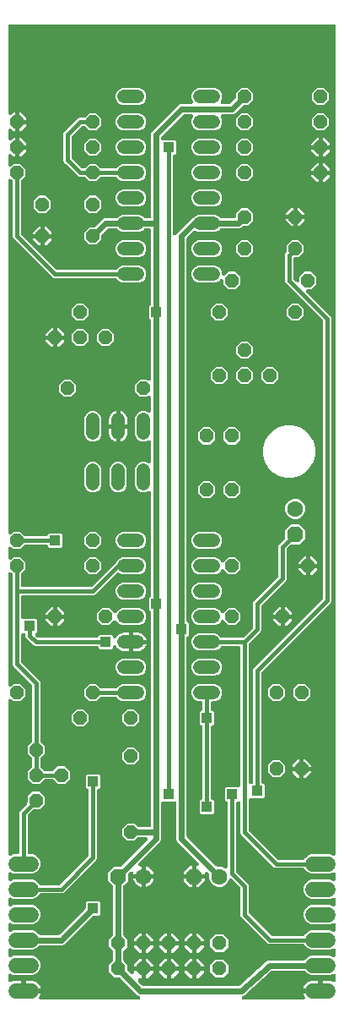
<source format=gbr>
G04 EAGLE Gerber RS-274X export*
G75*
%MOMM*%
%FSLAX34Y34*%
%LPD*%
%INTop Copper*%
%IPPOS*%
%AMOC8*
5,1,8,0,0,1.08239X$1,22.5*%
G01*
%ADD10C,1.320800*%
%ADD11P,1.732040X8X202.500000*%
%ADD12C,1.600200*%
%ADD13P,1.539592X8X202.500000*%
%ADD14P,1.429621X8X202.500000*%
%ADD15P,1.429621X8X22.500000*%
%ADD16P,1.429621X8X112.500000*%
%ADD17P,1.732040X8X292.500000*%
%ADD18C,1.524000*%
%ADD19R,1.006400X1.006400*%
%ADD20C,0.609600*%
%ADD21C,0.406400*%

G36*
X140852Y10161D02*
X140852Y10161D01*
X140856Y10161D01*
X141050Y10181D01*
X141248Y10201D01*
X141252Y10202D01*
X141257Y10202D01*
X141444Y10261D01*
X141633Y10319D01*
X141637Y10321D01*
X141641Y10322D01*
X141816Y10418D01*
X141987Y10511D01*
X141990Y10513D01*
X141994Y10516D01*
X142147Y10644D01*
X142296Y10768D01*
X142299Y10772D01*
X142302Y10775D01*
X142426Y10930D01*
X142548Y11082D01*
X142550Y11086D01*
X142553Y11090D01*
X142645Y11268D01*
X142734Y11439D01*
X142735Y11444D01*
X142737Y11448D01*
X142791Y11638D01*
X142845Y11826D01*
X142846Y11831D01*
X142847Y11835D01*
X142862Y12031D01*
X142878Y12228D01*
X142878Y12232D01*
X142878Y12236D01*
X142855Y12426D01*
X142831Y12627D01*
X142830Y12632D01*
X142829Y12636D01*
X142769Y12819D01*
X142706Y13010D01*
X142704Y13014D01*
X142703Y13018D01*
X142606Y13187D01*
X142509Y13361D01*
X142506Y13364D01*
X142503Y13368D01*
X142374Y13517D01*
X142245Y13665D01*
X142242Y13668D01*
X142239Y13672D01*
X142080Y13794D01*
X141927Y13912D01*
X141923Y13914D01*
X141920Y13917D01*
X141625Y14069D01*
X139997Y14743D01*
X138282Y16458D01*
X123204Y31535D01*
X123184Y31552D01*
X123166Y31573D01*
X123028Y31680D01*
X122893Y31790D01*
X122869Y31803D01*
X122848Y31819D01*
X122691Y31897D01*
X122537Y31979D01*
X122512Y31987D01*
X122488Y31999D01*
X122318Y32044D01*
X122151Y32094D01*
X122125Y32096D01*
X122099Y32103D01*
X121768Y32130D01*
X116862Y32130D01*
X111505Y37487D01*
X111505Y45063D01*
X114974Y48532D01*
X114991Y48553D01*
X115012Y48570D01*
X115119Y48708D01*
X115229Y48843D01*
X115242Y48867D01*
X115258Y48888D01*
X115336Y49045D01*
X115418Y49199D01*
X115426Y49225D01*
X115438Y49249D01*
X115483Y49418D01*
X115533Y49585D01*
X115535Y49612D01*
X115542Y49638D01*
X115569Y49968D01*
X115569Y57982D01*
X115567Y58008D01*
X115569Y58035D01*
X115547Y58209D01*
X115529Y58382D01*
X115522Y58408D01*
X115518Y58435D01*
X115463Y58600D01*
X115411Y58767D01*
X115398Y58791D01*
X115390Y58816D01*
X115303Y58968D01*
X115219Y59121D01*
X115202Y59142D01*
X115189Y59165D01*
X114974Y59418D01*
X111505Y62887D01*
X111505Y70463D01*
X114974Y73932D01*
X114991Y73953D01*
X115012Y73970D01*
X115119Y74108D01*
X115229Y74243D01*
X115242Y74267D01*
X115258Y74288D01*
X115336Y74445D01*
X115418Y74599D01*
X115426Y74625D01*
X115438Y74649D01*
X115483Y74817D01*
X115533Y74985D01*
X115535Y75012D01*
X115542Y75038D01*
X115569Y75368D01*
X115569Y123400D01*
X115567Y123426D01*
X115569Y123453D01*
X115547Y123627D01*
X115529Y123800D01*
X115522Y123826D01*
X115518Y123852D01*
X115463Y124018D01*
X115411Y124185D01*
X115398Y124209D01*
X115390Y124234D01*
X115303Y124386D01*
X115219Y124539D01*
X115202Y124560D01*
X115189Y124583D01*
X114974Y124836D01*
X110616Y129194D01*
X110616Y137506D01*
X116494Y143384D01*
X122657Y143384D01*
X122684Y143386D01*
X122710Y143384D01*
X122884Y143406D01*
X123058Y143424D01*
X123083Y143431D01*
X123110Y143435D01*
X123276Y143490D01*
X123443Y143542D01*
X123466Y143555D01*
X123492Y143563D01*
X123643Y143650D01*
X123797Y143734D01*
X123817Y143751D01*
X123840Y143764D01*
X124093Y143979D01*
X149366Y169252D01*
X149372Y169259D01*
X149379Y169264D01*
X149499Y169414D01*
X149622Y169563D01*
X149626Y169571D01*
X149631Y169578D01*
X149720Y169749D01*
X149810Y169919D01*
X149813Y169927D01*
X149817Y169935D01*
X149870Y170121D01*
X149925Y170305D01*
X149926Y170314D01*
X149928Y170322D01*
X149944Y170514D01*
X149961Y170706D01*
X149960Y170715D01*
X149961Y170724D01*
X149939Y170913D01*
X149918Y171106D01*
X149915Y171115D01*
X149914Y171123D01*
X149855Y171305D01*
X149796Y171490D01*
X149792Y171498D01*
X149789Y171506D01*
X149694Y171675D01*
X149602Y171842D01*
X149596Y171849D01*
X149591Y171857D01*
X149465Y172003D01*
X149341Y172149D01*
X149334Y172155D01*
X149328Y172162D01*
X149177Y172279D01*
X149025Y172399D01*
X149017Y172403D01*
X149010Y172408D01*
X148838Y172494D01*
X148666Y172581D01*
X148658Y172584D01*
X148650Y172588D01*
X148463Y172638D01*
X148278Y172689D01*
X148270Y172690D01*
X148261Y172692D01*
X147930Y172719D01*
X141325Y172719D01*
X141298Y172717D01*
X141271Y172719D01*
X141098Y172697D01*
X140924Y172679D01*
X140899Y172672D01*
X140872Y172668D01*
X140706Y172612D01*
X140539Y172561D01*
X140516Y172548D01*
X140490Y172540D01*
X140339Y172453D01*
X140185Y172369D01*
X140165Y172352D01*
X140141Y172339D01*
X139888Y172124D01*
X136927Y169163D01*
X129773Y169163D01*
X124713Y174223D01*
X124713Y181377D01*
X129773Y186437D01*
X136927Y186437D01*
X139888Y183476D01*
X139909Y183459D01*
X139927Y183438D01*
X140065Y183331D01*
X140200Y183221D01*
X140224Y183208D01*
X140245Y183192D01*
X140401Y183114D01*
X140556Y183032D01*
X140581Y183024D01*
X140605Y183012D01*
X140774Y182967D01*
X140942Y182917D01*
X140968Y182915D01*
X140994Y182908D01*
X141325Y182881D01*
X151638Y182881D01*
X151656Y182883D01*
X151674Y182881D01*
X151856Y182902D01*
X152039Y182921D01*
X152056Y182926D01*
X152073Y182928D01*
X152248Y182985D01*
X152424Y183039D01*
X152439Y183047D01*
X152456Y183053D01*
X152616Y183143D01*
X152778Y183231D01*
X152791Y183242D01*
X152807Y183251D01*
X152946Y183371D01*
X153087Y183488D01*
X153098Y183502D01*
X153112Y183514D01*
X153224Y183659D01*
X153339Y183802D01*
X153347Y183818D01*
X153358Y183832D01*
X153440Y183997D01*
X153525Y184159D01*
X153530Y184176D01*
X153538Y184192D01*
X153585Y184371D01*
X153636Y184546D01*
X153638Y184564D01*
X153642Y184581D01*
X153669Y184912D01*
X153669Y397701D01*
X153667Y397727D01*
X153669Y397754D01*
X153647Y397928D01*
X153629Y398101D01*
X153622Y398127D01*
X153618Y398153D01*
X153563Y398319D01*
X153511Y398486D01*
X153498Y398510D01*
X153490Y398535D01*
X153403Y398687D01*
X153319Y398840D01*
X153302Y398861D01*
X153289Y398884D01*
X153074Y399137D01*
X151685Y400526D01*
X151685Y412274D01*
X153074Y413663D01*
X153091Y413684D01*
X153112Y413701D01*
X153219Y413839D01*
X153329Y413975D01*
X153342Y413998D01*
X153358Y414019D01*
X153436Y414176D01*
X153518Y414330D01*
X153526Y414356D01*
X153538Y414380D01*
X153583Y414549D01*
X153633Y414716D01*
X153635Y414743D01*
X153642Y414769D01*
X153669Y415099D01*
X153669Y517564D01*
X153668Y517577D01*
X153669Y517590D01*
X153648Y517777D01*
X153629Y517964D01*
X153625Y517977D01*
X153624Y517990D01*
X153566Y518170D01*
X153511Y518349D01*
X153505Y518361D01*
X153501Y518374D01*
X153409Y518538D01*
X153319Y518703D01*
X153311Y518714D01*
X153304Y518725D01*
X153182Y518868D01*
X153062Y519013D01*
X153051Y519021D01*
X153043Y519031D01*
X152894Y519147D01*
X152748Y519265D01*
X152736Y519271D01*
X152726Y519279D01*
X152556Y519364D01*
X152391Y519450D01*
X152378Y519454D01*
X152366Y519460D01*
X152183Y519510D01*
X152004Y519562D01*
X151990Y519563D01*
X151977Y519566D01*
X151789Y519579D01*
X151602Y519595D01*
X151589Y519593D01*
X151576Y519594D01*
X151388Y519569D01*
X151203Y519548D01*
X151190Y519544D01*
X151177Y519542D01*
X150861Y519440D01*
X147768Y518159D01*
X144332Y518159D01*
X141158Y519474D01*
X138728Y521904D01*
X137413Y525078D01*
X137413Y541722D01*
X138728Y544896D01*
X141158Y547326D01*
X144332Y548641D01*
X147768Y548641D01*
X150861Y547360D01*
X150874Y547356D01*
X150885Y547350D01*
X151065Y547298D01*
X151246Y547243D01*
X151259Y547242D01*
X151272Y547238D01*
X151460Y547223D01*
X151647Y547205D01*
X151660Y547206D01*
X151674Y547205D01*
X151860Y547227D01*
X152047Y547247D01*
X152060Y547251D01*
X152073Y547252D01*
X152252Y547310D01*
X152432Y547367D01*
X152443Y547373D01*
X152456Y547377D01*
X152620Y547469D01*
X152785Y547560D01*
X152795Y547568D01*
X152807Y547575D01*
X152949Y547697D01*
X153093Y547819D01*
X153101Y547829D01*
X153112Y547838D01*
X153226Y547986D01*
X153344Y548134D01*
X153350Y548146D01*
X153358Y548156D01*
X153442Y548325D01*
X153528Y548492D01*
X153532Y548505D01*
X153538Y548517D01*
X153587Y548700D01*
X153638Y548879D01*
X153639Y548893D01*
X153642Y548906D01*
X153669Y549236D01*
X153669Y568364D01*
X153668Y568377D01*
X153669Y568390D01*
X153648Y568577D01*
X153629Y568764D01*
X153625Y568777D01*
X153624Y568790D01*
X153566Y568970D01*
X153511Y569149D01*
X153505Y569161D01*
X153501Y569174D01*
X153409Y569338D01*
X153319Y569503D01*
X153311Y569514D01*
X153304Y569525D01*
X153182Y569668D01*
X153062Y569813D01*
X153051Y569821D01*
X153043Y569831D01*
X152894Y569947D01*
X152748Y570065D01*
X152736Y570071D01*
X152726Y570079D01*
X152556Y570164D01*
X152391Y570250D01*
X152378Y570254D01*
X152366Y570260D01*
X152183Y570310D01*
X152004Y570362D01*
X151990Y570363D01*
X151977Y570366D01*
X151789Y570379D01*
X151602Y570395D01*
X151589Y570393D01*
X151576Y570394D01*
X151388Y570369D01*
X151203Y570348D01*
X151190Y570344D01*
X151177Y570342D01*
X150861Y570240D01*
X147768Y568959D01*
X144332Y568959D01*
X141158Y570274D01*
X138728Y572704D01*
X137413Y575878D01*
X137413Y592522D01*
X138728Y595696D01*
X141158Y598126D01*
X144188Y599381D01*
X144189Y599381D01*
X144332Y599441D01*
X147768Y599441D01*
X150861Y598160D01*
X150874Y598156D01*
X150885Y598150D01*
X151065Y598098D01*
X151246Y598043D01*
X151259Y598042D01*
X151272Y598038D01*
X151460Y598023D01*
X151647Y598005D01*
X151660Y598006D01*
X151674Y598005D01*
X151860Y598027D01*
X152047Y598047D01*
X152060Y598051D01*
X152073Y598052D01*
X152252Y598110D01*
X152432Y598167D01*
X152443Y598173D01*
X152456Y598177D01*
X152620Y598269D01*
X152785Y598360D01*
X152795Y598368D01*
X152807Y598375D01*
X152949Y598497D01*
X153093Y598619D01*
X153101Y598629D01*
X153112Y598638D01*
X153226Y598786D01*
X153344Y598934D01*
X153350Y598946D01*
X153358Y598956D01*
X153442Y599125D01*
X153528Y599292D01*
X153532Y599305D01*
X153538Y599317D01*
X153587Y599500D01*
X153638Y599679D01*
X153639Y599693D01*
X153642Y599706D01*
X153669Y600036D01*
X153669Y612801D01*
X153668Y612810D01*
X153669Y612819D01*
X153648Y613011D01*
X153629Y613202D01*
X153627Y613210D01*
X153626Y613219D01*
X153568Y613402D01*
X153511Y613587D01*
X153507Y613595D01*
X153504Y613603D01*
X153411Y613772D01*
X153319Y613941D01*
X153314Y613948D01*
X153309Y613955D01*
X153184Y614103D01*
X153062Y614250D01*
X153055Y614256D01*
X153049Y614262D01*
X152898Y614382D01*
X152748Y614502D01*
X152740Y614507D01*
X152733Y614512D01*
X152562Y614599D01*
X152391Y614688D01*
X152382Y614690D01*
X152374Y614694D01*
X152189Y614746D01*
X152004Y614799D01*
X151995Y614800D01*
X151986Y614802D01*
X151794Y614817D01*
X151602Y614832D01*
X151594Y614831D01*
X151585Y614832D01*
X151392Y614807D01*
X151203Y614785D01*
X151194Y614783D01*
X151185Y614781D01*
X151002Y614720D01*
X150820Y614660D01*
X150812Y614656D01*
X150804Y614653D01*
X150638Y614558D01*
X150469Y614463D01*
X150462Y614457D01*
X150455Y614452D01*
X150202Y614238D01*
X149627Y613663D01*
X142473Y613663D01*
X137413Y618723D01*
X137413Y625877D01*
X142473Y630937D01*
X149627Y630937D01*
X150202Y630362D01*
X150209Y630357D01*
X150214Y630350D01*
X150364Y630229D01*
X150513Y630107D01*
X150521Y630103D01*
X150528Y630098D01*
X150698Y630009D01*
X150869Y629919D01*
X150878Y629916D01*
X150885Y629912D01*
X151070Y629859D01*
X151255Y629804D01*
X151264Y629803D01*
X151272Y629801D01*
X151463Y629785D01*
X151656Y629768D01*
X151665Y629769D01*
X151674Y629768D01*
X151863Y629790D01*
X152056Y629811D01*
X152065Y629814D01*
X152073Y629815D01*
X152255Y629874D01*
X152440Y629932D01*
X152448Y629937D01*
X152456Y629940D01*
X152623Y630034D01*
X152792Y630127D01*
X152799Y630133D01*
X152807Y630137D01*
X152952Y630263D01*
X153099Y630388D01*
X153105Y630395D01*
X153112Y630401D01*
X153228Y630551D01*
X153349Y630704D01*
X153353Y630712D01*
X153358Y630719D01*
X153443Y630889D01*
X153531Y631063D01*
X153534Y631071D01*
X153538Y631079D01*
X153587Y631265D01*
X153639Y631451D01*
X153640Y631459D01*
X153642Y631468D01*
X153669Y631799D01*
X153669Y689801D01*
X153667Y689827D01*
X153669Y689854D01*
X153647Y690028D01*
X153629Y690201D01*
X153622Y690227D01*
X153618Y690253D01*
X153563Y690419D01*
X153511Y690586D01*
X153498Y690610D01*
X153490Y690635D01*
X153403Y690787D01*
X153319Y690940D01*
X153302Y690961D01*
X153289Y690984D01*
X153074Y691237D01*
X151685Y692626D01*
X151685Y704374D01*
X153074Y705763D01*
X153091Y705784D01*
X153112Y705801D01*
X153219Y705939D01*
X153329Y706075D01*
X153342Y706098D01*
X153358Y706119D01*
X153436Y706276D01*
X153518Y706430D01*
X153526Y706456D01*
X153538Y706480D01*
X153583Y706649D01*
X153633Y706816D01*
X153635Y706843D01*
X153642Y706869D01*
X153669Y707199D01*
X153669Y780288D01*
X153667Y780306D01*
X153669Y780324D01*
X153648Y780506D01*
X153629Y780689D01*
X153624Y780706D01*
X153622Y780723D01*
X153565Y780898D01*
X153511Y781074D01*
X153503Y781089D01*
X153497Y781106D01*
X153407Y781266D01*
X153319Y781428D01*
X153308Y781441D01*
X153299Y781457D01*
X153179Y781596D01*
X153062Y781737D01*
X153048Y781748D01*
X153036Y781762D01*
X152891Y781874D01*
X152748Y781989D01*
X152732Y781997D01*
X152718Y782008D01*
X152553Y782090D01*
X152391Y782175D01*
X152374Y782180D01*
X152358Y782188D01*
X152179Y782235D01*
X152004Y782286D01*
X151986Y782288D01*
X151969Y782292D01*
X151638Y782319D01*
X147929Y782319D01*
X147902Y782317D01*
X147875Y782319D01*
X147701Y782297D01*
X147528Y782279D01*
X147503Y782272D01*
X147476Y782268D01*
X147310Y782212D01*
X147143Y782161D01*
X147120Y782148D01*
X147094Y782140D01*
X146943Y782053D01*
X146789Y781969D01*
X146769Y781952D01*
X146745Y781939D01*
X146492Y781724D01*
X144846Y780078D01*
X141672Y778763D01*
X125028Y778763D01*
X121854Y780078D01*
X120208Y781724D01*
X120187Y781741D01*
X120169Y781762D01*
X120031Y781869D01*
X119896Y781979D01*
X119872Y781992D01*
X119851Y782008D01*
X119695Y782086D01*
X119540Y782168D01*
X119515Y782176D01*
X119491Y782188D01*
X119322Y782233D01*
X119154Y782283D01*
X119128Y782285D01*
X119102Y782292D01*
X118771Y782319D01*
X110896Y782319D01*
X110869Y782317D01*
X110843Y782319D01*
X110669Y782297D01*
X110495Y782279D01*
X110470Y782272D01*
X110443Y782268D01*
X110277Y782213D01*
X110110Y782161D01*
X110087Y782148D01*
X110061Y782140D01*
X109910Y782053D01*
X109756Y781969D01*
X109736Y781952D01*
X109713Y781939D01*
X109460Y781724D01*
X104482Y776746D01*
X104465Y776726D01*
X104444Y776708D01*
X104337Y776570D01*
X104227Y776435D01*
X104214Y776411D01*
X104198Y776390D01*
X104120Y776233D01*
X104038Y776079D01*
X104030Y776054D01*
X104018Y776030D01*
X103973Y775860D01*
X103923Y775693D01*
X103921Y775667D01*
X103914Y775641D01*
X103887Y775310D01*
X103887Y771123D01*
X98827Y766063D01*
X91673Y766063D01*
X86613Y771123D01*
X86613Y778277D01*
X91673Y783337D01*
X95860Y783337D01*
X95887Y783339D01*
X95913Y783337D01*
X96087Y783359D01*
X96261Y783377D01*
X96286Y783384D01*
X96313Y783388D01*
X96479Y783443D01*
X96646Y783495D01*
X96669Y783508D01*
X96695Y783516D01*
X96846Y783603D01*
X97000Y783687D01*
X97020Y783704D01*
X97043Y783717D01*
X97296Y783932D01*
X105072Y791707D01*
X106939Y792481D01*
X118771Y792481D01*
X118798Y792483D01*
X118825Y792481D01*
X118999Y792503D01*
X119172Y792521D01*
X119197Y792528D01*
X119224Y792532D01*
X119390Y792588D01*
X119557Y792639D01*
X119580Y792652D01*
X119606Y792660D01*
X119757Y792747D01*
X119911Y792831D01*
X119931Y792848D01*
X119955Y792861D01*
X120208Y793076D01*
X121854Y794722D01*
X125028Y796037D01*
X141672Y796037D01*
X144846Y794722D01*
X146492Y793076D01*
X146513Y793059D01*
X146531Y793038D01*
X146669Y792931D01*
X146804Y792821D01*
X146828Y792808D01*
X146849Y792792D01*
X147005Y792714D01*
X147160Y792632D01*
X147185Y792624D01*
X147209Y792612D01*
X147378Y792567D01*
X147546Y792517D01*
X147572Y792515D01*
X147598Y792508D01*
X147929Y792481D01*
X151638Y792481D01*
X151656Y792483D01*
X151674Y792481D01*
X151856Y792502D01*
X152039Y792521D01*
X152056Y792526D01*
X152073Y792528D01*
X152248Y792585D01*
X152424Y792639D01*
X152439Y792647D01*
X152456Y792653D01*
X152616Y792743D01*
X152778Y792831D01*
X152791Y792842D01*
X152807Y792851D01*
X152946Y792971D01*
X153087Y793088D01*
X153098Y793102D01*
X153112Y793114D01*
X153224Y793259D01*
X153339Y793402D01*
X153347Y793418D01*
X153358Y793432D01*
X153440Y793597D01*
X153525Y793759D01*
X153530Y793776D01*
X153538Y793792D01*
X153585Y793971D01*
X153636Y794146D01*
X153638Y794164D01*
X153642Y794181D01*
X153669Y794512D01*
X153669Y877311D01*
X154443Y879178D01*
X181272Y906007D01*
X183139Y906781D01*
X193714Y906781D01*
X193727Y906782D01*
X193740Y906781D01*
X193927Y906802D01*
X194114Y906821D01*
X194127Y906825D01*
X194140Y906826D01*
X194320Y906884D01*
X194499Y906939D01*
X194511Y906945D01*
X194524Y906949D01*
X194688Y907041D01*
X194853Y907131D01*
X194864Y907139D01*
X194875Y907146D01*
X195018Y907268D01*
X195163Y907388D01*
X195171Y907399D01*
X195181Y907407D01*
X195297Y907556D01*
X195415Y907702D01*
X195421Y907714D01*
X195429Y907724D01*
X195514Y907894D01*
X195600Y908059D01*
X195604Y908072D01*
X195610Y908084D01*
X195660Y908267D01*
X195712Y908446D01*
X195713Y908460D01*
X195716Y908473D01*
X195729Y908661D01*
X195745Y908848D01*
X195743Y908861D01*
X195744Y908874D01*
X195719Y909062D01*
X195698Y909247D01*
X195694Y909260D01*
X195692Y909273D01*
X195590Y909589D01*
X194309Y912682D01*
X194309Y916118D01*
X195624Y919292D01*
X198054Y921722D01*
X199570Y922350D01*
X201228Y923037D01*
X217872Y923037D01*
X221046Y921722D01*
X223476Y919292D01*
X224791Y916118D01*
X224791Y912682D01*
X223510Y909589D01*
X223506Y909576D01*
X223500Y909565D01*
X223448Y909385D01*
X223393Y909204D01*
X223392Y909190D01*
X223388Y909178D01*
X223373Y908990D01*
X223355Y908803D01*
X223356Y908790D01*
X223355Y908776D01*
X223377Y908590D01*
X223397Y908403D01*
X223401Y908390D01*
X223402Y908377D01*
X223460Y908198D01*
X223517Y908018D01*
X223523Y908007D01*
X223527Y907994D01*
X223619Y907830D01*
X223710Y907665D01*
X223718Y907655D01*
X223725Y907643D01*
X223847Y907501D01*
X223969Y907357D01*
X223979Y907349D01*
X223988Y907338D01*
X224136Y907224D01*
X224284Y907106D01*
X224296Y907100D01*
X224306Y907092D01*
X224475Y907008D01*
X224642Y906922D01*
X224655Y906918D01*
X224667Y906912D01*
X224850Y906863D01*
X225029Y906812D01*
X225043Y906811D01*
X225056Y906808D01*
X225386Y906781D01*
X232004Y906781D01*
X232031Y906783D01*
X232057Y906781D01*
X232231Y906803D01*
X232405Y906821D01*
X232430Y906828D01*
X232457Y906832D01*
X232623Y906887D01*
X232790Y906939D01*
X232813Y906952D01*
X232839Y906960D01*
X232990Y907047D01*
X233144Y907131D01*
X233164Y907148D01*
X233187Y907161D01*
X233440Y907376D01*
X238418Y912354D01*
X238435Y912374D01*
X238456Y912392D01*
X238563Y912530D01*
X238673Y912665D01*
X238686Y912689D01*
X238702Y912710D01*
X238780Y912867D01*
X238862Y913021D01*
X238870Y913046D01*
X238882Y913070D01*
X238927Y913240D01*
X238977Y913407D01*
X238979Y913433D01*
X238986Y913459D01*
X239013Y913790D01*
X239013Y917977D01*
X244073Y923037D01*
X251227Y923037D01*
X256287Y917977D01*
X256287Y910823D01*
X251227Y905763D01*
X247040Y905763D01*
X247013Y905761D01*
X246987Y905763D01*
X246813Y905741D01*
X246639Y905723D01*
X246614Y905716D01*
X246587Y905712D01*
X246421Y905657D01*
X246254Y905605D01*
X246231Y905592D01*
X246205Y905584D01*
X246054Y905497D01*
X245900Y905413D01*
X245880Y905396D01*
X245857Y905383D01*
X245604Y905168D01*
X237828Y897393D01*
X235961Y896619D01*
X225386Y896619D01*
X225373Y896618D01*
X225360Y896619D01*
X225173Y896598D01*
X224986Y896579D01*
X224973Y896575D01*
X224960Y896574D01*
X224780Y896516D01*
X224601Y896461D01*
X224589Y896455D01*
X224576Y896451D01*
X224412Y896359D01*
X224247Y896269D01*
X224236Y896261D01*
X224225Y896254D01*
X224082Y896132D01*
X223937Y896012D01*
X223929Y896001D01*
X223919Y895993D01*
X223803Y895844D01*
X223685Y895698D01*
X223679Y895686D01*
X223671Y895676D01*
X223586Y895506D01*
X223500Y895341D01*
X223496Y895328D01*
X223490Y895316D01*
X223440Y895133D01*
X223388Y894954D01*
X223387Y894940D01*
X223384Y894927D01*
X223371Y894739D01*
X223355Y894552D01*
X223357Y894539D01*
X223356Y894526D01*
X223381Y894338D01*
X223402Y894153D01*
X223406Y894140D01*
X223408Y894127D01*
X223510Y893811D01*
X224791Y890718D01*
X224791Y887282D01*
X223476Y884108D01*
X221046Y881678D01*
X217872Y880363D01*
X201228Y880363D01*
X198054Y881678D01*
X195624Y884108D01*
X194309Y887282D01*
X194309Y890718D01*
X195590Y893811D01*
X195594Y893824D01*
X195600Y893835D01*
X195652Y894015D01*
X195707Y894196D01*
X195708Y894209D01*
X195712Y894222D01*
X195727Y894410D01*
X195745Y894597D01*
X195744Y894610D01*
X195745Y894624D01*
X195723Y894810D01*
X195703Y894997D01*
X195699Y895010D01*
X195698Y895023D01*
X195640Y895202D01*
X195583Y895382D01*
X195577Y895393D01*
X195573Y895406D01*
X195481Y895570D01*
X195390Y895735D01*
X195382Y895745D01*
X195375Y895757D01*
X195253Y895899D01*
X195131Y896043D01*
X195121Y896051D01*
X195112Y896062D01*
X194964Y896176D01*
X194816Y896294D01*
X194804Y896300D01*
X194794Y896308D01*
X194625Y896392D01*
X194458Y896478D01*
X194445Y896482D01*
X194433Y896488D01*
X194250Y896537D01*
X194071Y896588D01*
X194057Y896589D01*
X194044Y896592D01*
X193714Y896619D01*
X187096Y896619D01*
X187069Y896617D01*
X187043Y896619D01*
X186869Y896597D01*
X186695Y896579D01*
X186670Y896572D01*
X186643Y896568D01*
X186477Y896513D01*
X186310Y896461D01*
X186287Y896448D01*
X186261Y896440D01*
X186110Y896353D01*
X185956Y896269D01*
X185936Y896252D01*
X185913Y896239D01*
X185660Y896024D01*
X164426Y874790D01*
X164409Y874770D01*
X164388Y874752D01*
X164281Y874614D01*
X164171Y874479D01*
X164158Y874455D01*
X164142Y874434D01*
X164064Y874277D01*
X163982Y874123D01*
X163974Y874098D01*
X163962Y874074D01*
X163917Y873904D01*
X163867Y873737D01*
X163865Y873711D01*
X163858Y873685D01*
X163831Y873354D01*
X163831Y872696D01*
X163833Y872678D01*
X163831Y872660D01*
X163852Y872478D01*
X163871Y872295D01*
X163876Y872278D01*
X163878Y872261D01*
X163935Y872086D01*
X163989Y871910D01*
X163997Y871895D01*
X164003Y871878D01*
X164093Y871718D01*
X164181Y871556D01*
X164192Y871543D01*
X164201Y871527D01*
X164321Y871388D01*
X164438Y871247D01*
X164452Y871236D01*
X164464Y871222D01*
X164609Y871110D01*
X164752Y870995D01*
X164768Y870987D01*
X164782Y870976D01*
X164947Y870894D01*
X165109Y870809D01*
X165126Y870804D01*
X165142Y870796D01*
X165321Y870749D01*
X165496Y870698D01*
X165514Y870696D01*
X165531Y870692D01*
X165862Y870665D01*
X177324Y870665D01*
X178515Y869474D01*
X178515Y857726D01*
X177299Y856511D01*
X177145Y856495D01*
X177128Y856490D01*
X177111Y856488D01*
X176936Y856431D01*
X176760Y856377D01*
X176745Y856369D01*
X176728Y856363D01*
X176568Y856273D01*
X176406Y856185D01*
X176393Y856174D01*
X176377Y856165D01*
X176238Y856045D01*
X176097Y855928D01*
X176086Y855914D01*
X176072Y855902D01*
X175960Y855757D01*
X175845Y855614D01*
X175837Y855598D01*
X175826Y855584D01*
X175744Y855419D01*
X175659Y855257D01*
X175654Y855240D01*
X175646Y855224D01*
X175599Y855045D01*
X175548Y854870D01*
X175546Y854852D01*
X175542Y854835D01*
X175515Y854504D01*
X175515Y777341D01*
X175515Y777336D01*
X175515Y777332D01*
X175535Y777138D01*
X175555Y776940D01*
X175556Y776936D01*
X175556Y776932D01*
X175615Y776744D01*
X175673Y776555D01*
X175675Y776551D01*
X175676Y776547D01*
X175774Y776368D01*
X175865Y776201D01*
X175867Y776198D01*
X175870Y776194D01*
X175998Y776041D01*
X176122Y775892D01*
X176126Y775889D01*
X176129Y775886D01*
X176284Y775762D01*
X176436Y775640D01*
X176440Y775638D01*
X176444Y775635D01*
X176621Y775544D01*
X176793Y775454D01*
X176798Y775453D01*
X176802Y775451D01*
X176994Y775397D01*
X177180Y775343D01*
X177185Y775343D01*
X177189Y775341D01*
X177385Y775326D01*
X177582Y775310D01*
X177586Y775311D01*
X177590Y775310D01*
X177784Y775334D01*
X177981Y775357D01*
X177986Y775358D01*
X177990Y775359D01*
X178174Y775420D01*
X178364Y775482D01*
X178368Y775484D01*
X178372Y775485D01*
X178541Y775582D01*
X178715Y775680D01*
X178718Y775683D01*
X178722Y775685D01*
X178871Y775814D01*
X179019Y775943D01*
X179022Y775946D01*
X179026Y775949D01*
X179147Y776107D01*
X179266Y776261D01*
X179268Y776265D01*
X179271Y776269D01*
X179423Y776564D01*
X179843Y777578D01*
X193972Y791707D01*
X195420Y792307D01*
X195448Y792322D01*
X195477Y792332D01*
X195625Y792417D01*
X195775Y792497D01*
X195799Y792517D01*
X195826Y792533D01*
X196079Y792747D01*
X198054Y794722D01*
X201228Y796037D01*
X217872Y796037D01*
X221046Y794722D01*
X222693Y793076D01*
X222713Y793059D01*
X222731Y793038D01*
X222869Y792931D01*
X223004Y792821D01*
X223028Y792808D01*
X223049Y792792D01*
X223206Y792714D01*
X223360Y792632D01*
X223385Y792624D01*
X223409Y792612D01*
X223579Y792567D01*
X223746Y792517D01*
X223772Y792515D01*
X223798Y792508D01*
X224129Y792481D01*
X236982Y792481D01*
X237000Y792483D01*
X237018Y792481D01*
X237200Y792502D01*
X237383Y792521D01*
X237400Y792526D01*
X237417Y792528D01*
X237592Y792585D01*
X237768Y792639D01*
X237783Y792647D01*
X237800Y792653D01*
X237960Y792743D01*
X238122Y792831D01*
X238135Y792842D01*
X238151Y792851D01*
X238290Y792971D01*
X238431Y793088D01*
X238442Y793102D01*
X238456Y793114D01*
X238568Y793259D01*
X238683Y793402D01*
X238691Y793418D01*
X238702Y793432D01*
X238784Y793597D01*
X238869Y793759D01*
X238874Y793776D01*
X238882Y793792D01*
X238929Y793971D01*
X238980Y794146D01*
X238982Y794164D01*
X238986Y794181D01*
X239013Y794512D01*
X239013Y797327D01*
X244073Y802387D01*
X251227Y802387D01*
X256287Y797327D01*
X256287Y790173D01*
X251227Y785113D01*
X247040Y785113D01*
X247013Y785111D01*
X246987Y785113D01*
X246813Y785091D01*
X246639Y785073D01*
X246614Y785066D01*
X246587Y785062D01*
X246421Y785007D01*
X246254Y784955D01*
X246231Y784942D01*
X246205Y784934D01*
X246054Y784847D01*
X245900Y784763D01*
X245880Y784746D01*
X245857Y784733D01*
X245604Y784518D01*
X244178Y783093D01*
X242311Y782319D01*
X224129Y782319D01*
X224102Y782317D01*
X224076Y782319D01*
X223902Y782297D01*
X223728Y782279D01*
X223703Y782272D01*
X223676Y782268D01*
X223510Y782213D01*
X223343Y782161D01*
X223320Y782148D01*
X223294Y782140D01*
X223143Y782053D01*
X222989Y781969D01*
X222969Y781952D01*
X222946Y781939D01*
X222693Y781724D01*
X221046Y780078D01*
X217872Y778763D01*
X201228Y778763D01*
X198360Y779951D01*
X198339Y779958D01*
X198319Y779968D01*
X198146Y780016D01*
X197974Y780068D01*
X197952Y780070D01*
X197931Y780076D01*
X197752Y780089D01*
X197574Y780106D01*
X197552Y780104D01*
X197529Y780105D01*
X197350Y780083D01*
X197173Y780064D01*
X197152Y780058D01*
X197130Y780055D01*
X196960Y779998D01*
X196789Y779944D01*
X196769Y779934D01*
X196748Y779927D01*
X196592Y779837D01*
X196436Y779751D01*
X196419Y779737D01*
X196399Y779726D01*
X196146Y779511D01*
X189826Y773190D01*
X189809Y773170D01*
X189788Y773152D01*
X189681Y773014D01*
X189571Y772879D01*
X189558Y772855D01*
X189542Y772834D01*
X189464Y772677D01*
X189382Y772523D01*
X189374Y772498D01*
X189362Y772474D01*
X189317Y772304D01*
X189267Y772137D01*
X189265Y772111D01*
X189258Y772085D01*
X189231Y771754D01*
X189231Y389699D01*
X189233Y389673D01*
X189231Y389646D01*
X189253Y389472D01*
X189271Y389299D01*
X189278Y389273D01*
X189282Y389247D01*
X189337Y389081D01*
X189389Y388914D01*
X189402Y388890D01*
X189410Y388865D01*
X189497Y388713D01*
X189581Y388560D01*
X189598Y388539D01*
X189611Y388516D01*
X189826Y388263D01*
X191215Y386874D01*
X191215Y375126D01*
X189826Y373737D01*
X189809Y373716D01*
X189788Y373699D01*
X189681Y373561D01*
X189571Y373425D01*
X189558Y373402D01*
X189542Y373381D01*
X189464Y373224D01*
X189382Y373070D01*
X189374Y373044D01*
X189362Y373020D01*
X189317Y372851D01*
X189267Y372684D01*
X189265Y372657D01*
X189258Y372631D01*
X189231Y372301D01*
X189231Y174396D01*
X189233Y174369D01*
X189231Y174343D01*
X189253Y174169D01*
X189271Y173995D01*
X189278Y173970D01*
X189282Y173943D01*
X189337Y173777D01*
X189389Y173610D01*
X189402Y173587D01*
X189410Y173561D01*
X189497Y173410D01*
X189581Y173256D01*
X189598Y173236D01*
X189611Y173213D01*
X189826Y172960D01*
X218807Y143979D01*
X218827Y143962D01*
X218845Y143941D01*
X218983Y143834D01*
X219118Y143724D01*
X219142Y143711D01*
X219163Y143695D01*
X219320Y143617D01*
X219474Y143535D01*
X219499Y143527D01*
X219523Y143515D01*
X219693Y143470D01*
X219860Y143420D01*
X219886Y143418D01*
X219912Y143411D01*
X220243Y143384D01*
X224246Y143384D01*
X228077Y141797D01*
X228090Y141793D01*
X228101Y141787D01*
X228281Y141735D01*
X228462Y141680D01*
X228475Y141679D01*
X228488Y141675D01*
X228676Y141660D01*
X228863Y141642D01*
X228876Y141644D01*
X228890Y141643D01*
X229076Y141664D01*
X229263Y141684D01*
X229276Y141688D01*
X229289Y141690D01*
X229468Y141748D01*
X229648Y141804D01*
X229659Y141810D01*
X229672Y141814D01*
X229836Y141907D01*
X230001Y141997D01*
X230011Y142006D01*
X230023Y142012D01*
X230165Y142135D01*
X230309Y142256D01*
X230317Y142267D01*
X230328Y142275D01*
X230442Y142423D01*
X230560Y142571D01*
X230566Y142583D01*
X230574Y142594D01*
X230658Y142762D01*
X230744Y142929D01*
X230748Y142942D01*
X230754Y142954D01*
X230803Y143137D01*
X230854Y143317D01*
X230855Y143330D01*
X230858Y143343D01*
X230885Y143674D01*
X230885Y206804D01*
X230883Y206822D01*
X230885Y206840D01*
X230864Y207022D01*
X230845Y207205D01*
X230840Y207222D01*
X230838Y207239D01*
X230781Y207414D01*
X230727Y207590D01*
X230719Y207605D01*
X230713Y207622D01*
X230623Y207782D01*
X230535Y207944D01*
X230524Y207957D01*
X230515Y207973D01*
X230395Y208112D01*
X230278Y208253D01*
X230264Y208264D01*
X230252Y208278D01*
X230107Y208390D01*
X229964Y208505D01*
X229948Y208513D01*
X229934Y208524D01*
X229769Y208606D01*
X229607Y208691D01*
X229590Y208696D01*
X229574Y208704D01*
X229395Y208751D01*
X229220Y208802D01*
X229202Y208804D01*
X229185Y208808D01*
X229096Y208815D01*
X227885Y210026D01*
X227885Y221774D01*
X229076Y222965D01*
X241554Y222965D01*
X241572Y222967D01*
X241590Y222965D01*
X241772Y222986D01*
X241955Y223005D01*
X241972Y223010D01*
X241989Y223012D01*
X242164Y223069D01*
X242340Y223123D01*
X242355Y223131D01*
X242372Y223137D01*
X242532Y223227D01*
X242694Y223315D01*
X242707Y223326D01*
X242723Y223335D01*
X242862Y223455D01*
X243003Y223572D01*
X243014Y223586D01*
X243028Y223598D01*
X243140Y223743D01*
X243255Y223886D01*
X243263Y223902D01*
X243274Y223916D01*
X243356Y224081D01*
X243441Y224243D01*
X243446Y224260D01*
X243454Y224276D01*
X243501Y224455D01*
X243552Y224630D01*
X243554Y224648D01*
X243558Y224665D01*
X243585Y224996D01*
X243585Y362204D01*
X243583Y362222D01*
X243585Y362240D01*
X243564Y362422D01*
X243545Y362605D01*
X243540Y362622D01*
X243538Y362639D01*
X243481Y362814D01*
X243427Y362990D01*
X243419Y363005D01*
X243413Y363022D01*
X243323Y363182D01*
X243235Y363344D01*
X243224Y363357D01*
X243215Y363373D01*
X243095Y363512D01*
X242978Y363653D01*
X242964Y363664D01*
X242952Y363678D01*
X242807Y363790D01*
X242664Y363905D01*
X242648Y363913D01*
X242634Y363924D01*
X242469Y364006D01*
X242307Y364091D01*
X242290Y364096D01*
X242274Y364104D01*
X242095Y364151D01*
X241920Y364202D01*
X241902Y364204D01*
X241885Y364208D01*
X241554Y364235D01*
X225145Y364235D01*
X225118Y364233D01*
X225091Y364235D01*
X224918Y364213D01*
X224744Y364195D01*
X224719Y364188D01*
X224692Y364184D01*
X224526Y364128D01*
X224359Y364077D01*
X224336Y364064D01*
X224310Y364056D01*
X224159Y363969D01*
X224005Y363885D01*
X223985Y363868D01*
X223961Y363855D01*
X223708Y363640D01*
X221046Y360978D01*
X217872Y359663D01*
X201228Y359663D01*
X198054Y360978D01*
X195624Y363408D01*
X194309Y366582D01*
X194309Y370018D01*
X195624Y373192D01*
X198054Y375622D01*
X201228Y376937D01*
X217872Y376937D01*
X221046Y375622D01*
X223708Y372960D01*
X223729Y372943D01*
X223747Y372922D01*
X223885Y372815D01*
X224020Y372705D01*
X224044Y372692D01*
X224065Y372676D01*
X224221Y372598D01*
X224376Y372516D01*
X224401Y372508D01*
X224425Y372496D01*
X224594Y372451D01*
X224762Y372401D01*
X224788Y372399D01*
X224814Y372392D01*
X225145Y372365D01*
X245125Y372365D01*
X245152Y372367D01*
X245178Y372365D01*
X245352Y372387D01*
X245526Y372405D01*
X245551Y372412D01*
X245578Y372416D01*
X245743Y372471D01*
X245910Y372523D01*
X245934Y372536D01*
X245959Y372544D01*
X246111Y372631D01*
X246265Y372715D01*
X246285Y372732D01*
X246308Y372745D01*
X246561Y372960D01*
X255690Y382089D01*
X255707Y382109D01*
X255728Y382127D01*
X255835Y382265D01*
X255945Y382400D01*
X255958Y382424D01*
X255974Y382445D01*
X256052Y382602D01*
X256134Y382756D01*
X256142Y382781D01*
X256154Y382806D01*
X256199Y382975D01*
X256249Y383142D01*
X256251Y383168D01*
X256258Y383194D01*
X256285Y383525D01*
X256285Y407209D01*
X256904Y408702D01*
X281090Y432889D01*
X281107Y432909D01*
X281128Y432927D01*
X281235Y433065D01*
X281345Y433200D01*
X281358Y433224D01*
X281374Y433245D01*
X281452Y433402D01*
X281534Y433556D01*
X281542Y433581D01*
X281554Y433606D01*
X281599Y433775D01*
X281649Y433942D01*
X281651Y433968D01*
X281658Y433994D01*
X281685Y434325D01*
X281685Y464359D01*
X282304Y465852D01*
X287821Y471370D01*
X287838Y471390D01*
X287859Y471408D01*
X287966Y471546D01*
X288076Y471681D01*
X288089Y471705D01*
X288105Y471726D01*
X288183Y471883D01*
X288265Y472037D01*
X288273Y472062D01*
X288285Y472087D01*
X288330Y472256D01*
X288380Y472423D01*
X288382Y472449D01*
X288389Y472475D01*
X288416Y472806D01*
X288416Y480406D01*
X294294Y486284D01*
X302606Y486284D01*
X308484Y480406D01*
X308484Y472094D01*
X302606Y466216D01*
X295006Y466216D01*
X294979Y466214D01*
X294953Y466216D01*
X294779Y466194D01*
X294605Y466176D01*
X294580Y466169D01*
X294553Y466165D01*
X294388Y466110D01*
X294221Y466058D01*
X294197Y466045D01*
X294172Y466037D01*
X294020Y465950D01*
X293866Y465866D01*
X293846Y465849D01*
X293823Y465836D01*
X293570Y465621D01*
X290410Y462461D01*
X290393Y462441D01*
X290372Y462423D01*
X290265Y462285D01*
X290155Y462150D01*
X290142Y462126D01*
X290126Y462105D01*
X290048Y461948D01*
X289966Y461794D01*
X289958Y461769D01*
X289946Y461744D01*
X289901Y461575D01*
X289851Y461408D01*
X289849Y461382D01*
X289842Y461356D01*
X289815Y461025D01*
X289815Y430991D01*
X289196Y429498D01*
X265010Y405311D01*
X264993Y405291D01*
X264972Y405273D01*
X264865Y405135D01*
X264755Y405000D01*
X264742Y404976D01*
X264726Y404955D01*
X264648Y404798D01*
X264566Y404644D01*
X264558Y404619D01*
X264546Y404594D01*
X264501Y404425D01*
X264451Y404258D01*
X264449Y404232D01*
X264442Y404206D01*
X264415Y403875D01*
X264415Y380191D01*
X263796Y378698D01*
X252310Y367211D01*
X252293Y367191D01*
X252272Y367173D01*
X252165Y367035D01*
X252055Y366900D01*
X252042Y366876D01*
X252026Y366855D01*
X251948Y366698D01*
X251866Y366544D01*
X251858Y366519D01*
X251846Y366494D01*
X251801Y366325D01*
X251751Y366158D01*
X251749Y366132D01*
X251742Y366106D01*
X251715Y365775D01*
X251715Y228171D01*
X251717Y228153D01*
X251715Y228135D01*
X251736Y227953D01*
X251755Y227770D01*
X251760Y227753D01*
X251762Y227736D01*
X251819Y227561D01*
X251873Y227385D01*
X251881Y227370D01*
X251887Y227353D01*
X251977Y227193D01*
X252065Y227031D01*
X252076Y227018D01*
X252085Y227002D01*
X252205Y226863D01*
X252322Y226722D01*
X252336Y226711D01*
X252348Y226697D01*
X252493Y226585D01*
X252636Y226470D01*
X252652Y226462D01*
X252666Y226451D01*
X252831Y226369D01*
X252993Y226284D01*
X253010Y226279D01*
X253026Y226271D01*
X253205Y226224D01*
X253380Y226173D01*
X253398Y226171D01*
X253415Y226167D01*
X253746Y226140D01*
X254254Y226140D01*
X254272Y226142D01*
X254290Y226140D01*
X254472Y226161D01*
X254655Y226180D01*
X254672Y226185D01*
X254689Y226187D01*
X254864Y226244D01*
X255040Y226298D01*
X255055Y226306D01*
X255072Y226312D01*
X255232Y226402D01*
X255394Y226490D01*
X255407Y226501D01*
X255423Y226510D01*
X255562Y226630D01*
X255703Y226747D01*
X255714Y226761D01*
X255728Y226773D01*
X255840Y226918D01*
X255955Y227061D01*
X255963Y227077D01*
X255974Y227091D01*
X256056Y227256D01*
X256141Y227418D01*
X256146Y227435D01*
X256154Y227451D01*
X256201Y227630D01*
X256252Y227805D01*
X256254Y227823D01*
X256258Y227840D01*
X256285Y228171D01*
X256285Y340534D01*
X256904Y342027D01*
X325540Y410664D01*
X325557Y410684D01*
X325578Y410702D01*
X325685Y410840D01*
X325795Y410975D01*
X325808Y410999D01*
X325824Y411020D01*
X325902Y411177D01*
X325984Y411331D01*
X325992Y411356D01*
X326004Y411381D01*
X326049Y411550D01*
X326099Y411717D01*
X326101Y411743D01*
X326108Y411769D01*
X326135Y412100D01*
X326135Y689625D01*
X326133Y689652D01*
X326135Y689678D01*
X326113Y689852D01*
X326095Y690026D01*
X326088Y690051D01*
X326084Y690078D01*
X326029Y690243D01*
X325977Y690410D01*
X325964Y690434D01*
X325956Y690459D01*
X325869Y690611D01*
X325785Y690765D01*
X325768Y690785D01*
X325755Y690808D01*
X325540Y691061D01*
X288654Y727948D01*
X288035Y729441D01*
X288035Y756459D01*
X288654Y757952D01*
X289218Y758517D01*
X289235Y758537D01*
X289256Y758555D01*
X289363Y758693D01*
X289473Y758828D01*
X289486Y758852D01*
X289502Y758873D01*
X289580Y759030D01*
X289662Y759184D01*
X289670Y759209D01*
X289682Y759234D01*
X289727Y759403D01*
X289777Y759570D01*
X289779Y759596D01*
X289786Y759622D01*
X289813Y759953D01*
X289813Y765577D01*
X294873Y770637D01*
X302027Y770637D01*
X307087Y765577D01*
X307087Y758423D01*
X302027Y753363D01*
X298196Y753363D01*
X298178Y753361D01*
X298160Y753363D01*
X297978Y753342D01*
X297795Y753323D01*
X297778Y753318D01*
X297761Y753316D01*
X297586Y753259D01*
X297410Y753205D01*
X297395Y753197D01*
X297378Y753191D01*
X297218Y753101D01*
X297056Y753013D01*
X297043Y753002D01*
X297027Y752993D01*
X296888Y752873D01*
X296747Y752756D01*
X296736Y752742D01*
X296722Y752730D01*
X296610Y752585D01*
X296495Y752442D01*
X296487Y752426D01*
X296476Y752412D01*
X296394Y752247D01*
X296309Y752085D01*
X296304Y752068D01*
X296296Y752052D01*
X296249Y751873D01*
X296198Y751698D01*
X296196Y751680D01*
X296192Y751663D01*
X296165Y751332D01*
X296165Y732775D01*
X296167Y732748D01*
X296165Y732722D01*
X296187Y732548D01*
X296205Y732374D01*
X296212Y732349D01*
X296216Y732322D01*
X296272Y732156D01*
X296323Y731990D01*
X296335Y731966D01*
X296344Y731941D01*
X296431Y731789D01*
X296515Y731635D01*
X296532Y731615D01*
X296545Y731592D01*
X296760Y731339D01*
X299046Y729053D01*
X299053Y729047D01*
X299058Y729040D01*
X299208Y728920D01*
X299357Y728798D01*
X299365Y728793D01*
X299372Y728788D01*
X299542Y728699D01*
X299713Y728609D01*
X299722Y728606D01*
X299729Y728602D01*
X299914Y728549D01*
X300099Y728494D01*
X300108Y728493D01*
X300116Y728491D01*
X300307Y728475D01*
X300500Y728458D01*
X300509Y728459D01*
X300518Y728458D01*
X300707Y728480D01*
X300900Y728501D01*
X300909Y728504D01*
X300917Y728505D01*
X301099Y728564D01*
X301284Y728623D01*
X301292Y728627D01*
X301300Y728630D01*
X301469Y728725D01*
X301636Y728818D01*
X301643Y728823D01*
X301651Y728828D01*
X301797Y728954D01*
X301943Y729078D01*
X301949Y729085D01*
X301956Y729091D01*
X302073Y729242D01*
X302193Y729394D01*
X302197Y729402D01*
X302202Y729409D01*
X302288Y729581D01*
X302375Y729753D01*
X302378Y729761D01*
X302382Y729769D01*
X302432Y729955D01*
X302483Y730141D01*
X302484Y730150D01*
X302486Y730158D01*
X302513Y730489D01*
X302513Y733827D01*
X307573Y738887D01*
X314727Y738887D01*
X319787Y733827D01*
X319787Y726673D01*
X314727Y721613D01*
X311389Y721613D01*
X311380Y721612D01*
X311371Y721613D01*
X311178Y721592D01*
X310988Y721573D01*
X310980Y721571D01*
X310971Y721570D01*
X310786Y721511D01*
X310603Y721455D01*
X310596Y721451D01*
X310587Y721448D01*
X310419Y721355D01*
X310249Y721263D01*
X310243Y721258D01*
X310235Y721253D01*
X310088Y721129D01*
X309940Y721006D01*
X309935Y720999D01*
X309928Y720993D01*
X309808Y720841D01*
X309688Y720692D01*
X309684Y720684D01*
X309678Y720677D01*
X309590Y720504D01*
X309502Y720335D01*
X309500Y720326D01*
X309496Y720318D01*
X309444Y720132D01*
X309391Y719948D01*
X309390Y719939D01*
X309388Y719930D01*
X309374Y719737D01*
X309358Y719546D01*
X309359Y719538D01*
X309358Y719529D01*
X309383Y719336D01*
X309405Y719147D01*
X309408Y719138D01*
X309409Y719129D01*
X309470Y718947D01*
X309530Y718764D01*
X309534Y718756D01*
X309537Y718748D01*
X309633Y718581D01*
X309728Y718413D01*
X309733Y718406D01*
X309738Y718399D01*
X309953Y718146D01*
X332217Y695882D01*
X333646Y694452D01*
X334265Y692959D01*
X334265Y408766D01*
X333646Y407273D01*
X265010Y338636D01*
X264993Y338616D01*
X264972Y338598D01*
X264865Y338460D01*
X264755Y338325D01*
X264742Y338301D01*
X264726Y338280D01*
X264648Y338123D01*
X264566Y337969D01*
X264558Y337944D01*
X264546Y337919D01*
X264501Y337750D01*
X264451Y337583D01*
X264449Y337563D01*
X264448Y337558D01*
X264447Y337551D01*
X264442Y337531D01*
X264415Y337200D01*
X264415Y228171D01*
X264417Y228153D01*
X264415Y228135D01*
X264436Y227953D01*
X264455Y227770D01*
X264460Y227753D01*
X264462Y227736D01*
X264519Y227561D01*
X264573Y227385D01*
X264581Y227370D01*
X264587Y227353D01*
X264677Y227193D01*
X264765Y227031D01*
X264776Y227018D01*
X264785Y227002D01*
X264905Y226863D01*
X265022Y226722D01*
X265036Y226711D01*
X265048Y226697D01*
X265193Y226585D01*
X265336Y226470D01*
X265352Y226462D01*
X265366Y226451D01*
X265531Y226369D01*
X265693Y226284D01*
X265710Y226279D01*
X265726Y226271D01*
X265905Y226224D01*
X266080Y226173D01*
X266098Y226171D01*
X266115Y226167D01*
X266204Y226160D01*
X267415Y224949D01*
X267415Y213201D01*
X266224Y212010D01*
X253746Y212010D01*
X253728Y212008D01*
X253710Y212010D01*
X253528Y211989D01*
X253345Y211970D01*
X253328Y211965D01*
X253311Y211963D01*
X253136Y211906D01*
X252960Y211852D01*
X252945Y211844D01*
X252928Y211838D01*
X252768Y211748D01*
X252606Y211660D01*
X252593Y211649D01*
X252577Y211640D01*
X252438Y211520D01*
X252297Y211403D01*
X252286Y211389D01*
X252272Y211377D01*
X252160Y211232D01*
X252045Y211089D01*
X252037Y211073D01*
X252026Y211059D01*
X251944Y210894D01*
X251859Y210732D01*
X251854Y210715D01*
X251846Y210699D01*
X251799Y210520D01*
X251748Y210345D01*
X251746Y210327D01*
X251742Y210310D01*
X251715Y209979D01*
X251715Y180325D01*
X251717Y180298D01*
X251715Y180272D01*
X251737Y180098D01*
X251755Y179924D01*
X251762Y179899D01*
X251766Y179872D01*
X251821Y179707D01*
X251873Y179540D01*
X251886Y179516D01*
X251894Y179491D01*
X251981Y179339D01*
X252065Y179185D01*
X252082Y179165D01*
X252095Y179142D01*
X252310Y178889D01*
X280489Y150710D01*
X280509Y150693D01*
X280527Y150672D01*
X280665Y150565D01*
X280800Y150455D01*
X280824Y150442D01*
X280845Y150426D01*
X281002Y150348D01*
X281156Y150266D01*
X281181Y150258D01*
X281206Y150246D01*
X281375Y150201D01*
X281542Y150151D01*
X281568Y150149D01*
X281594Y150142D01*
X281925Y150115D01*
X306108Y150115D01*
X306131Y150117D01*
X306153Y150115D01*
X306330Y150137D01*
X306509Y150155D01*
X306530Y150161D01*
X306553Y150164D01*
X306722Y150220D01*
X306894Y150273D01*
X306914Y150283D01*
X306935Y150290D01*
X307090Y150379D01*
X307248Y150465D01*
X307265Y150479D01*
X307284Y150490D01*
X307419Y150607D01*
X307557Y150722D01*
X307571Y150740D01*
X307588Y150754D01*
X307697Y150896D01*
X307810Y151036D01*
X307820Y151056D01*
X307833Y151074D01*
X307985Y151369D01*
X308047Y151518D01*
X310762Y154233D01*
X314310Y155703D01*
X333390Y155703D01*
X336281Y154505D01*
X336294Y154501D01*
X336305Y154495D01*
X336485Y154444D01*
X336666Y154389D01*
X336679Y154388D01*
X336692Y154384D01*
X336880Y154369D01*
X337067Y154351D01*
X337080Y154352D01*
X337094Y154351D01*
X337280Y154373D01*
X337467Y154392D01*
X337480Y154396D01*
X337493Y154398D01*
X337672Y154456D01*
X337852Y154512D01*
X337863Y154519D01*
X337876Y154523D01*
X338041Y154616D01*
X338205Y154706D01*
X338215Y154714D01*
X338227Y154721D01*
X338369Y154844D01*
X338513Y154965D01*
X338521Y154975D01*
X338532Y154984D01*
X338647Y155132D01*
X338764Y155280D01*
X338770Y155291D01*
X338778Y155302D01*
X338862Y155471D01*
X338948Y155638D01*
X338952Y155650D01*
X338958Y155663D01*
X339007Y155845D01*
X339058Y156025D01*
X339059Y156038D01*
X339062Y156051D01*
X339089Y156382D01*
X339089Y984758D01*
X339087Y984776D01*
X339089Y984794D01*
X339068Y984976D01*
X339049Y985159D01*
X339044Y985176D01*
X339042Y985193D01*
X338985Y985368D01*
X338931Y985544D01*
X338923Y985559D01*
X338917Y985576D01*
X338827Y985736D01*
X338739Y985898D01*
X338728Y985911D01*
X338719Y985927D01*
X338599Y986066D01*
X338482Y986207D01*
X338468Y986218D01*
X338456Y986232D01*
X338311Y986344D01*
X338168Y986459D01*
X338152Y986467D01*
X338138Y986478D01*
X337973Y986560D01*
X337811Y986645D01*
X337794Y986650D01*
X337778Y986658D01*
X337599Y986705D01*
X337424Y986756D01*
X337406Y986758D01*
X337389Y986762D01*
X337058Y986789D01*
X12192Y986789D01*
X12174Y986787D01*
X12156Y986789D01*
X11974Y986768D01*
X11791Y986749D01*
X11774Y986744D01*
X11757Y986742D01*
X11582Y986685D01*
X11406Y986631D01*
X11391Y986623D01*
X11374Y986617D01*
X11214Y986527D01*
X11052Y986439D01*
X11039Y986428D01*
X11023Y986419D01*
X10884Y986299D01*
X10743Y986182D01*
X10732Y986168D01*
X10718Y986156D01*
X10606Y986011D01*
X10491Y985868D01*
X10483Y985852D01*
X10472Y985838D01*
X10390Y985673D01*
X10305Y985511D01*
X10300Y985494D01*
X10292Y985478D01*
X10245Y985299D01*
X10194Y985124D01*
X10192Y985106D01*
X10188Y985089D01*
X10161Y984758D01*
X10161Y897947D01*
X10162Y897938D01*
X10161Y897929D01*
X10182Y897738D01*
X10201Y897547D01*
X10203Y897538D01*
X10204Y897529D01*
X10262Y897347D01*
X10319Y897162D01*
X10323Y897154D01*
X10326Y897145D01*
X10419Y896977D01*
X10511Y896808D01*
X10516Y896801D01*
X10521Y896793D01*
X10646Y896645D01*
X10768Y896498D01*
X10775Y896493D01*
X10781Y896486D01*
X10933Y896366D01*
X11082Y896246D01*
X11090Y896242D01*
X11097Y896236D01*
X11269Y896149D01*
X11439Y896061D01*
X11448Y896058D01*
X11456Y896054D01*
X11642Y896002D01*
X11826Y895949D01*
X11835Y895948D01*
X11844Y895946D01*
X12036Y895932D01*
X12228Y895916D01*
X12236Y895917D01*
X12245Y895917D01*
X12438Y895941D01*
X12627Y895963D01*
X12636Y895966D01*
X12645Y895967D01*
X12828Y896028D01*
X13010Y896088D01*
X13018Y896092D01*
X13026Y896095D01*
X13192Y896191D01*
X13361Y896286D01*
X13368Y896292D01*
X13375Y896296D01*
X13628Y896511D01*
X15262Y898145D01*
X17019Y898145D01*
X17019Y889000D01*
X17019Y879855D01*
X15262Y879855D01*
X13628Y881489D01*
X13621Y881495D01*
X13616Y881502D01*
X13466Y881622D01*
X13317Y881744D01*
X13309Y881748D01*
X13302Y881754D01*
X13132Y881842D01*
X12961Y881933D01*
X12952Y881935D01*
X12945Y881939D01*
X12760Y881993D01*
X12575Y882048D01*
X12566Y882048D01*
X12558Y882051D01*
X12367Y882067D01*
X12174Y882084D01*
X12165Y882083D01*
X12156Y882084D01*
X11967Y882062D01*
X11774Y882041D01*
X11765Y882038D01*
X11757Y882037D01*
X11575Y881977D01*
X11390Y881919D01*
X11382Y881915D01*
X11374Y881912D01*
X11205Y881817D01*
X11038Y881724D01*
X11031Y881719D01*
X11023Y881714D01*
X10877Y881588D01*
X10731Y881464D01*
X10725Y881457D01*
X10718Y881451D01*
X10601Y881300D01*
X10481Y881148D01*
X10477Y881140D01*
X10472Y881133D01*
X10386Y880961D01*
X10299Y880789D01*
X10296Y880780D01*
X10292Y880772D01*
X10242Y880586D01*
X10191Y880401D01*
X10190Y880392D01*
X10188Y880384D01*
X10161Y880053D01*
X10161Y872547D01*
X10162Y872538D01*
X10161Y872529D01*
X10182Y872338D01*
X10201Y872147D01*
X10203Y872138D01*
X10204Y872129D01*
X10262Y871947D01*
X10319Y871762D01*
X10323Y871754D01*
X10326Y871745D01*
X10419Y871577D01*
X10511Y871408D01*
X10516Y871401D01*
X10521Y871393D01*
X10646Y871245D01*
X10768Y871098D01*
X10775Y871093D01*
X10781Y871086D01*
X10933Y870966D01*
X11082Y870846D01*
X11090Y870842D01*
X11097Y870836D01*
X11269Y870749D01*
X11439Y870661D01*
X11448Y870658D01*
X11456Y870654D01*
X11642Y870602D01*
X11826Y870549D01*
X11835Y870548D01*
X11844Y870546D01*
X12036Y870532D01*
X12228Y870516D01*
X12236Y870517D01*
X12245Y870517D01*
X12438Y870541D01*
X12627Y870563D01*
X12636Y870566D01*
X12645Y870567D01*
X12828Y870628D01*
X13010Y870688D01*
X13018Y870692D01*
X13026Y870695D01*
X13192Y870791D01*
X13361Y870886D01*
X13368Y870892D01*
X13375Y870896D01*
X13628Y871111D01*
X15262Y872745D01*
X17019Y872745D01*
X17019Y863600D01*
X17019Y854455D01*
X15262Y854455D01*
X13628Y856089D01*
X13621Y856095D01*
X13616Y856102D01*
X13466Y856222D01*
X13317Y856344D01*
X13309Y856348D01*
X13302Y856354D01*
X13132Y856442D01*
X12961Y856533D01*
X12952Y856535D01*
X12945Y856539D01*
X12760Y856593D01*
X12575Y856648D01*
X12566Y856648D01*
X12558Y856651D01*
X12367Y856667D01*
X12174Y856684D01*
X12165Y856683D01*
X12156Y856684D01*
X11967Y856662D01*
X11774Y856641D01*
X11765Y856638D01*
X11757Y856637D01*
X11575Y856577D01*
X11390Y856519D01*
X11382Y856515D01*
X11374Y856512D01*
X11205Y856417D01*
X11038Y856324D01*
X11031Y856319D01*
X11023Y856314D01*
X10877Y856188D01*
X10731Y856064D01*
X10725Y856057D01*
X10718Y856051D01*
X10601Y855900D01*
X10481Y855748D01*
X10477Y855740D01*
X10472Y855733D01*
X10386Y855561D01*
X10299Y855389D01*
X10296Y855380D01*
X10292Y855372D01*
X10242Y855186D01*
X10191Y855001D01*
X10190Y854992D01*
X10188Y854984D01*
X10161Y854653D01*
X10161Y846429D01*
X10162Y846420D01*
X10161Y846411D01*
X10182Y846219D01*
X10201Y846028D01*
X10203Y846020D01*
X10204Y846011D01*
X10263Y845827D01*
X10319Y845643D01*
X10323Y845635D01*
X10326Y845627D01*
X10419Y845458D01*
X10511Y845289D01*
X10516Y845282D01*
X10521Y845275D01*
X10646Y845127D01*
X10768Y844980D01*
X10775Y844974D01*
X10781Y844968D01*
X10933Y844848D01*
X11082Y844728D01*
X11090Y844724D01*
X11097Y844718D01*
X11270Y844630D01*
X11439Y844542D01*
X11448Y844540D01*
X11456Y844536D01*
X11642Y844484D01*
X11826Y844431D01*
X11835Y844430D01*
X11844Y844428D01*
X12036Y844413D01*
X12228Y844398D01*
X12236Y844399D01*
X12245Y844398D01*
X12438Y844423D01*
X12627Y844445D01*
X12636Y844447D01*
X12645Y844449D01*
X12828Y844510D01*
X13010Y844570D01*
X13018Y844574D01*
X13026Y844577D01*
X13192Y844672D01*
X13361Y844767D01*
X13368Y844773D01*
X13375Y844778D01*
X13628Y844992D01*
X15473Y846837D01*
X22627Y846837D01*
X27687Y841777D01*
X27687Y834623D01*
X23710Y830645D01*
X23693Y830625D01*
X23672Y830607D01*
X23565Y830469D01*
X23455Y830334D01*
X23442Y830310D01*
X23426Y830289D01*
X23348Y830132D01*
X23266Y829978D01*
X23258Y829953D01*
X23246Y829929D01*
X23201Y829759D01*
X23151Y829592D01*
X23149Y829566D01*
X23142Y829540D01*
X23115Y829209D01*
X23115Y777225D01*
X23117Y777198D01*
X23115Y777172D01*
X23137Y776998D01*
X23155Y776824D01*
X23162Y776799D01*
X23166Y776772D01*
X23221Y776607D01*
X23273Y776440D01*
X23286Y776416D01*
X23294Y776391D01*
X23381Y776239D01*
X23465Y776085D01*
X23482Y776065D01*
X23495Y776042D01*
X23710Y775789D01*
X58239Y741260D01*
X58259Y741243D01*
X58277Y741222D01*
X58415Y741115D01*
X58550Y741005D01*
X58574Y740992D01*
X58595Y740976D01*
X58752Y740898D01*
X58906Y740816D01*
X58931Y740808D01*
X58956Y740796D01*
X59125Y740751D01*
X59292Y740701D01*
X59318Y740699D01*
X59344Y740692D01*
X59675Y740665D01*
X117755Y740665D01*
X117782Y740667D01*
X117808Y740665D01*
X117982Y740687D01*
X118156Y740705D01*
X118181Y740712D01*
X118208Y740716D01*
X118374Y740771D01*
X118541Y740823D01*
X118564Y740836D01*
X118590Y740844D01*
X118741Y740931D01*
X118895Y741015D01*
X118915Y741032D01*
X118938Y741045D01*
X119191Y741260D01*
X121854Y743922D01*
X125028Y745237D01*
X141672Y745237D01*
X144846Y743922D01*
X147276Y741492D01*
X148591Y738318D01*
X148591Y734882D01*
X147276Y731708D01*
X144846Y729278D01*
X141672Y727963D01*
X125028Y727963D01*
X121854Y729278D01*
X119191Y731940D01*
X119171Y731957D01*
X119153Y731978D01*
X119015Y732085D01*
X118880Y732195D01*
X118856Y732208D01*
X118835Y732224D01*
X118678Y732302D01*
X118524Y732384D01*
X118499Y732392D01*
X118475Y732404D01*
X118305Y732449D01*
X118138Y732499D01*
X118112Y732501D01*
X118086Y732508D01*
X117755Y732535D01*
X56341Y732535D01*
X54848Y733154D01*
X15604Y772398D01*
X14985Y773891D01*
X14985Y829209D01*
X14983Y829236D01*
X14985Y829262D01*
X14963Y829436D01*
X14945Y829610D01*
X14938Y829635D01*
X14934Y829662D01*
X14879Y829828D01*
X14827Y829995D01*
X14814Y830018D01*
X14806Y830044D01*
X14719Y830195D01*
X14635Y830349D01*
X14618Y830369D01*
X14605Y830392D01*
X14390Y830645D01*
X13628Y831408D01*
X13621Y831413D01*
X13616Y831420D01*
X13467Y831540D01*
X13317Y831663D01*
X13309Y831667D01*
X13302Y831672D01*
X13133Y831760D01*
X12961Y831851D01*
X12952Y831854D01*
X12945Y831858D01*
X12761Y831911D01*
X12575Y831966D01*
X12566Y831967D01*
X12558Y831969D01*
X12367Y831985D01*
X12174Y832002D01*
X12165Y832001D01*
X12156Y832002D01*
X11967Y831980D01*
X11774Y831959D01*
X11765Y831956D01*
X11757Y831955D01*
X11574Y831896D01*
X11390Y831838D01*
X11382Y831833D01*
X11374Y831830D01*
X11205Y831735D01*
X11038Y831643D01*
X11031Y831637D01*
X11023Y831633D01*
X10878Y831507D01*
X10731Y831382D01*
X10725Y831375D01*
X10718Y831369D01*
X10601Y831217D01*
X10481Y831066D01*
X10477Y831058D01*
X10472Y831051D01*
X10385Y830878D01*
X10299Y830707D01*
X10296Y830699D01*
X10292Y830691D01*
X10242Y830502D01*
X10191Y830320D01*
X10190Y830311D01*
X10188Y830302D01*
X10161Y829971D01*
X10161Y478129D01*
X10162Y478120D01*
X10161Y478111D01*
X10182Y477919D01*
X10201Y477728D01*
X10203Y477720D01*
X10204Y477711D01*
X10263Y477527D01*
X10319Y477343D01*
X10323Y477335D01*
X10326Y477327D01*
X10419Y477158D01*
X10511Y476989D01*
X10516Y476982D01*
X10521Y476975D01*
X10646Y476827D01*
X10768Y476680D01*
X10775Y476674D01*
X10781Y476668D01*
X10933Y476548D01*
X11082Y476428D01*
X11090Y476424D01*
X11097Y476418D01*
X11270Y476330D01*
X11439Y476242D01*
X11448Y476240D01*
X11456Y476236D01*
X11642Y476184D01*
X11826Y476131D01*
X11835Y476130D01*
X11844Y476128D01*
X12036Y476113D01*
X12228Y476098D01*
X12236Y476099D01*
X12245Y476098D01*
X12438Y476123D01*
X12627Y476145D01*
X12636Y476147D01*
X12645Y476149D01*
X12828Y476210D01*
X13010Y476270D01*
X13018Y476274D01*
X13026Y476277D01*
X13192Y476372D01*
X13361Y476467D01*
X13368Y476473D01*
X13375Y476478D01*
X13628Y476692D01*
X15473Y478537D01*
X22627Y478537D01*
X26604Y474560D01*
X26625Y474543D01*
X26643Y474522D01*
X26781Y474415D01*
X26916Y474305D01*
X26940Y474292D01*
X26961Y474276D01*
X27117Y474198D01*
X27272Y474116D01*
X27297Y474108D01*
X27321Y474096D01*
X27491Y474051D01*
X27658Y474001D01*
X27684Y473999D01*
X27710Y473992D01*
X28041Y473965D01*
X48054Y473965D01*
X48072Y473967D01*
X48090Y473965D01*
X48272Y473986D01*
X48455Y474005D01*
X48472Y474010D01*
X48489Y474012D01*
X48664Y474069D01*
X48840Y474123D01*
X48855Y474131D01*
X48872Y474137D01*
X49032Y474227D01*
X49194Y474315D01*
X49207Y474326D01*
X49223Y474335D01*
X49362Y474455D01*
X49503Y474572D01*
X49514Y474586D01*
X49528Y474598D01*
X49640Y474743D01*
X49755Y474886D01*
X49763Y474902D01*
X49774Y474916D01*
X49856Y475081D01*
X49941Y475243D01*
X49946Y475260D01*
X49954Y475276D01*
X50001Y475455D01*
X50052Y475630D01*
X50054Y475648D01*
X50058Y475665D01*
X50065Y475754D01*
X51276Y476965D01*
X63024Y476965D01*
X64215Y475774D01*
X64215Y464026D01*
X63024Y462835D01*
X51276Y462835D01*
X50061Y464051D01*
X50045Y464205D01*
X50040Y464222D01*
X50038Y464239D01*
X49981Y464414D01*
X49927Y464590D01*
X49919Y464605D01*
X49913Y464622D01*
X49823Y464782D01*
X49735Y464944D01*
X49724Y464957D01*
X49715Y464973D01*
X49595Y465112D01*
X49478Y465253D01*
X49464Y465264D01*
X49452Y465278D01*
X49307Y465390D01*
X49164Y465505D01*
X49148Y465513D01*
X49134Y465524D01*
X48969Y465606D01*
X48807Y465691D01*
X48790Y465696D01*
X48774Y465704D01*
X48595Y465751D01*
X48420Y465802D01*
X48402Y465804D01*
X48385Y465808D01*
X48054Y465835D01*
X28041Y465835D01*
X28014Y465833D01*
X27987Y465835D01*
X27814Y465813D01*
X27640Y465795D01*
X27615Y465788D01*
X27588Y465784D01*
X27422Y465728D01*
X27255Y465677D01*
X27232Y465664D01*
X27206Y465656D01*
X27055Y465569D01*
X26901Y465485D01*
X26881Y465468D01*
X26857Y465455D01*
X26604Y465240D01*
X22627Y461263D01*
X15473Y461263D01*
X13628Y463108D01*
X13621Y463113D01*
X13616Y463120D01*
X13466Y463240D01*
X13317Y463363D01*
X13309Y463367D01*
X13302Y463372D01*
X13132Y463461D01*
X12961Y463551D01*
X12952Y463554D01*
X12945Y463558D01*
X12760Y463611D01*
X12575Y463666D01*
X12566Y463667D01*
X12558Y463669D01*
X12367Y463685D01*
X12174Y463702D01*
X12165Y463701D01*
X12156Y463702D01*
X11967Y463680D01*
X11774Y463659D01*
X11765Y463656D01*
X11757Y463655D01*
X11575Y463596D01*
X11390Y463538D01*
X11382Y463533D01*
X11374Y463530D01*
X11205Y463435D01*
X11038Y463343D01*
X11031Y463337D01*
X11023Y463333D01*
X10877Y463207D01*
X10731Y463082D01*
X10725Y463075D01*
X10718Y463069D01*
X10601Y462918D01*
X10481Y462766D01*
X10477Y462758D01*
X10472Y462751D01*
X10386Y462579D01*
X10299Y462407D01*
X10296Y462399D01*
X10292Y462391D01*
X10242Y462205D01*
X10191Y462019D01*
X10190Y462011D01*
X10188Y462002D01*
X10161Y461671D01*
X10161Y452729D01*
X10162Y452720D01*
X10161Y452711D01*
X10182Y452519D01*
X10201Y452328D01*
X10203Y452320D01*
X10204Y452311D01*
X10263Y452127D01*
X10319Y451943D01*
X10323Y451935D01*
X10326Y451927D01*
X10419Y451758D01*
X10511Y451589D01*
X10516Y451582D01*
X10521Y451575D01*
X10646Y451427D01*
X10768Y451280D01*
X10775Y451274D01*
X10781Y451268D01*
X10933Y451148D01*
X11082Y451028D01*
X11090Y451024D01*
X11097Y451018D01*
X11270Y450930D01*
X11439Y450842D01*
X11448Y450840D01*
X11456Y450836D01*
X11642Y450784D01*
X11826Y450731D01*
X11835Y450730D01*
X11844Y450728D01*
X12036Y450713D01*
X12228Y450698D01*
X12236Y450699D01*
X12245Y450698D01*
X12438Y450723D01*
X12627Y450745D01*
X12636Y450747D01*
X12645Y450749D01*
X12828Y450810D01*
X13010Y450870D01*
X13018Y450874D01*
X13026Y450877D01*
X13192Y450972D01*
X13361Y451067D01*
X13368Y451073D01*
X13375Y451078D01*
X13628Y451292D01*
X15473Y453137D01*
X22627Y453137D01*
X27687Y448077D01*
X27687Y440923D01*
X23710Y436945D01*
X23693Y436925D01*
X23672Y436907D01*
X23565Y436769D01*
X23455Y436634D01*
X23442Y436610D01*
X23426Y436589D01*
X23348Y436432D01*
X23266Y436278D01*
X23258Y436253D01*
X23246Y436229D01*
X23201Y436059D01*
X23151Y435892D01*
X23149Y435866D01*
X23142Y435840D01*
X23115Y435509D01*
X23115Y425196D01*
X23117Y425178D01*
X23115Y425160D01*
X23136Y424978D01*
X23155Y424795D01*
X23160Y424778D01*
X23162Y424761D01*
X23219Y424586D01*
X23273Y424410D01*
X23281Y424395D01*
X23287Y424378D01*
X23377Y424218D01*
X23465Y424056D01*
X23476Y424043D01*
X23485Y424027D01*
X23605Y423888D01*
X23722Y423747D01*
X23736Y423736D01*
X23748Y423722D01*
X23893Y423610D01*
X24036Y423495D01*
X24052Y423487D01*
X24066Y423476D01*
X24231Y423394D01*
X24393Y423309D01*
X24410Y423304D01*
X24426Y423296D01*
X24605Y423249D01*
X24780Y423198D01*
X24798Y423196D01*
X24815Y423192D01*
X25146Y423165D01*
X92725Y423165D01*
X92752Y423167D01*
X92778Y423165D01*
X92952Y423187D01*
X93126Y423205D01*
X93151Y423212D01*
X93178Y423216D01*
X93343Y423271D01*
X93510Y423323D01*
X93534Y423336D01*
X93559Y423344D01*
X93711Y423431D01*
X93865Y423515D01*
X93885Y423532D01*
X93908Y423545D01*
X94161Y423760D01*
X118400Y447999D01*
X118501Y448053D01*
X118522Y448070D01*
X118545Y448083D01*
X118677Y448198D01*
X118812Y448309D01*
X118829Y448330D01*
X118849Y448348D01*
X118956Y448486D01*
X119065Y448622D01*
X119078Y448646D01*
X119094Y448667D01*
X119246Y448962D01*
X119424Y449392D01*
X121854Y451822D01*
X125028Y453137D01*
X141672Y453137D01*
X144846Y451822D01*
X147276Y449392D01*
X148591Y446218D01*
X148591Y442782D01*
X147276Y439608D01*
X144846Y437178D01*
X143367Y436565D01*
X141672Y435863D01*
X125028Y435863D01*
X121840Y437184D01*
X121732Y437269D01*
X121590Y437385D01*
X121574Y437394D01*
X121560Y437405D01*
X121396Y437488D01*
X121234Y437574D01*
X121217Y437579D01*
X121201Y437587D01*
X121024Y437637D01*
X120848Y437689D01*
X120831Y437690D01*
X120813Y437695D01*
X120630Y437709D01*
X120447Y437725D01*
X120430Y437723D01*
X120412Y437725D01*
X120229Y437702D01*
X120047Y437682D01*
X120030Y437677D01*
X120012Y437674D01*
X119838Y437616D01*
X119663Y437560D01*
X119648Y437552D01*
X119631Y437546D01*
X119472Y437455D01*
X119311Y437366D01*
X119297Y437354D01*
X119282Y437345D01*
X119029Y437130D01*
X97552Y415654D01*
X96059Y415035D01*
X25146Y415035D01*
X25128Y415033D01*
X25110Y415035D01*
X24928Y415014D01*
X24745Y414995D01*
X24728Y414990D01*
X24711Y414988D01*
X24536Y414931D01*
X24360Y414877D01*
X24345Y414869D01*
X24328Y414863D01*
X24168Y414773D01*
X24006Y414685D01*
X23993Y414674D01*
X23977Y414665D01*
X23838Y414545D01*
X23697Y414428D01*
X23686Y414414D01*
X23672Y414402D01*
X23560Y414257D01*
X23445Y414114D01*
X23437Y414098D01*
X23426Y414084D01*
X23344Y413919D01*
X23259Y413757D01*
X23254Y413740D01*
X23246Y413724D01*
X23199Y413545D01*
X23148Y413370D01*
X23146Y413352D01*
X23142Y413335D01*
X23115Y413004D01*
X23115Y393271D01*
X23117Y393253D01*
X23115Y393235D01*
X23136Y393053D01*
X23155Y392870D01*
X23160Y392853D01*
X23162Y392836D01*
X23219Y392661D01*
X23273Y392485D01*
X23281Y392470D01*
X23287Y392453D01*
X23377Y392293D01*
X23465Y392131D01*
X23476Y392118D01*
X23485Y392102D01*
X23605Y391963D01*
X23722Y391822D01*
X23736Y391811D01*
X23748Y391797D01*
X23893Y391685D01*
X24036Y391570D01*
X24052Y391562D01*
X24066Y391551D01*
X24231Y391469D01*
X24393Y391384D01*
X24410Y391379D01*
X24426Y391371D01*
X24605Y391324D01*
X24780Y391273D01*
X24798Y391271D01*
X24815Y391267D01*
X25146Y391240D01*
X37624Y391240D01*
X38815Y390049D01*
X38815Y378301D01*
X37767Y377254D01*
X37756Y377240D01*
X37742Y377228D01*
X37629Y377084D01*
X37512Y376942D01*
X37504Y376926D01*
X37493Y376912D01*
X37410Y376749D01*
X37324Y376586D01*
X37319Y376569D01*
X37310Y376553D01*
X37261Y376376D01*
X37209Y376201D01*
X37207Y376183D01*
X37202Y376166D01*
X37189Y375982D01*
X37172Y375800D01*
X37174Y375782D01*
X37173Y375764D01*
X37196Y375582D01*
X37216Y375399D01*
X37221Y375382D01*
X37224Y375365D01*
X37282Y375191D01*
X37337Y375015D01*
X37346Y375000D01*
X37352Y374983D01*
X37443Y374824D01*
X37532Y374663D01*
X37544Y374649D01*
X37553Y374634D01*
X37767Y374381D01*
X39189Y372960D01*
X39209Y372943D01*
X39227Y372922D01*
X39365Y372815D01*
X39500Y372705D01*
X39524Y372692D01*
X39545Y372676D01*
X39701Y372598D01*
X39856Y372516D01*
X39882Y372508D01*
X39906Y372496D01*
X40074Y372451D01*
X40242Y372401D01*
X40268Y372399D01*
X40294Y372392D01*
X40625Y372365D01*
X98854Y372365D01*
X98872Y372367D01*
X98890Y372365D01*
X99072Y372386D01*
X99255Y372405D01*
X99272Y372410D01*
X99289Y372412D01*
X99464Y372469D01*
X99640Y372523D01*
X99655Y372531D01*
X99672Y372537D01*
X99832Y372627D01*
X99994Y372715D01*
X100007Y372726D01*
X100023Y372735D01*
X100162Y372855D01*
X100303Y372972D01*
X100314Y372986D01*
X100328Y372998D01*
X100440Y373143D01*
X100555Y373286D01*
X100563Y373302D01*
X100574Y373316D01*
X100656Y373481D01*
X100741Y373643D01*
X100746Y373660D01*
X100754Y373676D01*
X100801Y373855D01*
X100852Y374030D01*
X100854Y374048D01*
X100858Y374065D01*
X100865Y374154D01*
X102076Y375365D01*
X113824Y375365D01*
X115015Y374174D01*
X115015Y373880D01*
X115027Y373754D01*
X115030Y373628D01*
X115047Y373554D01*
X115055Y373479D01*
X115092Y373358D01*
X115120Y373235D01*
X115151Y373166D01*
X115173Y373094D01*
X115233Y372983D01*
X115285Y372868D01*
X115329Y372806D01*
X115365Y372740D01*
X115445Y372643D01*
X115519Y372540D01*
X115574Y372489D01*
X115622Y372431D01*
X115721Y372352D01*
X115813Y372265D01*
X115877Y372226D01*
X115936Y372179D01*
X116048Y372121D01*
X116156Y372054D01*
X116227Y372028D01*
X116293Y371993D01*
X116415Y371958D01*
X116533Y371914D01*
X116608Y371903D01*
X116680Y371882D01*
X116806Y371871D01*
X116931Y371852D01*
X117006Y371855D01*
X117082Y371849D01*
X117207Y371864D01*
X117333Y371869D01*
X117406Y371887D01*
X117481Y371896D01*
X117602Y371935D01*
X117724Y371965D01*
X117792Y371997D01*
X117864Y372021D01*
X117974Y372083D01*
X118089Y372137D01*
X118149Y372181D01*
X118215Y372219D01*
X118310Y372301D01*
X118412Y372376D01*
X118463Y372432D01*
X118519Y372482D01*
X118597Y372581D01*
X118682Y372675D01*
X118728Y372750D01*
X118766Y372800D01*
X118799Y372866D01*
X118856Y372958D01*
X118925Y373093D01*
X119771Y374257D01*
X120789Y375275D01*
X121953Y376121D01*
X123236Y376775D01*
X124605Y377220D01*
X126026Y377445D01*
X131319Y377445D01*
X131319Y368300D01*
X131319Y359155D01*
X126026Y359155D01*
X124605Y359380D01*
X123236Y359825D01*
X121953Y360479D01*
X120789Y361325D01*
X119771Y362343D01*
X118925Y363507D01*
X118856Y363642D01*
X118788Y363749D01*
X118727Y363860D01*
X118679Y363918D01*
X118638Y363981D01*
X118550Y364072D01*
X118470Y364169D01*
X118411Y364216D01*
X118358Y364270D01*
X118254Y364342D01*
X118156Y364421D01*
X118089Y364456D01*
X118027Y364499D01*
X117911Y364549D01*
X117799Y364607D01*
X117726Y364628D01*
X117657Y364657D01*
X117533Y364683D01*
X117412Y364718D01*
X117337Y364724D01*
X117263Y364740D01*
X117136Y364741D01*
X117010Y364751D01*
X116936Y364742D01*
X116860Y364743D01*
X116736Y364719D01*
X116611Y364704D01*
X116539Y364681D01*
X116465Y364667D01*
X116348Y364619D01*
X116228Y364579D01*
X116162Y364542D01*
X116092Y364514D01*
X115987Y364444D01*
X115877Y364381D01*
X115820Y364332D01*
X115757Y364290D01*
X115668Y364201D01*
X115572Y364118D01*
X115526Y364059D01*
X115473Y364005D01*
X115403Y363900D01*
X115326Y363800D01*
X115292Y363733D01*
X115250Y363670D01*
X115203Y363553D01*
X115146Y363440D01*
X115127Y363367D01*
X115098Y363297D01*
X115075Y363173D01*
X115042Y363051D01*
X115035Y362963D01*
X115023Y362902D01*
X115024Y362828D01*
X115015Y362720D01*
X115015Y362426D01*
X113824Y361235D01*
X102076Y361235D01*
X100861Y362451D01*
X100845Y362605D01*
X100840Y362622D01*
X100838Y362639D01*
X100781Y362814D01*
X100727Y362990D01*
X100719Y363005D01*
X100713Y363022D01*
X100623Y363182D01*
X100535Y363344D01*
X100524Y363357D01*
X100515Y363373D01*
X100395Y363512D01*
X100278Y363653D01*
X100264Y363664D01*
X100252Y363678D01*
X100107Y363790D01*
X99964Y363905D01*
X99948Y363913D01*
X99934Y363924D01*
X99769Y364006D01*
X99607Y364091D01*
X99590Y364096D01*
X99574Y364104D01*
X99395Y364151D01*
X99220Y364202D01*
X99202Y364204D01*
X99185Y364208D01*
X98854Y364235D01*
X37291Y364235D01*
X35798Y364854D01*
X28304Y372348D01*
X27685Y373841D01*
X27685Y375079D01*
X27683Y375097D01*
X27685Y375115D01*
X27664Y375297D01*
X27645Y375480D01*
X27640Y375497D01*
X27638Y375514D01*
X27581Y375689D01*
X27527Y375865D01*
X27519Y375880D01*
X27513Y375897D01*
X27423Y376057D01*
X27335Y376219D01*
X27324Y376232D01*
X27315Y376248D01*
X27195Y376387D01*
X27078Y376528D01*
X27064Y376539D01*
X27052Y376553D01*
X26908Y376665D01*
X26764Y376780D01*
X26748Y376788D01*
X26734Y376799D01*
X26569Y376881D01*
X26407Y376966D01*
X26390Y376971D01*
X26374Y376979D01*
X26195Y377026D01*
X26020Y377077D01*
X26002Y377079D01*
X25985Y377083D01*
X25654Y377110D01*
X25146Y377110D01*
X25128Y377108D01*
X25110Y377110D01*
X24928Y377089D01*
X24745Y377070D01*
X24728Y377065D01*
X24711Y377063D01*
X24536Y377006D01*
X24360Y376952D01*
X24345Y376944D01*
X24328Y376938D01*
X24168Y376848D01*
X24006Y376760D01*
X23993Y376749D01*
X23977Y376740D01*
X23838Y376620D01*
X23697Y376503D01*
X23686Y376489D01*
X23672Y376477D01*
X23560Y376332D01*
X23445Y376189D01*
X23437Y376173D01*
X23426Y376159D01*
X23344Y375994D01*
X23259Y375832D01*
X23254Y375815D01*
X23246Y375799D01*
X23199Y375620D01*
X23148Y375445D01*
X23146Y375427D01*
X23142Y375410D01*
X23115Y375079D01*
X23115Y348600D01*
X23117Y348573D01*
X23115Y348547D01*
X23137Y348373D01*
X23155Y348199D01*
X23162Y348174D01*
X23166Y348147D01*
X23221Y347982D01*
X23273Y347815D01*
X23286Y347791D01*
X23294Y347766D01*
X23381Y347614D01*
X23465Y347460D01*
X23482Y347440D01*
X23495Y347417D01*
X23710Y347164D01*
X41546Y329327D01*
X42165Y327834D01*
X42165Y269341D01*
X42167Y269314D01*
X42165Y269288D01*
X42187Y269114D01*
X42205Y268940D01*
X42212Y268915D01*
X42216Y268888D01*
X42271Y268722D01*
X42323Y268555D01*
X42336Y268532D01*
X42344Y268506D01*
X42431Y268355D01*
X42515Y268201D01*
X42532Y268181D01*
X42545Y268158D01*
X42760Y267905D01*
X46737Y263927D01*
X46737Y256773D01*
X42760Y252795D01*
X42743Y252775D01*
X42722Y252757D01*
X42615Y252619D01*
X42505Y252484D01*
X42492Y252460D01*
X42476Y252439D01*
X42398Y252282D01*
X42316Y252128D01*
X42308Y252103D01*
X42296Y252079D01*
X42251Y251909D01*
X42201Y251742D01*
X42199Y251716D01*
X42192Y251690D01*
X42165Y251359D01*
X42165Y243941D01*
X42167Y243914D01*
X42165Y243888D01*
X42187Y243714D01*
X42205Y243540D01*
X42212Y243515D01*
X42216Y243488D01*
X42271Y243322D01*
X42323Y243155D01*
X42336Y243132D01*
X42344Y243106D01*
X42431Y242955D01*
X42515Y242801D01*
X42532Y242781D01*
X42545Y242758D01*
X42760Y242505D01*
X45655Y239610D01*
X45675Y239593D01*
X45693Y239572D01*
X45831Y239465D01*
X45966Y239355D01*
X45990Y239342D01*
X46011Y239326D01*
X46168Y239248D01*
X46322Y239166D01*
X46347Y239158D01*
X46371Y239146D01*
X46541Y239101D01*
X46708Y239051D01*
X46734Y239049D01*
X46760Y239042D01*
X47091Y239015D01*
X54509Y239015D01*
X54536Y239017D01*
X54562Y239015D01*
X54736Y239037D01*
X54910Y239055D01*
X54935Y239062D01*
X54962Y239066D01*
X55128Y239121D01*
X55295Y239173D01*
X55318Y239186D01*
X55344Y239194D01*
X55495Y239281D01*
X55649Y239365D01*
X55669Y239382D01*
X55692Y239395D01*
X55945Y239610D01*
X59923Y243587D01*
X67077Y243587D01*
X72137Y238527D01*
X72137Y231373D01*
X67077Y226313D01*
X59923Y226313D01*
X55945Y230290D01*
X55925Y230307D01*
X55907Y230328D01*
X55769Y230435D01*
X55634Y230545D01*
X55610Y230558D01*
X55589Y230574D01*
X55432Y230652D01*
X55278Y230734D01*
X55253Y230742D01*
X55229Y230754D01*
X55059Y230799D01*
X54892Y230849D01*
X54866Y230851D01*
X54840Y230858D01*
X54509Y230885D01*
X47091Y230885D01*
X47064Y230883D01*
X47038Y230885D01*
X46864Y230863D01*
X46690Y230845D01*
X46665Y230838D01*
X46638Y230834D01*
X46472Y230779D01*
X46305Y230727D01*
X46282Y230714D01*
X46256Y230706D01*
X46105Y230619D01*
X45951Y230535D01*
X45931Y230518D01*
X45908Y230505D01*
X45655Y230290D01*
X41677Y226313D01*
X34523Y226313D01*
X29463Y231373D01*
X29463Y238527D01*
X33440Y242505D01*
X33457Y242525D01*
X33478Y242543D01*
X33585Y242681D01*
X33695Y242816D01*
X33708Y242840D01*
X33724Y242861D01*
X33802Y243018D01*
X33884Y243172D01*
X33892Y243197D01*
X33904Y243221D01*
X33949Y243391D01*
X33999Y243558D01*
X34001Y243584D01*
X34008Y243610D01*
X34035Y243941D01*
X34035Y251359D01*
X34033Y251386D01*
X34035Y251412D01*
X34013Y251586D01*
X33995Y251760D01*
X33988Y251785D01*
X33984Y251812D01*
X33929Y251978D01*
X33877Y252145D01*
X33864Y252168D01*
X33856Y252194D01*
X33769Y252345D01*
X33685Y252499D01*
X33668Y252519D01*
X33655Y252542D01*
X33440Y252795D01*
X29463Y256773D01*
X29463Y263927D01*
X33440Y267905D01*
X33457Y267925D01*
X33478Y267943D01*
X33585Y268081D01*
X33695Y268216D01*
X33708Y268240D01*
X33724Y268261D01*
X33802Y268418D01*
X33884Y268572D01*
X33892Y268597D01*
X33904Y268621D01*
X33949Y268791D01*
X33999Y268958D01*
X34001Y268984D01*
X34008Y269010D01*
X34035Y269341D01*
X34035Y324500D01*
X34033Y324527D01*
X34035Y324553D01*
X34013Y324727D01*
X33995Y324901D01*
X33988Y324926D01*
X33984Y324953D01*
X33929Y325118D01*
X33877Y325285D01*
X33864Y325309D01*
X33856Y325334D01*
X33769Y325486D01*
X33685Y325640D01*
X33668Y325660D01*
X33655Y325683D01*
X33440Y325936D01*
X15604Y343773D01*
X14985Y345266D01*
X14985Y435509D01*
X14983Y435536D01*
X14985Y435562D01*
X14963Y435736D01*
X14945Y435910D01*
X14938Y435935D01*
X14934Y435962D01*
X14879Y436128D01*
X14827Y436295D01*
X14814Y436318D01*
X14806Y436344D01*
X14719Y436495D01*
X14635Y436649D01*
X14618Y436669D01*
X14605Y436692D01*
X14390Y436945D01*
X13628Y437708D01*
X13621Y437713D01*
X13616Y437720D01*
X13467Y437840D01*
X13317Y437963D01*
X13309Y437967D01*
X13302Y437972D01*
X13133Y438060D01*
X12961Y438151D01*
X12952Y438154D01*
X12945Y438158D01*
X12761Y438211D01*
X12575Y438266D01*
X12566Y438267D01*
X12558Y438269D01*
X12367Y438285D01*
X12174Y438302D01*
X12165Y438301D01*
X12156Y438302D01*
X11967Y438280D01*
X11774Y438259D01*
X11765Y438256D01*
X11757Y438255D01*
X11574Y438196D01*
X11390Y438138D01*
X11382Y438133D01*
X11374Y438130D01*
X11205Y438035D01*
X11038Y437943D01*
X11031Y437937D01*
X11023Y437933D01*
X10878Y437807D01*
X10731Y437682D01*
X10725Y437675D01*
X10718Y437669D01*
X10601Y437517D01*
X10481Y437366D01*
X10477Y437358D01*
X10472Y437351D01*
X10385Y437178D01*
X10299Y437007D01*
X10296Y436999D01*
X10292Y436991D01*
X10241Y436801D01*
X10191Y436620D01*
X10190Y436611D01*
X10188Y436602D01*
X10161Y436271D01*
X10161Y325729D01*
X10162Y325720D01*
X10161Y325711D01*
X10182Y325519D01*
X10201Y325328D01*
X10203Y325320D01*
X10204Y325311D01*
X10263Y325127D01*
X10319Y324943D01*
X10323Y324935D01*
X10326Y324927D01*
X10419Y324758D01*
X10511Y324589D01*
X10516Y324582D01*
X10521Y324575D01*
X10646Y324427D01*
X10768Y324280D01*
X10775Y324274D01*
X10781Y324268D01*
X10933Y324148D01*
X11082Y324028D01*
X11090Y324024D01*
X11097Y324018D01*
X11270Y323930D01*
X11439Y323842D01*
X11448Y323840D01*
X11456Y323836D01*
X11642Y323784D01*
X11826Y323731D01*
X11835Y323730D01*
X11844Y323728D01*
X12036Y323713D01*
X12228Y323698D01*
X12236Y323699D01*
X12245Y323698D01*
X12438Y323723D01*
X12627Y323745D01*
X12636Y323747D01*
X12645Y323749D01*
X12828Y323810D01*
X13010Y323870D01*
X13018Y323874D01*
X13026Y323877D01*
X13192Y323972D01*
X13361Y324067D01*
X13368Y324073D01*
X13375Y324078D01*
X13628Y324292D01*
X15473Y326137D01*
X22627Y326137D01*
X27687Y321077D01*
X27687Y313923D01*
X22627Y308863D01*
X15473Y308863D01*
X13628Y310708D01*
X13621Y310713D01*
X13616Y310720D01*
X13466Y310840D01*
X13317Y310963D01*
X13309Y310967D01*
X13302Y310972D01*
X13132Y311061D01*
X12961Y311151D01*
X12952Y311154D01*
X12945Y311158D01*
X12760Y311211D01*
X12575Y311266D01*
X12566Y311267D01*
X12558Y311269D01*
X12367Y311285D01*
X12174Y311302D01*
X12165Y311301D01*
X12156Y311302D01*
X11967Y311280D01*
X11774Y311259D01*
X11765Y311256D01*
X11757Y311255D01*
X11575Y311196D01*
X11390Y311138D01*
X11382Y311133D01*
X11374Y311130D01*
X11205Y311035D01*
X11038Y310943D01*
X11031Y310937D01*
X11023Y310933D01*
X10877Y310807D01*
X10731Y310682D01*
X10725Y310675D01*
X10718Y310669D01*
X10601Y310518D01*
X10481Y310366D01*
X10477Y310358D01*
X10472Y310351D01*
X10386Y310178D01*
X10299Y310007D01*
X10296Y309999D01*
X10292Y309991D01*
X10242Y309805D01*
X10191Y309619D01*
X10190Y309611D01*
X10188Y309602D01*
X10161Y309271D01*
X10161Y156382D01*
X10161Y156377D01*
X10161Y156375D01*
X10162Y156367D01*
X10161Y156355D01*
X10182Y156169D01*
X10201Y155981D01*
X10205Y155969D01*
X10206Y155955D01*
X10264Y155776D01*
X10319Y155596D01*
X10325Y155585D01*
X10329Y155572D01*
X10421Y155407D01*
X10511Y155242D01*
X10519Y155232D01*
X10526Y155220D01*
X10648Y155078D01*
X10768Y154933D01*
X10779Y154925D01*
X10787Y154915D01*
X10935Y154799D01*
X11082Y154681D01*
X11094Y154675D01*
X11104Y154666D01*
X11273Y154582D01*
X11439Y154495D01*
X11452Y154492D01*
X11464Y154486D01*
X11645Y154436D01*
X11826Y154384D01*
X11840Y154383D01*
X11853Y154379D01*
X12041Y154366D01*
X12228Y154351D01*
X12241Y154353D01*
X12254Y154352D01*
X12442Y154376D01*
X12627Y154398D01*
X12640Y154402D01*
X12653Y154404D01*
X12969Y154505D01*
X15860Y155703D01*
X19304Y155703D01*
X19322Y155705D01*
X19340Y155703D01*
X19522Y155724D01*
X19705Y155743D01*
X19722Y155748D01*
X19739Y155750D01*
X19914Y155807D01*
X20090Y155861D01*
X20105Y155869D01*
X20122Y155875D01*
X20282Y155965D01*
X20444Y156053D01*
X20457Y156064D01*
X20473Y156073D01*
X20612Y156193D01*
X20753Y156310D01*
X20764Y156324D01*
X20778Y156336D01*
X20890Y156481D01*
X21005Y156624D01*
X21013Y156640D01*
X21024Y156654D01*
X21106Y156819D01*
X21191Y156981D01*
X21196Y156998D01*
X21204Y157014D01*
X21251Y157193D01*
X21302Y157368D01*
X21304Y157386D01*
X21308Y157403D01*
X21335Y157734D01*
X21335Y197659D01*
X21954Y199152D01*
X28868Y206067D01*
X28885Y206087D01*
X28906Y206105D01*
X29013Y206243D01*
X29123Y206378D01*
X29136Y206402D01*
X29152Y206423D01*
X29230Y206580D01*
X29312Y206734D01*
X29320Y206759D01*
X29332Y206784D01*
X29377Y206953D01*
X29427Y207120D01*
X29429Y207146D01*
X29436Y207172D01*
X29463Y207503D01*
X29463Y213127D01*
X34523Y218187D01*
X41677Y218187D01*
X46737Y213127D01*
X46737Y205973D01*
X41677Y200913D01*
X36053Y200913D01*
X36026Y200911D01*
X36000Y200913D01*
X35826Y200891D01*
X35652Y200873D01*
X35627Y200866D01*
X35600Y200862D01*
X35434Y200806D01*
X35267Y200755D01*
X35244Y200742D01*
X35219Y200734D01*
X35067Y200647D01*
X34913Y200563D01*
X34893Y200546D01*
X34870Y200533D01*
X34617Y200318D01*
X30060Y195761D01*
X30043Y195741D01*
X30022Y195723D01*
X29916Y195586D01*
X29805Y195450D01*
X29792Y195426D01*
X29776Y195405D01*
X29698Y195249D01*
X29616Y195094D01*
X29608Y195068D01*
X29596Y195044D01*
X29551Y194876D01*
X29501Y194708D01*
X29499Y194682D01*
X29492Y194656D01*
X29465Y194325D01*
X29465Y157734D01*
X29467Y157716D01*
X29465Y157698D01*
X29486Y157516D01*
X29505Y157333D01*
X29510Y157316D01*
X29512Y157299D01*
X29569Y157124D01*
X29623Y156948D01*
X29631Y156933D01*
X29637Y156916D01*
X29727Y156756D01*
X29815Y156594D01*
X29826Y156581D01*
X29835Y156565D01*
X29955Y156426D01*
X30072Y156285D01*
X30086Y156274D01*
X30098Y156260D01*
X30243Y156148D01*
X30386Y156033D01*
X30402Y156025D01*
X30416Y156014D01*
X30581Y155932D01*
X30743Y155847D01*
X30760Y155842D01*
X30776Y155834D01*
X30955Y155787D01*
X31130Y155736D01*
X31148Y155734D01*
X31165Y155730D01*
X31496Y155703D01*
X34940Y155703D01*
X38488Y154233D01*
X41203Y151518D01*
X42673Y147970D01*
X42673Y144130D01*
X41203Y140582D01*
X38488Y137867D01*
X34940Y136397D01*
X15860Y136397D01*
X12969Y137595D01*
X12956Y137599D01*
X12945Y137605D01*
X12765Y137656D01*
X12584Y137711D01*
X12571Y137712D01*
X12558Y137716D01*
X12370Y137731D01*
X12183Y137749D01*
X12170Y137748D01*
X12156Y137749D01*
X11970Y137727D01*
X11783Y137708D01*
X11770Y137704D01*
X11757Y137702D01*
X11578Y137644D01*
X11398Y137588D01*
X11387Y137581D01*
X11374Y137577D01*
X11209Y137484D01*
X11045Y137394D01*
X11035Y137386D01*
X11023Y137379D01*
X10881Y137256D01*
X10737Y137135D01*
X10729Y137125D01*
X10718Y137116D01*
X10603Y136968D01*
X10486Y136820D01*
X10480Y136809D01*
X10472Y136798D01*
X10388Y136629D01*
X10302Y136462D01*
X10298Y136450D01*
X10292Y136437D01*
X10243Y136255D01*
X10192Y136075D01*
X10191Y136062D01*
X10188Y136049D01*
X10161Y135718D01*
X10161Y130982D01*
X10162Y130969D01*
X10161Y130955D01*
X10182Y130769D01*
X10201Y130581D01*
X10205Y130569D01*
X10206Y130555D01*
X10264Y130376D01*
X10319Y130196D01*
X10325Y130185D01*
X10329Y130172D01*
X10421Y130007D01*
X10511Y129842D01*
X10519Y129832D01*
X10526Y129820D01*
X10648Y129678D01*
X10768Y129533D01*
X10779Y129525D01*
X10787Y129515D01*
X10935Y129399D01*
X11082Y129281D01*
X11094Y129275D01*
X11104Y129266D01*
X11273Y129182D01*
X11439Y129095D01*
X11452Y129092D01*
X11464Y129086D01*
X11645Y129036D01*
X11826Y128984D01*
X11840Y128983D01*
X11853Y128979D01*
X12041Y128966D01*
X12228Y128951D01*
X12241Y128953D01*
X12254Y128952D01*
X12442Y128976D01*
X12627Y128998D01*
X12640Y129002D01*
X12653Y129004D01*
X12969Y129105D01*
X15860Y130303D01*
X34940Y130303D01*
X38488Y128833D01*
X41203Y126118D01*
X41265Y125969D01*
X41275Y125949D01*
X41282Y125928D01*
X41371Y125772D01*
X41455Y125614D01*
X41469Y125597D01*
X41480Y125577D01*
X41597Y125442D01*
X41712Y125303D01*
X41729Y125289D01*
X41743Y125272D01*
X41885Y125163D01*
X42024Y125050D01*
X42044Y125039D01*
X42062Y125026D01*
X42222Y124946D01*
X42381Y124863D01*
X42402Y124856D01*
X42422Y124846D01*
X42595Y124800D01*
X42767Y124750D01*
X42789Y124748D01*
X42811Y124742D01*
X43142Y124715D01*
X60975Y124715D01*
X61002Y124717D01*
X61028Y124715D01*
X61202Y124737D01*
X61376Y124755D01*
X61401Y124762D01*
X61428Y124766D01*
X61593Y124821D01*
X61760Y124873D01*
X61784Y124886D01*
X61809Y124894D01*
X61961Y124981D01*
X62115Y125065D01*
X62135Y125082D01*
X62158Y125095D01*
X62411Y125310D01*
X90590Y153489D01*
X90607Y153509D01*
X90628Y153527D01*
X90735Y153665D01*
X90845Y153800D01*
X90858Y153824D01*
X90874Y153845D01*
X90952Y154002D01*
X91034Y154156D01*
X91042Y154181D01*
X91054Y154206D01*
X91099Y154374D01*
X91149Y154542D01*
X91151Y154568D01*
X91158Y154594D01*
X91185Y154925D01*
X91185Y219504D01*
X91183Y219522D01*
X91185Y219540D01*
X91164Y219722D01*
X91145Y219905D01*
X91140Y219922D01*
X91138Y219939D01*
X91081Y220114D01*
X91027Y220290D01*
X91019Y220305D01*
X91013Y220322D01*
X90923Y220482D01*
X90835Y220644D01*
X90824Y220657D01*
X90815Y220673D01*
X90695Y220812D01*
X90578Y220953D01*
X90564Y220964D01*
X90552Y220978D01*
X90407Y221090D01*
X90264Y221205D01*
X90248Y221213D01*
X90234Y221224D01*
X90069Y221306D01*
X89907Y221391D01*
X89890Y221396D01*
X89874Y221404D01*
X89695Y221451D01*
X89520Y221502D01*
X89502Y221504D01*
X89485Y221508D01*
X89396Y221515D01*
X88185Y222726D01*
X88185Y234474D01*
X89376Y235665D01*
X101124Y235665D01*
X102315Y234474D01*
X102315Y222726D01*
X101099Y221511D01*
X100945Y221495D01*
X100928Y221490D01*
X100911Y221488D01*
X100736Y221431D01*
X100560Y221377D01*
X100545Y221369D01*
X100528Y221363D01*
X100368Y221273D01*
X100206Y221185D01*
X100193Y221174D01*
X100177Y221165D01*
X100038Y221045D01*
X99897Y220928D01*
X99886Y220914D01*
X99872Y220902D01*
X99760Y220757D01*
X99645Y220614D01*
X99637Y220598D01*
X99626Y220584D01*
X99544Y220419D01*
X99459Y220257D01*
X99454Y220240D01*
X99446Y220224D01*
X99399Y220045D01*
X99348Y219870D01*
X99346Y219852D01*
X99342Y219835D01*
X99315Y219504D01*
X99315Y151591D01*
X98696Y150098D01*
X65802Y117204D01*
X64309Y116585D01*
X43142Y116585D01*
X43119Y116583D01*
X43097Y116585D01*
X42920Y116563D01*
X42741Y116545D01*
X42720Y116539D01*
X42697Y116536D01*
X42528Y116480D01*
X42356Y116427D01*
X42336Y116417D01*
X42315Y116410D01*
X42160Y116321D01*
X42002Y116235D01*
X41985Y116221D01*
X41966Y116210D01*
X41831Y116093D01*
X41693Y115978D01*
X41679Y115960D01*
X41662Y115946D01*
X41553Y115804D01*
X41440Y115664D01*
X41430Y115644D01*
X41417Y115626D01*
X41265Y115331D01*
X41203Y115182D01*
X38488Y112467D01*
X34940Y110997D01*
X15860Y110997D01*
X12969Y112195D01*
X12956Y112199D01*
X12945Y112205D01*
X12765Y112256D01*
X12584Y112311D01*
X12571Y112312D01*
X12558Y112316D01*
X12370Y112331D01*
X12183Y112349D01*
X12170Y112348D01*
X12156Y112349D01*
X11970Y112327D01*
X11783Y112308D01*
X11770Y112304D01*
X11757Y112302D01*
X11578Y112244D01*
X11398Y112188D01*
X11387Y112181D01*
X11374Y112177D01*
X11209Y112084D01*
X11045Y111994D01*
X11035Y111986D01*
X11023Y111979D01*
X10881Y111856D01*
X10737Y111735D01*
X10729Y111725D01*
X10718Y111716D01*
X10603Y111568D01*
X10486Y111420D01*
X10480Y111409D01*
X10472Y111398D01*
X10388Y111229D01*
X10302Y111062D01*
X10298Y111050D01*
X10292Y111037D01*
X10243Y110855D01*
X10192Y110675D01*
X10191Y110662D01*
X10188Y110649D01*
X10161Y110318D01*
X10161Y105582D01*
X10162Y105569D01*
X10161Y105555D01*
X10182Y105369D01*
X10201Y105181D01*
X10205Y105169D01*
X10206Y105155D01*
X10264Y104976D01*
X10319Y104796D01*
X10325Y104785D01*
X10329Y104772D01*
X10421Y104607D01*
X10511Y104442D01*
X10519Y104432D01*
X10526Y104420D01*
X10648Y104278D01*
X10768Y104133D01*
X10779Y104125D01*
X10787Y104115D01*
X10936Y103998D01*
X11082Y103881D01*
X11094Y103875D01*
X11104Y103866D01*
X11273Y103782D01*
X11439Y103695D01*
X11452Y103692D01*
X11464Y103686D01*
X11645Y103636D01*
X11826Y103584D01*
X11840Y103583D01*
X11853Y103579D01*
X12041Y103566D01*
X12228Y103551D01*
X12241Y103553D01*
X12254Y103552D01*
X12442Y103576D01*
X12627Y103598D01*
X12640Y103602D01*
X12653Y103604D01*
X12969Y103705D01*
X15860Y104903D01*
X34940Y104903D01*
X38488Y103433D01*
X41203Y100718D01*
X42673Y97170D01*
X42673Y93330D01*
X41203Y89782D01*
X38488Y87067D01*
X34940Y85597D01*
X15860Y85597D01*
X12969Y86795D01*
X12956Y86799D01*
X12945Y86805D01*
X12765Y86856D01*
X12584Y86911D01*
X12571Y86912D01*
X12558Y86916D01*
X12370Y86931D01*
X12183Y86949D01*
X12170Y86948D01*
X12156Y86949D01*
X11970Y86927D01*
X11783Y86908D01*
X11770Y86904D01*
X11757Y86902D01*
X11578Y86844D01*
X11398Y86788D01*
X11387Y86781D01*
X11374Y86777D01*
X11209Y86684D01*
X11045Y86594D01*
X11035Y86586D01*
X11023Y86579D01*
X10881Y86456D01*
X10737Y86335D01*
X10729Y86325D01*
X10718Y86316D01*
X10603Y86168D01*
X10486Y86020D01*
X10480Y86009D01*
X10472Y85998D01*
X10388Y85829D01*
X10302Y85662D01*
X10298Y85650D01*
X10292Y85637D01*
X10243Y85455D01*
X10192Y85275D01*
X10191Y85262D01*
X10188Y85249D01*
X10161Y84918D01*
X10161Y80182D01*
X10162Y80169D01*
X10161Y80155D01*
X10182Y79969D01*
X10201Y79781D01*
X10205Y79769D01*
X10206Y79755D01*
X10264Y79576D01*
X10319Y79396D01*
X10325Y79385D01*
X10329Y79372D01*
X10421Y79207D01*
X10511Y79042D01*
X10519Y79032D01*
X10526Y79020D01*
X10648Y78878D01*
X10768Y78733D01*
X10779Y78725D01*
X10787Y78715D01*
X10935Y78599D01*
X11082Y78481D01*
X11094Y78475D01*
X11104Y78466D01*
X11273Y78382D01*
X11439Y78295D01*
X11452Y78292D01*
X11464Y78286D01*
X11645Y78236D01*
X11826Y78184D01*
X11840Y78183D01*
X11853Y78179D01*
X12041Y78166D01*
X12228Y78151D01*
X12241Y78153D01*
X12254Y78152D01*
X12442Y78176D01*
X12627Y78198D01*
X12640Y78202D01*
X12653Y78204D01*
X12969Y78305D01*
X15860Y79503D01*
X34940Y79503D01*
X38488Y78033D01*
X40995Y75526D01*
X41016Y75509D01*
X41034Y75488D01*
X41171Y75381D01*
X41307Y75271D01*
X41331Y75258D01*
X41352Y75242D01*
X41509Y75164D01*
X41663Y75082D01*
X41688Y75074D01*
X41712Y75062D01*
X41882Y75017D01*
X42048Y74967D01*
X42075Y74965D01*
X42101Y74958D01*
X42432Y74931D01*
X60554Y74931D01*
X60581Y74933D01*
X60607Y74931D01*
X60781Y74953D01*
X60955Y74971D01*
X60980Y74978D01*
X61007Y74982D01*
X61173Y75037D01*
X61340Y75089D01*
X61363Y75102D01*
X61389Y75110D01*
X61540Y75197D01*
X61694Y75281D01*
X61714Y75298D01*
X61737Y75311D01*
X61990Y75526D01*
X87590Y101126D01*
X87607Y101146D01*
X87628Y101164D01*
X87735Y101302D01*
X87845Y101437D01*
X87858Y101461D01*
X87874Y101482D01*
X87952Y101639D01*
X88034Y101793D01*
X88042Y101818D01*
X88054Y101842D01*
X88099Y102012D01*
X88149Y102179D01*
X88151Y102205D01*
X88158Y102231D01*
X88185Y102562D01*
X88185Y107474D01*
X89376Y108665D01*
X101124Y108665D01*
X102315Y107474D01*
X102315Y95726D01*
X101124Y94535D01*
X96212Y94535D01*
X96185Y94533D01*
X96159Y94535D01*
X95985Y94513D01*
X95811Y94495D01*
X95786Y94488D01*
X95759Y94484D01*
X95593Y94429D01*
X95426Y94377D01*
X95403Y94364D01*
X95377Y94356D01*
X95226Y94269D01*
X95072Y94185D01*
X95052Y94168D01*
X95029Y94155D01*
X94776Y93940D01*
X66378Y65543D01*
X64697Y64846D01*
X64511Y64769D01*
X42432Y64769D01*
X42405Y64767D01*
X42378Y64769D01*
X42204Y64747D01*
X42031Y64729D01*
X42006Y64722D01*
X41979Y64718D01*
X41813Y64663D01*
X41646Y64611D01*
X41623Y64598D01*
X41597Y64590D01*
X41446Y64503D01*
X41292Y64419D01*
X41272Y64402D01*
X41248Y64389D01*
X40995Y64174D01*
X38488Y61667D01*
X36357Y60784D01*
X36356Y60784D01*
X34940Y60197D01*
X15860Y60197D01*
X12969Y61395D01*
X12956Y61399D01*
X12945Y61405D01*
X12765Y61456D01*
X12584Y61511D01*
X12571Y61512D01*
X12558Y61516D01*
X12370Y61531D01*
X12183Y61549D01*
X12170Y61548D01*
X12156Y61549D01*
X11970Y61527D01*
X11783Y61508D01*
X11770Y61504D01*
X11757Y61502D01*
X11578Y61444D01*
X11398Y61388D01*
X11387Y61381D01*
X11374Y61377D01*
X11209Y61284D01*
X11045Y61194D01*
X11035Y61186D01*
X11023Y61179D01*
X10881Y61056D01*
X10737Y60935D01*
X10729Y60925D01*
X10718Y60916D01*
X10603Y60768D01*
X10486Y60620D01*
X10480Y60609D01*
X10472Y60598D01*
X10388Y60429D01*
X10302Y60262D01*
X10298Y60250D01*
X10292Y60237D01*
X10243Y60055D01*
X10192Y59875D01*
X10191Y59862D01*
X10188Y59849D01*
X10161Y59518D01*
X10161Y54782D01*
X10162Y54769D01*
X10161Y54755D01*
X10182Y54569D01*
X10201Y54381D01*
X10205Y54369D01*
X10206Y54355D01*
X10264Y54176D01*
X10319Y53996D01*
X10325Y53985D01*
X10329Y53972D01*
X10421Y53807D01*
X10511Y53642D01*
X10519Y53632D01*
X10526Y53620D01*
X10648Y53478D01*
X10768Y53333D01*
X10779Y53325D01*
X10787Y53315D01*
X10935Y53199D01*
X11082Y53081D01*
X11094Y53075D01*
X11104Y53066D01*
X11273Y52982D01*
X11439Y52895D01*
X11452Y52892D01*
X11464Y52886D01*
X11645Y52836D01*
X11826Y52784D01*
X11840Y52783D01*
X11853Y52779D01*
X12041Y52766D01*
X12228Y52751D01*
X12241Y52753D01*
X12254Y52752D01*
X12442Y52776D01*
X12627Y52798D01*
X12640Y52802D01*
X12653Y52804D01*
X12969Y52905D01*
X15860Y54103D01*
X34940Y54103D01*
X38488Y52633D01*
X41203Y49918D01*
X42673Y46370D01*
X42673Y42530D01*
X41203Y38982D01*
X38488Y36267D01*
X34940Y34797D01*
X15860Y34797D01*
X12969Y35995D01*
X12956Y35999D01*
X12945Y36005D01*
X12765Y36056D01*
X12584Y36111D01*
X12571Y36112D01*
X12558Y36116D01*
X12370Y36131D01*
X12183Y36149D01*
X12170Y36148D01*
X12156Y36149D01*
X11970Y36127D01*
X11783Y36108D01*
X11770Y36104D01*
X11757Y36102D01*
X11578Y36044D01*
X11398Y35988D01*
X11387Y35981D01*
X11374Y35977D01*
X11209Y35884D01*
X11045Y35794D01*
X11035Y35786D01*
X11023Y35779D01*
X10881Y35656D01*
X10737Y35535D01*
X10729Y35525D01*
X10718Y35516D01*
X10603Y35368D01*
X10486Y35220D01*
X10480Y35209D01*
X10472Y35198D01*
X10388Y35029D01*
X10302Y34862D01*
X10298Y34850D01*
X10292Y34837D01*
X10243Y34655D01*
X10192Y34475D01*
X10191Y34462D01*
X10188Y34449D01*
X10161Y34118D01*
X10161Y29886D01*
X10170Y29793D01*
X10169Y29700D01*
X10190Y29593D01*
X10201Y29486D01*
X10228Y29396D01*
X10246Y29305D01*
X10287Y29204D01*
X10319Y29101D01*
X10363Y29019D01*
X10399Y28932D01*
X10459Y28842D01*
X10511Y28747D01*
X10570Y28675D01*
X10622Y28597D01*
X10699Y28521D01*
X10768Y28437D01*
X10841Y28379D01*
X10907Y28313D01*
X10998Y28253D01*
X11082Y28185D01*
X11165Y28142D01*
X11242Y28090D01*
X11343Y28049D01*
X11439Y27999D01*
X11529Y27974D01*
X11615Y27938D01*
X11722Y27918D01*
X11826Y27888D01*
X11919Y27880D01*
X12011Y27863D01*
X12119Y27864D01*
X12228Y27855D01*
X12320Y27866D01*
X12413Y27867D01*
X12520Y27889D01*
X12627Y27902D01*
X12716Y27931D01*
X12807Y27950D01*
X12931Y28001D01*
X13010Y28027D01*
X13053Y28051D01*
X13114Y28076D01*
X13880Y28466D01*
X15401Y28961D01*
X16980Y29211D01*
X22861Y29211D01*
X22861Y19558D01*
X22862Y19540D01*
X22861Y19523D01*
X22882Y19340D01*
X22901Y19158D01*
X22906Y19141D01*
X22908Y19123D01*
X22965Y18948D01*
X23019Y18773D01*
X23027Y18757D01*
X23033Y18740D01*
X23123Y18580D01*
X23210Y18419D01*
X23222Y18405D01*
X23231Y18389D01*
X23351Y18250D01*
X23468Y18109D01*
X23482Y18098D01*
X23494Y18085D01*
X23639Y17972D01*
X23782Y17857D01*
X23798Y17849D01*
X23812Y17838D01*
X23977Y17756D01*
X24053Y17716D01*
X24139Y17564D01*
X24227Y17402D01*
X24238Y17389D01*
X24247Y17373D01*
X24367Y17234D01*
X24485Y17093D01*
X24498Y17082D01*
X24510Y17068D01*
X24655Y16956D01*
X24798Y16841D01*
X24814Y16833D01*
X24828Y16822D01*
X24993Y16740D01*
X25156Y16655D01*
X25173Y16650D01*
X25189Y16642D01*
X25367Y16594D01*
X25542Y16544D01*
X25560Y16542D01*
X25577Y16538D01*
X25908Y16511D01*
X42879Y16511D01*
X42436Y15150D01*
X41710Y13725D01*
X41464Y13386D01*
X41438Y13342D01*
X41406Y13302D01*
X41337Y13168D01*
X41261Y13038D01*
X41244Y12990D01*
X41221Y12945D01*
X41179Y12800D01*
X41130Y12658D01*
X41124Y12607D01*
X41109Y12558D01*
X41097Y12407D01*
X41077Y12258D01*
X41081Y12207D01*
X41077Y12156D01*
X41094Y12007D01*
X41104Y11857D01*
X41117Y11807D01*
X41123Y11757D01*
X41170Y11613D01*
X41210Y11468D01*
X41232Y11422D01*
X41248Y11374D01*
X41322Y11243D01*
X41390Y11108D01*
X41421Y11068D01*
X41446Y11023D01*
X41544Y10909D01*
X41637Y10791D01*
X41676Y10757D01*
X41709Y10718D01*
X41828Y10626D01*
X41942Y10528D01*
X41987Y10503D01*
X42027Y10472D01*
X42162Y10405D01*
X42293Y10331D01*
X42342Y10315D01*
X42388Y10292D01*
X42534Y10253D01*
X42677Y10207D01*
X42727Y10201D01*
X42777Y10188D01*
X43007Y10169D01*
X43077Y10161D01*
X43090Y10162D01*
X43107Y10161D01*
X140847Y10161D01*
X140852Y10161D01*
G37*
G36*
X241939Y24147D02*
X241939Y24147D01*
X242107Y24159D01*
X242139Y24167D01*
X242172Y24171D01*
X242333Y24220D01*
X242495Y24264D01*
X242525Y24279D01*
X242557Y24289D01*
X242705Y24369D01*
X242855Y24444D01*
X242885Y24467D01*
X242911Y24481D01*
X242977Y24536D01*
X243121Y24644D01*
X269518Y48108D01*
X269553Y48146D01*
X269605Y48190D01*
X270213Y48798D01*
X270305Y48844D01*
X270331Y48863D01*
X270353Y48875D01*
X270388Y48904D01*
X271187Y49182D01*
X271234Y49203D01*
X271299Y49224D01*
X272093Y49553D01*
X272196Y49560D01*
X272227Y49568D01*
X272252Y49571D01*
X272295Y49584D01*
X273140Y49534D01*
X273191Y49536D01*
X273259Y49531D01*
X306818Y49531D01*
X306845Y49533D01*
X306872Y49531D01*
X307046Y49553D01*
X307219Y49571D01*
X307244Y49578D01*
X307271Y49582D01*
X307437Y49638D01*
X307604Y49689D01*
X307627Y49702D01*
X307653Y49710D01*
X307804Y49797D01*
X307958Y49881D01*
X307978Y49898D01*
X308002Y49911D01*
X308255Y50126D01*
X310762Y52633D01*
X314310Y54103D01*
X333390Y54103D01*
X336281Y52905D01*
X336294Y52901D01*
X336305Y52895D01*
X336486Y52843D01*
X336666Y52789D01*
X336679Y52788D01*
X336692Y52784D01*
X336881Y52768D01*
X337067Y52751D01*
X337080Y52752D01*
X337094Y52751D01*
X337280Y52773D01*
X337467Y52792D01*
X337480Y52796D01*
X337493Y52798D01*
X337671Y52856D01*
X337852Y52912D01*
X337863Y52919D01*
X337876Y52923D01*
X338040Y53015D01*
X338205Y53105D01*
X338215Y53114D01*
X338227Y53121D01*
X338369Y53243D01*
X338513Y53365D01*
X338521Y53375D01*
X338532Y53384D01*
X338646Y53532D01*
X338764Y53679D01*
X338770Y53691D01*
X338778Y53702D01*
X338862Y53870D01*
X338948Y54038D01*
X338952Y54050D01*
X338958Y54062D01*
X339007Y54245D01*
X339058Y54425D01*
X339059Y54438D01*
X339062Y54451D01*
X339089Y54782D01*
X339089Y59518D01*
X339088Y59531D01*
X339089Y59545D01*
X339068Y59729D01*
X339049Y59919D01*
X339045Y59931D01*
X339044Y59945D01*
X338986Y60124D01*
X338931Y60304D01*
X338925Y60315D01*
X338921Y60328D01*
X338829Y60493D01*
X338739Y60658D01*
X338731Y60668D01*
X338724Y60680D01*
X338602Y60822D01*
X338482Y60967D01*
X338471Y60975D01*
X338463Y60985D01*
X338315Y61101D01*
X338168Y61219D01*
X338156Y61225D01*
X338146Y61234D01*
X337977Y61318D01*
X337811Y61405D01*
X337798Y61408D01*
X337786Y61414D01*
X337605Y61464D01*
X337424Y61516D01*
X337410Y61517D01*
X337397Y61521D01*
X337209Y61534D01*
X337022Y61549D01*
X337009Y61547D01*
X336996Y61548D01*
X336808Y61524D01*
X336623Y61502D01*
X336610Y61498D01*
X336597Y61496D01*
X336281Y61395D01*
X333390Y60197D01*
X314310Y60197D01*
X310762Y61667D01*
X308047Y64382D01*
X307985Y64531D01*
X307975Y64551D01*
X307968Y64572D01*
X307879Y64728D01*
X307795Y64886D01*
X307781Y64903D01*
X307770Y64923D01*
X307653Y65058D01*
X307538Y65197D01*
X307521Y65211D01*
X307507Y65228D01*
X307365Y65337D01*
X307226Y65450D01*
X307206Y65461D01*
X307188Y65474D01*
X307028Y65554D01*
X306869Y65637D01*
X306848Y65644D01*
X306828Y65654D01*
X306655Y65700D01*
X306483Y65750D01*
X306461Y65752D01*
X306439Y65758D01*
X306108Y65785D01*
X272241Y65785D01*
X270748Y66404D01*
X244204Y92948D01*
X243585Y94441D01*
X243585Y121300D01*
X243583Y121327D01*
X243585Y121353D01*
X243563Y121527D01*
X243545Y121701D01*
X243538Y121726D01*
X243534Y121753D01*
X243479Y121918D01*
X243427Y122085D01*
X243414Y122109D01*
X243406Y122134D01*
X243319Y122286D01*
X243235Y122440D01*
X243218Y122460D01*
X243205Y122483D01*
X242990Y122736D01*
X235045Y130682D01*
X235035Y130690D01*
X235026Y130700D01*
X234879Y130817D01*
X234734Y130937D01*
X234722Y130943D01*
X234711Y130951D01*
X234544Y131037D01*
X234378Y131125D01*
X234365Y131129D01*
X234353Y131135D01*
X234172Y131186D01*
X233992Y131240D01*
X233979Y131241D01*
X233966Y131245D01*
X233780Y131259D01*
X233591Y131276D01*
X233578Y131275D01*
X233564Y131276D01*
X233379Y131253D01*
X233191Y131233D01*
X233178Y131229D01*
X233165Y131227D01*
X232986Y131168D01*
X232807Y131111D01*
X232795Y131105D01*
X232782Y131101D01*
X232619Y131007D01*
X232455Y130917D01*
X232444Y130908D01*
X232433Y130901D01*
X232291Y130778D01*
X232148Y130656D01*
X232139Y130646D01*
X232129Y130637D01*
X232014Y130488D01*
X231898Y130340D01*
X231892Y130328D01*
X231884Y130318D01*
X231732Y130023D01*
X230756Y127666D01*
X227934Y124844D01*
X224246Y123316D01*
X220254Y123316D01*
X216566Y124844D01*
X213744Y127666D01*
X212216Y131354D01*
X212216Y135357D01*
X212214Y135384D01*
X212216Y135410D01*
X212194Y135584D01*
X212176Y135758D01*
X212169Y135783D01*
X212165Y135810D01*
X212110Y135976D01*
X212058Y136143D01*
X212045Y136166D01*
X212037Y136192D01*
X211950Y136343D01*
X211866Y136497D01*
X211849Y136517D01*
X211836Y136540D01*
X211621Y136793D01*
X210859Y137555D01*
X210852Y137561D01*
X210847Y137568D01*
X210842Y137572D01*
X210841Y137573D01*
X210697Y137688D01*
X210548Y137811D01*
X210540Y137815D01*
X210533Y137820D01*
X210362Y137909D01*
X210192Y137999D01*
X210184Y138002D01*
X210176Y138006D01*
X209990Y138059D01*
X209806Y138114D01*
X209797Y138115D01*
X209789Y138117D01*
X209597Y138133D01*
X209405Y138150D01*
X209396Y138149D01*
X209387Y138150D01*
X209198Y138128D01*
X209005Y138107D01*
X208996Y138104D01*
X208988Y138103D01*
X208806Y138044D01*
X208621Y137985D01*
X208613Y137981D01*
X208605Y137978D01*
X208436Y137883D01*
X208269Y137791D01*
X208262Y137785D01*
X208254Y137780D01*
X208108Y137654D01*
X207962Y137530D01*
X207956Y137523D01*
X207949Y137517D01*
X207832Y137366D01*
X207712Y137214D01*
X207708Y137206D01*
X207703Y137199D01*
X207617Y137027D01*
X207530Y136855D01*
X207527Y136847D01*
X207523Y136839D01*
X207473Y136652D01*
X207422Y136467D01*
X207421Y136459D01*
X207419Y136450D01*
X207392Y136119D01*
X207392Y135381D01*
X198881Y135381D01*
X198881Y143892D01*
X199619Y143892D01*
X199628Y143893D01*
X199637Y143892D01*
X199830Y143913D01*
X200020Y143932D01*
X200028Y143934D01*
X200037Y143935D01*
X200222Y143994D01*
X200405Y144050D01*
X200413Y144054D01*
X200421Y144057D01*
X200590Y144150D01*
X200759Y144241D01*
X200766Y144247D01*
X200773Y144252D01*
X200920Y144376D01*
X201068Y144499D01*
X201074Y144506D01*
X201080Y144512D01*
X201200Y144664D01*
X201320Y144813D01*
X201324Y144821D01*
X201330Y144828D01*
X201418Y145001D01*
X201506Y145170D01*
X201508Y145179D01*
X201512Y145187D01*
X201564Y145373D01*
X201617Y145557D01*
X201618Y145566D01*
X201620Y145575D01*
X201634Y145767D01*
X201650Y145958D01*
X201649Y145967D01*
X201650Y145976D01*
X201626Y146168D01*
X201603Y146358D01*
X201600Y146367D01*
X201599Y146376D01*
X201538Y146558D01*
X201478Y146741D01*
X201474Y146749D01*
X201471Y146757D01*
X201375Y146924D01*
X201280Y147092D01*
X201275Y147098D01*
X201270Y147106D01*
X201056Y147359D01*
X181558Y166857D01*
X179843Y168572D01*
X179069Y170439D01*
X179069Y206804D01*
X179067Y206822D01*
X179069Y206840D01*
X179048Y207022D01*
X179029Y207205D01*
X179024Y207222D01*
X179022Y207239D01*
X178965Y207414D01*
X178911Y207590D01*
X178903Y207605D01*
X178897Y207622D01*
X178807Y207782D01*
X178719Y207944D01*
X178708Y207957D01*
X178699Y207973D01*
X178579Y208112D01*
X178462Y208253D01*
X178448Y208264D01*
X178436Y208278D01*
X178291Y208390D01*
X178148Y208505D01*
X178132Y208513D01*
X178118Y208524D01*
X177953Y208606D01*
X177791Y208691D01*
X177774Y208696D01*
X177758Y208704D01*
X177579Y208751D01*
X177404Y208802D01*
X177386Y208804D01*
X177369Y208808D01*
X177038Y208835D01*
X165862Y208835D01*
X165844Y208833D01*
X165826Y208835D01*
X165644Y208814D01*
X165461Y208795D01*
X165444Y208790D01*
X165427Y208788D01*
X165252Y208731D01*
X165076Y208677D01*
X165061Y208669D01*
X165044Y208663D01*
X164884Y208573D01*
X164722Y208485D01*
X164709Y208474D01*
X164693Y208465D01*
X164554Y208345D01*
X164413Y208228D01*
X164402Y208214D01*
X164388Y208202D01*
X164276Y208057D01*
X164161Y207914D01*
X164153Y207898D01*
X164142Y207884D01*
X164060Y207719D01*
X163975Y207557D01*
X163970Y207540D01*
X163962Y207524D01*
X163915Y207345D01*
X163864Y207170D01*
X163862Y207152D01*
X163858Y207135D01*
X163831Y206804D01*
X163831Y170439D01*
X163057Y168572D01*
X161342Y166857D01*
X141470Y146985D01*
X141390Y146887D01*
X141303Y146796D01*
X141263Y146732D01*
X141215Y146673D01*
X141156Y146562D01*
X141089Y146455D01*
X141062Y146384D01*
X141026Y146318D01*
X140991Y146197D01*
X140946Y146078D01*
X140933Y146004D01*
X140912Y145932D01*
X140900Y145806D01*
X140880Y145681D01*
X140882Y145606D01*
X140875Y145531D01*
X140889Y145405D01*
X140893Y145279D01*
X140911Y145206D01*
X140919Y145131D01*
X140957Y145010D01*
X140986Y144887D01*
X141017Y144819D01*
X141040Y144747D01*
X141101Y144636D01*
X141154Y144521D01*
X141198Y144460D01*
X141235Y144394D01*
X141317Y144298D01*
X141391Y144196D01*
X141447Y144145D01*
X141495Y144087D01*
X141595Y144009D01*
X141688Y143924D01*
X141752Y143885D01*
X141811Y143838D01*
X141924Y143781D01*
X142032Y143715D01*
X142103Y143690D01*
X142170Y143655D01*
X142292Y143622D01*
X142411Y143579D01*
X142486Y143568D01*
X142558Y143547D01*
X142684Y143538D01*
X142809Y143520D01*
X142885Y143524D01*
X142960Y143518D01*
X143085Y143534D01*
X143211Y143540D01*
X143297Y143561D01*
X143359Y143568D01*
X143429Y143592D01*
X143534Y143617D01*
X143582Y143632D01*
X144019Y143701D01*
X144019Y135381D01*
X135699Y135381D01*
X135768Y135818D01*
X135783Y135866D01*
X135810Y135989D01*
X135846Y136110D01*
X135853Y136185D01*
X135869Y136259D01*
X135871Y136385D01*
X135883Y136511D01*
X135874Y136586D01*
X135876Y136662D01*
X135853Y136786D01*
X135839Y136912D01*
X135816Y136983D01*
X135803Y137058D01*
X135756Y137175D01*
X135718Y137295D01*
X135681Y137361D01*
X135653Y137431D01*
X135584Y137537D01*
X135523Y137648D01*
X135474Y137705D01*
X135433Y137768D01*
X135344Y137858D01*
X135262Y137955D01*
X135203Y138002D01*
X135150Y138055D01*
X135046Y138126D01*
X134946Y138204D01*
X134879Y138238D01*
X134817Y138281D01*
X134700Y138330D01*
X134587Y138387D01*
X134515Y138407D01*
X134445Y138436D01*
X134321Y138461D01*
X134200Y138495D01*
X134124Y138500D01*
X134050Y138515D01*
X133924Y138515D01*
X133798Y138524D01*
X133723Y138515D01*
X133648Y138515D01*
X133524Y138489D01*
X133399Y138474D01*
X133327Y138450D01*
X133253Y138435D01*
X133137Y138386D01*
X133017Y138345D01*
X132952Y138308D01*
X132882Y138279D01*
X132777Y138208D01*
X132668Y138145D01*
X132601Y138088D01*
X132549Y138052D01*
X132498Y138000D01*
X132415Y137930D01*
X131279Y136793D01*
X131262Y136773D01*
X131241Y136755D01*
X131135Y136617D01*
X131024Y136482D01*
X131011Y136458D01*
X130995Y136437D01*
X130917Y136281D01*
X130835Y136126D01*
X130827Y136101D01*
X130815Y136077D01*
X130770Y135907D01*
X130720Y135740D01*
X130718Y135714D01*
X130711Y135688D01*
X130684Y135357D01*
X130684Y129194D01*
X126326Y124836D01*
X126309Y124815D01*
X126288Y124798D01*
X126181Y124660D01*
X126071Y124524D01*
X126058Y124501D01*
X126042Y124480D01*
X125964Y124323D01*
X125882Y124169D01*
X125874Y124143D01*
X125862Y124119D01*
X125817Y123950D01*
X125767Y123783D01*
X125765Y123756D01*
X125758Y123730D01*
X125731Y123400D01*
X125731Y75368D01*
X125733Y75342D01*
X125731Y75315D01*
X125753Y75141D01*
X125771Y74968D01*
X125778Y74942D01*
X125782Y74915D01*
X125837Y74750D01*
X125889Y74583D01*
X125902Y74559D01*
X125910Y74534D01*
X125997Y74382D01*
X126081Y74229D01*
X126098Y74208D01*
X126111Y74185D01*
X126326Y73932D01*
X129795Y70463D01*
X129795Y62887D01*
X126326Y59418D01*
X126309Y59397D01*
X126288Y59380D01*
X126181Y59242D01*
X126071Y59107D01*
X126058Y59083D01*
X126042Y59062D01*
X125964Y58905D01*
X125882Y58751D01*
X125874Y58725D01*
X125862Y58701D01*
X125817Y58532D01*
X125767Y58365D01*
X125765Y58338D01*
X125758Y58312D01*
X125731Y57982D01*
X125731Y49968D01*
X125733Y49942D01*
X125731Y49915D01*
X125753Y49741D01*
X125771Y49568D01*
X125778Y49542D01*
X125782Y49515D01*
X125837Y49350D01*
X125889Y49183D01*
X125902Y49159D01*
X125910Y49134D01*
X125997Y48982D01*
X126081Y48829D01*
X126098Y48808D01*
X126111Y48785D01*
X126326Y48532D01*
X129795Y45063D01*
X129795Y40157D01*
X129797Y40130D01*
X129795Y40104D01*
X129817Y39930D01*
X129835Y39756D01*
X129842Y39731D01*
X129846Y39704D01*
X129902Y39538D01*
X129953Y39371D01*
X129966Y39348D01*
X129974Y39322D01*
X130061Y39171D01*
X130145Y39017D01*
X130162Y38997D01*
X130175Y38974D01*
X130390Y38721D01*
X132930Y36181D01*
X132937Y36175D01*
X132942Y36168D01*
X133092Y36048D01*
X133241Y35925D01*
X133249Y35921D01*
X133256Y35916D01*
X133427Y35827D01*
X133597Y35737D01*
X133605Y35734D01*
X133613Y35730D01*
X133799Y35677D01*
X133983Y35622D01*
X133992Y35621D01*
X134000Y35619D01*
X134192Y35603D01*
X134384Y35586D01*
X134393Y35587D01*
X134402Y35586D01*
X134591Y35608D01*
X134784Y35629D01*
X134793Y35632D01*
X134801Y35633D01*
X134983Y35692D01*
X135168Y35751D01*
X135176Y35755D01*
X135184Y35758D01*
X135353Y35853D01*
X135520Y35945D01*
X135527Y35951D01*
X135535Y35956D01*
X135681Y36082D01*
X135827Y36206D01*
X135833Y36213D01*
X135840Y36219D01*
X135957Y36370D01*
X136077Y36522D01*
X136081Y36530D01*
X136086Y36537D01*
X136172Y36709D01*
X136259Y36881D01*
X136262Y36889D01*
X136266Y36897D01*
X136316Y37084D01*
X136367Y37269D01*
X136368Y37277D01*
X136370Y37286D01*
X136397Y37617D01*
X136397Y38990D01*
X143765Y38990D01*
X143765Y31622D01*
X142392Y31622D01*
X142383Y31621D01*
X142374Y31622D01*
X142181Y31601D01*
X141991Y31582D01*
X141983Y31580D01*
X141974Y31579D01*
X141789Y31520D01*
X141606Y31464D01*
X141598Y31460D01*
X141590Y31457D01*
X141422Y31364D01*
X141252Y31272D01*
X141245Y31267D01*
X141238Y31262D01*
X141091Y31138D01*
X140943Y31015D01*
X140937Y31008D01*
X140931Y31002D01*
X140811Y30850D01*
X140691Y30701D01*
X140687Y30693D01*
X140681Y30686D01*
X140593Y30513D01*
X140505Y30344D01*
X140503Y30335D01*
X140499Y30327D01*
X140447Y30141D01*
X140394Y29957D01*
X140393Y29948D01*
X140391Y29939D01*
X140377Y29746D01*
X140361Y29555D01*
X140362Y29547D01*
X140361Y29538D01*
X140386Y29345D01*
X140408Y29156D01*
X140411Y29147D01*
X140412Y29138D01*
X140473Y28956D01*
X140533Y28773D01*
X140537Y28765D01*
X140540Y28757D01*
X140636Y28590D01*
X140731Y28422D01*
X140736Y28415D01*
X140741Y28408D01*
X140956Y28155D01*
X144385Y24726D01*
X144405Y24709D01*
X144423Y24688D01*
X144561Y24581D01*
X144696Y24471D01*
X144720Y24458D01*
X144741Y24442D01*
X144898Y24364D01*
X145052Y24282D01*
X145077Y24274D01*
X145101Y24262D01*
X145271Y24217D01*
X145438Y24167D01*
X145464Y24165D01*
X145490Y24158D01*
X145821Y24131D01*
X241771Y24131D01*
X241939Y24147D01*
G37*
G36*
X306131Y73917D02*
X306131Y73917D01*
X306153Y73915D01*
X306330Y73937D01*
X306509Y73955D01*
X306530Y73961D01*
X306553Y73964D01*
X306722Y74020D01*
X306894Y74073D01*
X306914Y74083D01*
X306935Y74090D01*
X307090Y74179D01*
X307248Y74265D01*
X307265Y74279D01*
X307284Y74290D01*
X307419Y74407D01*
X307557Y74522D01*
X307571Y74540D01*
X307588Y74554D01*
X307697Y74696D01*
X307810Y74836D01*
X307820Y74856D01*
X307833Y74874D01*
X307985Y75169D01*
X308047Y75318D01*
X310762Y78033D01*
X314017Y79381D01*
X314310Y79503D01*
X333390Y79503D01*
X336281Y78305D01*
X336294Y78301D01*
X336305Y78295D01*
X336485Y78244D01*
X336666Y78189D01*
X336679Y78188D01*
X336692Y78184D01*
X336880Y78169D01*
X337067Y78151D01*
X337080Y78152D01*
X337094Y78151D01*
X337280Y78173D01*
X337467Y78192D01*
X337480Y78196D01*
X337493Y78198D01*
X337672Y78256D01*
X337852Y78312D01*
X337863Y78319D01*
X337876Y78323D01*
X338041Y78416D01*
X338205Y78506D01*
X338215Y78514D01*
X338227Y78521D01*
X338369Y78644D01*
X338513Y78765D01*
X338521Y78775D01*
X338532Y78784D01*
X338647Y78932D01*
X338764Y79080D01*
X338770Y79091D01*
X338778Y79102D01*
X338862Y79271D01*
X338948Y79438D01*
X338952Y79450D01*
X338958Y79463D01*
X339007Y79645D01*
X339058Y79825D01*
X339059Y79838D01*
X339062Y79851D01*
X339089Y80182D01*
X339089Y84918D01*
X339088Y84931D01*
X339089Y84945D01*
X339068Y85131D01*
X339049Y85319D01*
X339045Y85331D01*
X339044Y85345D01*
X338986Y85524D01*
X338931Y85704D01*
X338925Y85715D01*
X338921Y85728D01*
X338829Y85893D01*
X338739Y86058D01*
X338731Y86068D01*
X338724Y86080D01*
X338602Y86222D01*
X338482Y86367D01*
X338471Y86375D01*
X338463Y86385D01*
X338315Y86501D01*
X338168Y86619D01*
X338156Y86625D01*
X338146Y86634D01*
X337977Y86718D01*
X337811Y86805D01*
X337798Y86808D01*
X337786Y86814D01*
X337605Y86864D01*
X337424Y86916D01*
X337410Y86917D01*
X337397Y86921D01*
X337209Y86934D01*
X337022Y86949D01*
X337009Y86947D01*
X336996Y86948D01*
X336808Y86924D01*
X336623Y86902D01*
X336610Y86898D01*
X336597Y86896D01*
X336281Y86795D01*
X333390Y85597D01*
X314310Y85597D01*
X310762Y87067D01*
X308047Y89782D01*
X306577Y93330D01*
X306577Y97170D01*
X308047Y100718D01*
X310762Y103433D01*
X314310Y104903D01*
X333390Y104903D01*
X336281Y103705D01*
X336294Y103701D01*
X336305Y103695D01*
X336485Y103644D01*
X336666Y103589D01*
X336679Y103588D01*
X336692Y103584D01*
X336880Y103569D01*
X337067Y103551D01*
X337080Y103552D01*
X337094Y103551D01*
X337280Y103573D01*
X337467Y103592D01*
X337480Y103596D01*
X337493Y103598D01*
X337672Y103656D01*
X337852Y103712D01*
X337863Y103719D01*
X337876Y103723D01*
X338041Y103816D01*
X338205Y103906D01*
X338215Y103914D01*
X338227Y103921D01*
X338369Y104044D01*
X338513Y104165D01*
X338521Y104175D01*
X338532Y104184D01*
X338647Y104332D01*
X338764Y104480D01*
X338770Y104491D01*
X338778Y104502D01*
X338862Y104671D01*
X338948Y104838D01*
X338952Y104850D01*
X338958Y104863D01*
X339007Y105045D01*
X339058Y105225D01*
X339059Y105238D01*
X339062Y105251D01*
X339089Y105582D01*
X339089Y110318D01*
X339088Y110331D01*
X339089Y110345D01*
X339068Y110531D01*
X339049Y110719D01*
X339045Y110731D01*
X339044Y110745D01*
X338986Y110924D01*
X338931Y111104D01*
X338925Y111115D01*
X338921Y111128D01*
X338829Y111293D01*
X338739Y111458D01*
X338731Y111468D01*
X338724Y111480D01*
X338602Y111622D01*
X338482Y111767D01*
X338471Y111775D01*
X338463Y111785D01*
X338315Y111901D01*
X338168Y112019D01*
X338156Y112025D01*
X338146Y112034D01*
X337977Y112118D01*
X337811Y112205D01*
X337798Y112208D01*
X337786Y112214D01*
X337605Y112264D01*
X337424Y112316D01*
X337410Y112317D01*
X337397Y112321D01*
X337209Y112334D01*
X337022Y112349D01*
X337009Y112347D01*
X336996Y112348D01*
X336808Y112324D01*
X336623Y112302D01*
X336610Y112298D01*
X336597Y112296D01*
X336281Y112195D01*
X333390Y110997D01*
X314310Y110997D01*
X310762Y112467D01*
X308047Y115182D01*
X306577Y118730D01*
X306577Y122570D01*
X308047Y126118D01*
X310762Y128833D01*
X314310Y130303D01*
X333390Y130303D01*
X336281Y129105D01*
X336294Y129101D01*
X336305Y129095D01*
X336485Y129044D01*
X336666Y128989D01*
X336679Y128988D01*
X336692Y128984D01*
X336880Y128969D01*
X337067Y128951D01*
X337080Y128952D01*
X337094Y128951D01*
X337280Y128973D01*
X337467Y128992D01*
X337480Y128996D01*
X337493Y128998D01*
X337672Y129056D01*
X337852Y129112D01*
X337863Y129119D01*
X337876Y129123D01*
X338041Y129216D01*
X338205Y129306D01*
X338215Y129314D01*
X338227Y129321D01*
X338369Y129444D01*
X338513Y129565D01*
X338521Y129575D01*
X338532Y129584D01*
X338647Y129732D01*
X338764Y129880D01*
X338770Y129891D01*
X338778Y129902D01*
X338862Y130071D01*
X338948Y130238D01*
X338952Y130250D01*
X338958Y130263D01*
X339007Y130445D01*
X339058Y130625D01*
X339059Y130638D01*
X339062Y130651D01*
X339089Y130982D01*
X339089Y135718D01*
X339088Y135731D01*
X339089Y135745D01*
X339068Y135931D01*
X339049Y136119D01*
X339045Y136131D01*
X339044Y136145D01*
X338986Y136324D01*
X338931Y136504D01*
X338925Y136515D01*
X338921Y136528D01*
X338829Y136693D01*
X338739Y136858D01*
X338731Y136868D01*
X338724Y136880D01*
X338602Y137022D01*
X338482Y137167D01*
X338471Y137175D01*
X338463Y137185D01*
X338315Y137301D01*
X338168Y137419D01*
X338156Y137425D01*
X338146Y137434D01*
X337977Y137518D01*
X337811Y137605D01*
X337798Y137608D01*
X337786Y137614D01*
X337605Y137664D01*
X337424Y137716D01*
X337410Y137717D01*
X337397Y137721D01*
X337209Y137734D01*
X337022Y137749D01*
X337009Y137747D01*
X336996Y137748D01*
X336808Y137724D01*
X336623Y137702D01*
X336610Y137698D01*
X336597Y137696D01*
X336281Y137595D01*
X333390Y136397D01*
X314310Y136397D01*
X310762Y137867D01*
X308047Y140582D01*
X307985Y140731D01*
X307975Y140751D01*
X307968Y140772D01*
X307879Y140928D01*
X307795Y141086D01*
X307781Y141103D01*
X307770Y141123D01*
X307653Y141258D01*
X307538Y141397D01*
X307521Y141411D01*
X307507Y141428D01*
X307365Y141537D01*
X307226Y141650D01*
X307206Y141661D01*
X307188Y141674D01*
X307028Y141754D01*
X306869Y141837D01*
X306848Y141844D01*
X306828Y141854D01*
X306655Y141900D01*
X306483Y141950D01*
X306461Y141952D01*
X306439Y141958D01*
X306108Y141985D01*
X278591Y141985D01*
X277098Y142604D01*
X244204Y175498D01*
X243585Y176991D01*
X243585Y206804D01*
X243583Y206822D01*
X243585Y206840D01*
X243564Y207022D01*
X243545Y207205D01*
X243540Y207222D01*
X243538Y207239D01*
X243481Y207414D01*
X243427Y207590D01*
X243419Y207605D01*
X243413Y207622D01*
X243323Y207782D01*
X243235Y207944D01*
X243224Y207957D01*
X243215Y207973D01*
X243095Y208112D01*
X242978Y208253D01*
X242964Y208264D01*
X242952Y208278D01*
X242807Y208390D01*
X242664Y208505D01*
X242648Y208513D01*
X242634Y208524D01*
X242469Y208606D01*
X242307Y208691D01*
X242290Y208696D01*
X242274Y208704D01*
X242095Y208751D01*
X241920Y208802D01*
X241902Y208804D01*
X241885Y208808D01*
X241554Y208835D01*
X241046Y208835D01*
X241028Y208833D01*
X241010Y208835D01*
X240828Y208814D01*
X240645Y208795D01*
X240628Y208790D01*
X240611Y208788D01*
X240436Y208731D01*
X240260Y208677D01*
X240245Y208669D01*
X240228Y208663D01*
X240068Y208573D01*
X239906Y208485D01*
X239893Y208474D01*
X239877Y208465D01*
X239738Y208345D01*
X239597Y208228D01*
X239586Y208214D01*
X239572Y208202D01*
X239460Y208057D01*
X239345Y207914D01*
X239337Y207898D01*
X239326Y207884D01*
X239244Y207719D01*
X239159Y207557D01*
X239154Y207540D01*
X239146Y207524D01*
X239099Y207345D01*
X239048Y207170D01*
X239046Y207152D01*
X239042Y207135D01*
X239015Y206804D01*
X239015Y139050D01*
X239017Y139023D01*
X239015Y138997D01*
X239037Y138823D01*
X239055Y138649D01*
X239062Y138624D01*
X239066Y138597D01*
X239121Y138432D01*
X239173Y138265D01*
X239186Y138241D01*
X239194Y138216D01*
X239281Y138064D01*
X239365Y137910D01*
X239382Y137890D01*
X239395Y137867D01*
X239610Y137614D01*
X251096Y126127D01*
X251715Y124634D01*
X251715Y97775D01*
X251717Y97748D01*
X251715Y97722D01*
X251737Y97548D01*
X251755Y97374D01*
X251762Y97349D01*
X251766Y97322D01*
X251821Y97157D01*
X251873Y96990D01*
X251886Y96966D01*
X251894Y96941D01*
X251981Y96789D01*
X252065Y96635D01*
X252082Y96615D01*
X252095Y96592D01*
X252310Y96339D01*
X274139Y74510D01*
X274159Y74493D01*
X274177Y74472D01*
X274315Y74365D01*
X274450Y74255D01*
X274474Y74242D01*
X274495Y74226D01*
X274652Y74148D01*
X274806Y74066D01*
X274831Y74058D01*
X274856Y74046D01*
X275025Y74001D01*
X275192Y73951D01*
X275218Y73949D01*
X275244Y73942D01*
X275575Y73915D01*
X306108Y73915D01*
X306131Y73917D01*
G37*
%LPC*%
G36*
X288656Y532639D02*
X288656Y532639D01*
X282002Y534422D01*
X276037Y537866D01*
X271166Y542737D01*
X267722Y548702D01*
X265939Y555356D01*
X265939Y562244D01*
X267722Y568898D01*
X271166Y574863D01*
X276037Y579734D01*
X282002Y583178D01*
X288656Y584961D01*
X295544Y584961D01*
X302198Y583178D01*
X308163Y579734D01*
X313034Y574863D01*
X316478Y568898D01*
X318261Y562244D01*
X318261Y555356D01*
X316478Y548702D01*
X313034Y542737D01*
X308163Y537866D01*
X302198Y534422D01*
X295544Y532639D01*
X288656Y532639D01*
G37*
%LPD*%
G36*
X306193Y10166D02*
X306193Y10166D01*
X306245Y10163D01*
X306394Y10186D01*
X306543Y10201D01*
X306592Y10216D01*
X306643Y10223D01*
X306784Y10275D01*
X306928Y10319D01*
X306973Y10343D01*
X307021Y10361D01*
X307150Y10439D01*
X307282Y10511D01*
X307321Y10543D01*
X307365Y10570D01*
X307476Y10672D01*
X307591Y10768D01*
X307624Y10808D01*
X307661Y10843D01*
X307749Y10965D01*
X307844Y11082D01*
X307867Y11128D01*
X307897Y11169D01*
X307960Y11306D01*
X308029Y11439D01*
X308043Y11488D01*
X308065Y11535D01*
X308099Y11682D01*
X308141Y11826D01*
X308145Y11877D01*
X308156Y11927D01*
X308161Y12078D01*
X308174Y12228D01*
X308168Y12278D01*
X308169Y12330D01*
X308144Y12478D01*
X308127Y12627D01*
X308111Y12676D01*
X308102Y12727D01*
X308048Y12867D01*
X308002Y13010D01*
X307977Y13055D01*
X307958Y13103D01*
X307838Y13300D01*
X307804Y13361D01*
X307795Y13371D01*
X307786Y13386D01*
X307540Y13725D01*
X306814Y15150D01*
X306371Y16511D01*
X323342Y16511D01*
X323360Y16512D01*
X323377Y16511D01*
X323560Y16532D01*
X323742Y16551D01*
X323759Y16556D01*
X323777Y16558D01*
X323952Y16615D01*
X324127Y16669D01*
X324143Y16677D01*
X324160Y16683D01*
X324320Y16773D01*
X324481Y16860D01*
X324495Y16872D01*
X324511Y16881D01*
X324650Y17001D01*
X324791Y17118D01*
X324802Y17132D01*
X324815Y17144D01*
X324928Y17289D01*
X325043Y17432D01*
X325051Y17448D01*
X325062Y17462D01*
X325144Y17627D01*
X325184Y17703D01*
X325336Y17789D01*
X325498Y17877D01*
X325511Y17888D01*
X325527Y17897D01*
X325666Y18017D01*
X325807Y18135D01*
X325818Y18148D01*
X325832Y18160D01*
X325944Y18305D01*
X326059Y18448D01*
X326067Y18464D01*
X326078Y18478D01*
X326160Y18643D01*
X326245Y18806D01*
X326250Y18823D01*
X326258Y18839D01*
X326305Y19017D01*
X326356Y19192D01*
X326358Y19210D01*
X326362Y19227D01*
X326389Y19558D01*
X326389Y29211D01*
X332270Y29211D01*
X333849Y28961D01*
X335370Y28466D01*
X336136Y28076D01*
X336223Y28042D01*
X336305Y27999D01*
X336410Y27969D01*
X336511Y27930D01*
X336603Y27914D01*
X336692Y27888D01*
X336801Y27879D01*
X336907Y27860D01*
X337001Y27863D01*
X337094Y27855D01*
X337201Y27868D01*
X337310Y27871D01*
X337401Y27891D01*
X337493Y27902D01*
X337597Y27936D01*
X337702Y27960D01*
X337788Y27998D01*
X337876Y28027D01*
X337971Y28080D01*
X338070Y28125D01*
X338146Y28179D01*
X338227Y28225D01*
X338309Y28296D01*
X338397Y28359D01*
X338461Y28427D01*
X338532Y28488D01*
X338598Y28574D01*
X338672Y28653D01*
X338721Y28732D01*
X338778Y28806D01*
X338827Y28903D01*
X338884Y28996D01*
X338916Y29083D01*
X338958Y29167D01*
X338986Y29271D01*
X339023Y29373D01*
X339038Y29465D01*
X339062Y29555D01*
X339073Y29689D01*
X339086Y29771D01*
X339084Y29820D01*
X339089Y29886D01*
X339089Y34118D01*
X339088Y34131D01*
X339089Y34145D01*
X339068Y34331D01*
X339049Y34519D01*
X339045Y34531D01*
X339044Y34545D01*
X338987Y34723D01*
X338931Y34904D01*
X338925Y34915D01*
X338921Y34928D01*
X338829Y35092D01*
X338739Y35258D01*
X338731Y35268D01*
X338724Y35280D01*
X338601Y35423D01*
X338482Y35567D01*
X338471Y35575D01*
X338463Y35585D01*
X338314Y35702D01*
X338168Y35819D01*
X338156Y35825D01*
X338146Y35834D01*
X337976Y35919D01*
X337811Y36005D01*
X337798Y36008D01*
X337786Y36014D01*
X337604Y36064D01*
X337424Y36116D01*
X337410Y36117D01*
X337397Y36121D01*
X337211Y36134D01*
X337022Y36149D01*
X337009Y36147D01*
X336996Y36148D01*
X336809Y36124D01*
X336623Y36102D01*
X336610Y36098D01*
X336597Y36096D01*
X336281Y35995D01*
X333390Y34797D01*
X314310Y34797D01*
X310762Y36267D01*
X308255Y38774D01*
X308234Y38791D01*
X308216Y38812D01*
X308079Y38919D01*
X307943Y39029D01*
X307920Y39042D01*
X307898Y39058D01*
X307742Y39136D01*
X307587Y39218D01*
X307562Y39226D01*
X307538Y39238D01*
X307369Y39283D01*
X307202Y39333D01*
X307175Y39335D01*
X307149Y39342D01*
X306818Y39369D01*
X275754Y39369D01*
X275586Y39353D01*
X275418Y39341D01*
X275386Y39333D01*
X275353Y39329D01*
X275192Y39280D01*
X275030Y39236D01*
X275000Y39221D01*
X274968Y39211D01*
X274820Y39131D01*
X274670Y39056D01*
X274640Y39033D01*
X274614Y39019D01*
X274548Y38964D01*
X274404Y38856D01*
X248007Y15392D01*
X247972Y15354D01*
X247920Y15310D01*
X247312Y14702D01*
X247220Y14656D01*
X247194Y14637D01*
X247172Y14625D01*
X247137Y14596D01*
X246338Y14318D01*
X246291Y14297D01*
X246226Y14276D01*
X245725Y14069D01*
X245721Y14067D01*
X245717Y14065D01*
X245544Y13972D01*
X245371Y13878D01*
X245367Y13876D01*
X245363Y13873D01*
X245213Y13748D01*
X245060Y13622D01*
X245057Y13619D01*
X245054Y13616D01*
X244932Y13465D01*
X244806Y13309D01*
X244804Y13305D01*
X244802Y13302D01*
X244712Y13130D01*
X244619Y12953D01*
X244618Y12949D01*
X244616Y12945D01*
X244562Y12757D01*
X244506Y12566D01*
X244506Y12562D01*
X244505Y12558D01*
X244488Y12360D01*
X244472Y12165D01*
X244472Y12161D01*
X244472Y12156D01*
X244495Y11961D01*
X244517Y11765D01*
X244518Y11761D01*
X244519Y11757D01*
X244580Y11569D01*
X244640Y11382D01*
X244642Y11378D01*
X244644Y11374D01*
X244741Y11201D01*
X244836Y11030D01*
X244839Y11027D01*
X244841Y11023D01*
X244971Y10873D01*
X245098Y10725D01*
X245102Y10722D01*
X245105Y10718D01*
X245261Y10597D01*
X245415Y10476D01*
X245419Y10474D01*
X245423Y10472D01*
X245599Y10384D01*
X245775Y10296D01*
X245779Y10294D01*
X245783Y10292D01*
X245974Y10241D01*
X246163Y10189D01*
X246168Y10189D01*
X246172Y10188D01*
X246503Y10161D01*
X306143Y10161D01*
X306193Y10166D01*
G37*
%LPC*%
G36*
X91673Y829563D02*
X91673Y829563D01*
X87695Y833540D01*
X87675Y833557D01*
X87657Y833578D01*
X87519Y833685D01*
X87384Y833795D01*
X87360Y833808D01*
X87339Y833824D01*
X87182Y833902D01*
X87028Y833984D01*
X87003Y833992D01*
X86979Y834004D01*
X86809Y834049D01*
X86642Y834099D01*
X86616Y834101D01*
X86590Y834108D01*
X86259Y834135D01*
X81741Y834135D01*
X80248Y834754D01*
X67833Y847168D01*
X67833Y847169D01*
X66404Y848598D01*
X65785Y850091D01*
X65785Y877109D01*
X66404Y878602D01*
X80248Y892446D01*
X81741Y893065D01*
X86259Y893065D01*
X86286Y893067D01*
X86312Y893065D01*
X86486Y893087D01*
X86660Y893105D01*
X86685Y893112D01*
X86712Y893116D01*
X86878Y893171D01*
X87045Y893223D01*
X87068Y893236D01*
X87094Y893244D01*
X87245Y893331D01*
X87399Y893415D01*
X87419Y893432D01*
X87442Y893445D01*
X87695Y893660D01*
X91673Y897637D01*
X98827Y897637D01*
X103887Y892577D01*
X103887Y885423D01*
X98827Y880363D01*
X91673Y880363D01*
X87695Y884340D01*
X87675Y884357D01*
X87657Y884378D01*
X87519Y884485D01*
X87384Y884595D01*
X87360Y884608D01*
X87339Y884624D01*
X87182Y884702D01*
X87028Y884784D01*
X87003Y884792D01*
X86979Y884804D01*
X86809Y884849D01*
X86642Y884899D01*
X86616Y884901D01*
X86590Y884908D01*
X86259Y884935D01*
X85075Y884935D01*
X85048Y884933D01*
X85022Y884935D01*
X84848Y884913D01*
X84674Y884895D01*
X84649Y884888D01*
X84622Y884884D01*
X84457Y884829D01*
X84290Y884777D01*
X84266Y884764D01*
X84241Y884756D01*
X84089Y884669D01*
X83935Y884585D01*
X83915Y884568D01*
X83892Y884555D01*
X83639Y884340D01*
X74510Y875211D01*
X74493Y875191D01*
X74472Y875173D01*
X74365Y875035D01*
X74255Y874900D01*
X74242Y874876D01*
X74226Y874855D01*
X74148Y874698D01*
X74066Y874544D01*
X74058Y874519D01*
X74046Y874494D01*
X74001Y874325D01*
X73951Y874158D01*
X73949Y874132D01*
X73942Y874106D01*
X73915Y873775D01*
X73915Y853425D01*
X73917Y853398D01*
X73915Y853372D01*
X73937Y853198D01*
X73955Y853024D01*
X73962Y852999D01*
X73966Y852972D01*
X74022Y852806D01*
X74073Y852639D01*
X74086Y852616D01*
X74094Y852591D01*
X74181Y852439D01*
X74265Y852285D01*
X74282Y852265D01*
X74295Y852242D01*
X74510Y851989D01*
X83639Y842860D01*
X83659Y842843D01*
X83677Y842822D01*
X83815Y842715D01*
X83950Y842605D01*
X83974Y842592D01*
X83995Y842576D01*
X84152Y842498D01*
X84306Y842416D01*
X84331Y842408D01*
X84356Y842396D01*
X84525Y842351D01*
X84692Y842301D01*
X84718Y842299D01*
X84744Y842292D01*
X85075Y842265D01*
X86259Y842265D01*
X86286Y842267D01*
X86312Y842265D01*
X86486Y842287D01*
X86660Y842305D01*
X86685Y842312D01*
X86712Y842316D01*
X86878Y842371D01*
X87045Y842423D01*
X87068Y842436D01*
X87094Y842444D01*
X87245Y842531D01*
X87399Y842615D01*
X87419Y842632D01*
X87442Y842645D01*
X87695Y842860D01*
X91673Y846837D01*
X98827Y846837D01*
X102804Y842860D01*
X102825Y842843D01*
X102843Y842822D01*
X102981Y842715D01*
X103116Y842605D01*
X103140Y842592D01*
X103161Y842576D01*
X103317Y842498D01*
X103472Y842416D01*
X103497Y842408D01*
X103521Y842396D01*
X103691Y842351D01*
X103858Y842301D01*
X103884Y842299D01*
X103910Y842292D01*
X104241Y842265D01*
X117755Y842265D01*
X117782Y842267D01*
X117809Y842265D01*
X117982Y842287D01*
X118156Y842305D01*
X118181Y842312D01*
X118208Y842316D01*
X118374Y842372D01*
X118541Y842423D01*
X118564Y842436D01*
X118590Y842444D01*
X118741Y842531D01*
X118895Y842615D01*
X118915Y842632D01*
X118939Y842645D01*
X119192Y842860D01*
X121854Y845522D01*
X125028Y846837D01*
X141672Y846837D01*
X144846Y845522D01*
X147276Y843092D01*
X148591Y839918D01*
X148591Y836482D01*
X147276Y833308D01*
X144846Y830878D01*
X141672Y829563D01*
X125028Y829563D01*
X121854Y830878D01*
X119192Y833540D01*
X119171Y833557D01*
X119153Y833578D01*
X119015Y833685D01*
X118880Y833795D01*
X118856Y833808D01*
X118835Y833824D01*
X118679Y833902D01*
X118524Y833984D01*
X118499Y833992D01*
X118475Y834004D01*
X118306Y834049D01*
X118138Y834099D01*
X118112Y834101D01*
X118086Y834108D01*
X117755Y834135D01*
X104241Y834135D01*
X104214Y834133D01*
X104187Y834135D01*
X104014Y834113D01*
X103840Y834095D01*
X103815Y834088D01*
X103788Y834084D01*
X103622Y834028D01*
X103455Y833977D01*
X103432Y833964D01*
X103406Y833956D01*
X103255Y833869D01*
X103101Y833785D01*
X103081Y833768D01*
X103057Y833755D01*
X102804Y833540D01*
X98827Y829563D01*
X91673Y829563D01*
G37*
%LPD*%
%LPC*%
G36*
X203676Y196135D02*
X203676Y196135D01*
X202485Y197326D01*
X202485Y209074D01*
X203701Y210289D01*
X203855Y210305D01*
X203872Y210310D01*
X203889Y210312D01*
X204064Y210369D01*
X204240Y210423D01*
X204255Y210431D01*
X204272Y210437D01*
X204432Y210527D01*
X204594Y210615D01*
X204607Y210626D01*
X204623Y210635D01*
X204762Y210755D01*
X204903Y210872D01*
X204914Y210886D01*
X204928Y210898D01*
X205040Y211043D01*
X205155Y211186D01*
X205163Y211202D01*
X205174Y211216D01*
X205256Y211381D01*
X205341Y211543D01*
X205346Y211560D01*
X205354Y211576D01*
X205401Y211755D01*
X205452Y211930D01*
X205454Y211948D01*
X205458Y211965D01*
X205485Y212296D01*
X205485Y283004D01*
X205483Y283022D01*
X205485Y283040D01*
X205464Y283222D01*
X205445Y283405D01*
X205440Y283422D01*
X205438Y283439D01*
X205381Y283614D01*
X205327Y283790D01*
X205319Y283805D01*
X205313Y283822D01*
X205223Y283982D01*
X205135Y284144D01*
X205124Y284157D01*
X205115Y284173D01*
X204995Y284312D01*
X204878Y284453D01*
X204864Y284464D01*
X204852Y284478D01*
X204707Y284590D01*
X204564Y284705D01*
X204548Y284713D01*
X204534Y284724D01*
X204369Y284806D01*
X204207Y284891D01*
X204190Y284896D01*
X204174Y284904D01*
X203995Y284951D01*
X203820Y285002D01*
X203802Y285004D01*
X203785Y285008D01*
X203696Y285015D01*
X202485Y286226D01*
X202485Y297974D01*
X203701Y299189D01*
X203855Y299205D01*
X203872Y299210D01*
X203889Y299212D01*
X204064Y299269D01*
X204240Y299323D01*
X204255Y299331D01*
X204272Y299337D01*
X204432Y299427D01*
X204594Y299515D01*
X204607Y299526D01*
X204623Y299535D01*
X204762Y299655D01*
X204903Y299772D01*
X204914Y299786D01*
X204928Y299798D01*
X205040Y299943D01*
X205155Y300086D01*
X205163Y300102D01*
X205174Y300116D01*
X205256Y300281D01*
X205341Y300443D01*
X205346Y300460D01*
X205354Y300476D01*
X205401Y300655D01*
X205452Y300830D01*
X205454Y300848D01*
X205458Y300865D01*
X205485Y301196D01*
X205485Y306832D01*
X205483Y306850D01*
X205485Y306868D01*
X205464Y307050D01*
X205445Y307233D01*
X205440Y307250D01*
X205438Y307267D01*
X205381Y307442D01*
X205327Y307618D01*
X205319Y307633D01*
X205313Y307650D01*
X205223Y307810D01*
X205135Y307972D01*
X205124Y307985D01*
X205115Y308001D01*
X204995Y308140D01*
X204878Y308281D01*
X204864Y308292D01*
X204852Y308306D01*
X204707Y308418D01*
X204564Y308533D01*
X204548Y308541D01*
X204534Y308552D01*
X204369Y308634D01*
X204207Y308719D01*
X204190Y308724D01*
X204174Y308732D01*
X203995Y308779D01*
X203820Y308830D01*
X203802Y308832D01*
X203785Y308836D01*
X203454Y308863D01*
X201228Y308863D01*
X198054Y310178D01*
X195624Y312608D01*
X194309Y315782D01*
X194309Y319218D01*
X195624Y322392D01*
X198054Y324822D01*
X198876Y325162D01*
X198876Y325163D01*
X201228Y326137D01*
X217872Y326137D01*
X221046Y324822D01*
X223476Y322392D01*
X224791Y319218D01*
X224791Y315782D01*
X223476Y312608D01*
X221046Y310178D01*
X217872Y308863D01*
X215646Y308863D01*
X215628Y308861D01*
X215610Y308863D01*
X215428Y308842D01*
X215245Y308823D01*
X215228Y308818D01*
X215211Y308816D01*
X215036Y308759D01*
X214860Y308705D01*
X214845Y308697D01*
X214828Y308691D01*
X214668Y308601D01*
X214506Y308513D01*
X214493Y308502D01*
X214477Y308493D01*
X214338Y308373D01*
X214197Y308256D01*
X214186Y308242D01*
X214172Y308230D01*
X214060Y308085D01*
X213945Y307942D01*
X213937Y307926D01*
X213926Y307912D01*
X213844Y307747D01*
X213759Y307585D01*
X213754Y307568D01*
X213746Y307552D01*
X213699Y307373D01*
X213648Y307198D01*
X213646Y307180D01*
X213642Y307163D01*
X213615Y306832D01*
X213615Y301196D01*
X213617Y301178D01*
X213615Y301160D01*
X213636Y300978D01*
X213655Y300795D01*
X213660Y300778D01*
X213662Y300761D01*
X213719Y300586D01*
X213773Y300410D01*
X213781Y300395D01*
X213787Y300378D01*
X213877Y300218D01*
X213965Y300056D01*
X213976Y300043D01*
X213985Y300027D01*
X214105Y299888D01*
X214222Y299747D01*
X214236Y299736D01*
X214248Y299722D01*
X214393Y299610D01*
X214536Y299495D01*
X214552Y299487D01*
X214566Y299476D01*
X214731Y299394D01*
X214893Y299309D01*
X214910Y299304D01*
X214926Y299296D01*
X215105Y299249D01*
X215280Y299198D01*
X215298Y299196D01*
X215315Y299192D01*
X215404Y299185D01*
X216615Y297974D01*
X216615Y286226D01*
X215399Y285011D01*
X215245Y284995D01*
X215228Y284990D01*
X215211Y284988D01*
X215036Y284931D01*
X214860Y284877D01*
X214845Y284869D01*
X214828Y284863D01*
X214668Y284773D01*
X214506Y284685D01*
X214493Y284674D01*
X214477Y284665D01*
X214338Y284545D01*
X214197Y284428D01*
X214186Y284414D01*
X214172Y284402D01*
X214060Y284257D01*
X213945Y284114D01*
X213937Y284098D01*
X213926Y284084D01*
X213844Y283919D01*
X213759Y283757D01*
X213754Y283740D01*
X213746Y283724D01*
X213699Y283545D01*
X213648Y283370D01*
X213646Y283352D01*
X213642Y283335D01*
X213615Y283004D01*
X213615Y212296D01*
X213617Y212278D01*
X213615Y212260D01*
X213636Y212078D01*
X213655Y211895D01*
X213660Y211878D01*
X213662Y211861D01*
X213719Y211686D01*
X213773Y211510D01*
X213781Y211495D01*
X213787Y211478D01*
X213877Y211318D01*
X213965Y211156D01*
X213976Y211143D01*
X213985Y211127D01*
X214105Y210988D01*
X214222Y210847D01*
X214236Y210836D01*
X214248Y210822D01*
X214393Y210710D01*
X214536Y210595D01*
X214552Y210587D01*
X214566Y210576D01*
X214731Y210494D01*
X214893Y210409D01*
X214910Y210404D01*
X214926Y210396D01*
X215105Y210349D01*
X215280Y210298D01*
X215298Y210296D01*
X215315Y210292D01*
X215404Y210285D01*
X216615Y209074D01*
X216615Y197326D01*
X215424Y196135D01*
X203676Y196135D01*
G37*
%LPD*%
%LPC*%
G36*
X91673Y308863D02*
X91673Y308863D01*
X86613Y313923D01*
X86613Y321077D01*
X91673Y326137D01*
X98827Y326137D01*
X102804Y322160D01*
X102825Y322143D01*
X102843Y322122D01*
X102981Y322015D01*
X103116Y321905D01*
X103140Y321892D01*
X103161Y321876D01*
X103317Y321798D01*
X103472Y321716D01*
X103497Y321708D01*
X103521Y321696D01*
X103691Y321651D01*
X103858Y321601D01*
X103884Y321599D01*
X103910Y321592D01*
X104241Y321565D01*
X117755Y321565D01*
X117782Y321567D01*
X117808Y321565D01*
X117982Y321587D01*
X118156Y321605D01*
X118181Y321612D01*
X118208Y321616D01*
X118374Y321671D01*
X118541Y321723D01*
X118564Y321736D01*
X118590Y321744D01*
X118741Y321831D01*
X118895Y321915D01*
X118915Y321932D01*
X118938Y321945D01*
X119191Y322160D01*
X121854Y324822D01*
X122676Y325162D01*
X122676Y325163D01*
X125028Y326137D01*
X141672Y326137D01*
X144846Y324822D01*
X147276Y322392D01*
X148591Y319218D01*
X148591Y315782D01*
X147276Y312608D01*
X144846Y310178D01*
X141672Y308863D01*
X125028Y308863D01*
X121854Y310178D01*
X119191Y312840D01*
X119171Y312857D01*
X119153Y312878D01*
X119015Y312985D01*
X118880Y313095D01*
X118856Y313108D01*
X118835Y313124D01*
X118678Y313202D01*
X118524Y313284D01*
X118499Y313292D01*
X118475Y313304D01*
X118305Y313349D01*
X118138Y313399D01*
X118112Y313401D01*
X118086Y313408D01*
X117755Y313435D01*
X104241Y313435D01*
X104214Y313433D01*
X104187Y313435D01*
X104014Y313413D01*
X103840Y313395D01*
X103815Y313388D01*
X103788Y313384D01*
X103622Y313328D01*
X103455Y313277D01*
X103432Y313264D01*
X103406Y313256D01*
X103255Y313169D01*
X103101Y313085D01*
X103081Y313068D01*
X103057Y313055D01*
X102804Y312840D01*
X98827Y308863D01*
X91673Y308863D01*
G37*
%LPD*%
%LPC*%
G36*
X201228Y385063D02*
X201228Y385063D01*
X198054Y386378D01*
X195624Y388808D01*
X194309Y391982D01*
X194309Y395418D01*
X195624Y398592D01*
X198054Y401022D01*
X201228Y402337D01*
X217872Y402337D01*
X221046Y401022D01*
X223476Y398592D01*
X223529Y398465D01*
X223535Y398453D01*
X223539Y398440D01*
X223630Y398276D01*
X223719Y398110D01*
X223727Y398100D01*
X223734Y398088D01*
X223855Y397945D01*
X223975Y397800D01*
X223986Y397791D01*
X223994Y397781D01*
X224141Y397665D01*
X224288Y397546D01*
X224300Y397540D01*
X224310Y397531D01*
X224478Y397446D01*
X224644Y397359D01*
X224657Y397355D01*
X224669Y397349D01*
X224851Y397298D01*
X225031Y397246D01*
X225044Y397245D01*
X225057Y397241D01*
X225246Y397227D01*
X225432Y397211D01*
X225445Y397213D01*
X225459Y397212D01*
X225646Y397235D01*
X225832Y397256D01*
X225845Y397260D01*
X225858Y397262D01*
X226036Y397322D01*
X226215Y397379D01*
X226227Y397386D01*
X226240Y397390D01*
X226403Y397484D01*
X226567Y397576D01*
X226577Y397584D01*
X226589Y397591D01*
X226842Y397806D01*
X231373Y402337D01*
X238527Y402337D01*
X243587Y397277D01*
X243587Y390123D01*
X238527Y385063D01*
X231373Y385063D01*
X226842Y389594D01*
X226831Y389603D01*
X226823Y389613D01*
X226676Y389730D01*
X226530Y389849D01*
X226518Y389856D01*
X226508Y389864D01*
X226341Y389950D01*
X226174Y390038D01*
X226162Y390042D01*
X226150Y390048D01*
X225970Y390099D01*
X225789Y390153D01*
X225775Y390154D01*
X225762Y390158D01*
X225576Y390172D01*
X225388Y390189D01*
X225374Y390188D01*
X225361Y390189D01*
X225176Y390166D01*
X224987Y390146D01*
X224974Y390142D01*
X224961Y390140D01*
X224784Y390081D01*
X224603Y390024D01*
X224592Y390018D01*
X224579Y390013D01*
X224416Y389920D01*
X224251Y389829D01*
X224241Y389821D01*
X224229Y389814D01*
X224087Y389690D01*
X223944Y389569D01*
X223936Y389558D01*
X223926Y389550D01*
X223811Y389400D01*
X223695Y389253D01*
X223688Y389241D01*
X223680Y389230D01*
X223529Y388935D01*
X223476Y388808D01*
X221046Y386378D01*
X217872Y385063D01*
X201228Y385063D01*
G37*
%LPD*%
%LPC*%
G36*
X104373Y385063D02*
X104373Y385063D01*
X99313Y390123D01*
X99313Y397277D01*
X104373Y402337D01*
X111527Y402337D01*
X116058Y397806D01*
X116069Y397797D01*
X116077Y397787D01*
X116224Y397670D01*
X116370Y397551D01*
X116382Y397544D01*
X116392Y397536D01*
X116559Y397450D01*
X116726Y397362D01*
X116738Y397358D01*
X116750Y397352D01*
X116930Y397301D01*
X117111Y397247D01*
X117125Y397246D01*
X117138Y397242D01*
X117324Y397228D01*
X117512Y397211D01*
X117526Y397212D01*
X117539Y397211D01*
X117724Y397234D01*
X117913Y397254D01*
X117926Y397258D01*
X117939Y397260D01*
X118116Y397319D01*
X118297Y397376D01*
X118308Y397382D01*
X118321Y397387D01*
X118484Y397480D01*
X118649Y397571D01*
X118659Y397579D01*
X118671Y397586D01*
X118813Y397710D01*
X118956Y397831D01*
X118964Y397842D01*
X118974Y397850D01*
X119089Y398000D01*
X119205Y398147D01*
X119212Y398159D01*
X119220Y398170D01*
X119371Y398465D01*
X119424Y398592D01*
X121854Y401022D01*
X125028Y402337D01*
X141672Y402337D01*
X144846Y401022D01*
X147276Y398592D01*
X148591Y395418D01*
X148591Y391982D01*
X147276Y388808D01*
X144846Y386378D01*
X141672Y385063D01*
X125028Y385063D01*
X121854Y386378D01*
X119424Y388808D01*
X119371Y388935D01*
X119365Y388947D01*
X119361Y388960D01*
X119270Y389124D01*
X119181Y389290D01*
X119173Y389300D01*
X119166Y389312D01*
X119046Y389454D01*
X118925Y389600D01*
X118914Y389609D01*
X118906Y389619D01*
X118759Y389735D01*
X118612Y389854D01*
X118600Y389860D01*
X118590Y389869D01*
X118422Y389954D01*
X118256Y390041D01*
X118243Y390045D01*
X118231Y390051D01*
X118049Y390102D01*
X117869Y390154D01*
X117856Y390155D01*
X117843Y390159D01*
X117654Y390173D01*
X117468Y390189D01*
X117455Y390187D01*
X117441Y390188D01*
X117254Y390165D01*
X117068Y390144D01*
X117055Y390140D01*
X117042Y390138D01*
X116864Y390078D01*
X116685Y390021D01*
X116673Y390014D01*
X116660Y390010D01*
X116497Y389916D01*
X116333Y389824D01*
X116323Y389816D01*
X116311Y389809D01*
X116058Y389594D01*
X111527Y385063D01*
X104373Y385063D01*
G37*
%LPD*%
%LPC*%
G36*
X201228Y435863D02*
X201228Y435863D01*
X198054Y437178D01*
X195624Y439608D01*
X194309Y442782D01*
X194309Y446218D01*
X195624Y449392D01*
X198054Y451822D01*
X201228Y453137D01*
X217872Y453137D01*
X221046Y451822D01*
X223476Y449392D01*
X223529Y449265D01*
X223535Y449253D01*
X223539Y449240D01*
X223630Y449076D01*
X223719Y448910D01*
X223727Y448900D01*
X223734Y448888D01*
X223855Y448745D01*
X223975Y448600D01*
X223986Y448591D01*
X223994Y448581D01*
X224141Y448465D01*
X224288Y448346D01*
X224300Y448340D01*
X224310Y448331D01*
X224478Y448246D01*
X224644Y448159D01*
X224657Y448155D01*
X224669Y448149D01*
X224851Y448098D01*
X225031Y448046D01*
X225044Y448045D01*
X225057Y448041D01*
X225246Y448027D01*
X225432Y448011D01*
X225445Y448013D01*
X225459Y448012D01*
X225646Y448035D01*
X225832Y448056D01*
X225845Y448060D01*
X225858Y448062D01*
X226036Y448122D01*
X226215Y448179D01*
X226227Y448186D01*
X226240Y448190D01*
X226403Y448284D01*
X226567Y448376D01*
X226577Y448384D01*
X226589Y448391D01*
X226842Y448606D01*
X231373Y453137D01*
X238527Y453137D01*
X243587Y448077D01*
X243587Y440923D01*
X238527Y435863D01*
X231373Y435863D01*
X226842Y440394D01*
X226831Y440403D01*
X226823Y440413D01*
X226676Y440530D01*
X226530Y440649D01*
X226518Y440656D01*
X226508Y440664D01*
X226341Y440750D01*
X226174Y440838D01*
X226162Y440842D01*
X226150Y440848D01*
X225970Y440899D01*
X225789Y440953D01*
X225775Y440954D01*
X225762Y440958D01*
X225576Y440972D01*
X225388Y440989D01*
X225374Y440988D01*
X225361Y440989D01*
X225176Y440966D01*
X224987Y440946D01*
X224974Y440942D01*
X224961Y440940D01*
X224784Y440881D01*
X224603Y440824D01*
X224592Y440818D01*
X224579Y440813D01*
X224416Y440720D01*
X224251Y440629D01*
X224241Y440621D01*
X224229Y440614D01*
X224087Y440490D01*
X223944Y440369D01*
X223936Y440358D01*
X223926Y440350D01*
X223811Y440200D01*
X223695Y440053D01*
X223688Y440041D01*
X223680Y440030D01*
X223529Y439735D01*
X223476Y439608D01*
X221046Y437178D01*
X219567Y436565D01*
X217872Y435863D01*
X201228Y435863D01*
G37*
%LPD*%
%LPC*%
G36*
X231373Y721613D02*
X231373Y721613D01*
X226313Y726673D01*
X226313Y729641D01*
X226312Y729650D01*
X226313Y729659D01*
X226292Y729851D01*
X226273Y730042D01*
X226271Y730050D01*
X226270Y730059D01*
X226212Y730242D01*
X226155Y730427D01*
X226151Y730435D01*
X226148Y730443D01*
X226055Y730612D01*
X225963Y730781D01*
X225958Y730788D01*
X225953Y730795D01*
X225828Y730943D01*
X225706Y731090D01*
X225699Y731096D01*
X225693Y731102D01*
X225541Y731222D01*
X225392Y731342D01*
X225384Y731346D01*
X225377Y731352D01*
X225205Y731439D01*
X225035Y731528D01*
X225026Y731530D01*
X225018Y731534D01*
X224832Y731586D01*
X224648Y731639D01*
X224639Y731640D01*
X224630Y731642D01*
X224438Y731657D01*
X224246Y731672D01*
X224238Y731671D01*
X224229Y731672D01*
X224036Y731647D01*
X223847Y731625D01*
X223838Y731623D01*
X223829Y731621D01*
X223646Y731560D01*
X223464Y731500D01*
X223456Y731496D01*
X223448Y731493D01*
X223282Y731398D01*
X223113Y731303D01*
X223106Y731297D01*
X223099Y731292D01*
X222846Y731078D01*
X221046Y729278D01*
X217872Y727963D01*
X201228Y727963D01*
X198054Y729278D01*
X195624Y731708D01*
X194309Y734882D01*
X194309Y738318D01*
X195624Y741492D01*
X198054Y743922D01*
X201228Y745237D01*
X217872Y745237D01*
X221046Y743922D01*
X223476Y741492D01*
X224791Y738318D01*
X224791Y737209D01*
X224792Y737200D01*
X224791Y737191D01*
X224812Y736999D01*
X224831Y736808D01*
X224833Y736800D01*
X224834Y736791D01*
X224892Y736608D01*
X224949Y736423D01*
X224953Y736415D01*
X224956Y736407D01*
X225049Y736238D01*
X225141Y736069D01*
X225146Y736062D01*
X225151Y736055D01*
X225275Y735908D01*
X225398Y735760D01*
X225405Y735754D01*
X225411Y735748D01*
X225562Y735628D01*
X225712Y735508D01*
X225720Y735503D01*
X225727Y735498D01*
X225900Y735410D01*
X226069Y735322D01*
X226078Y735320D01*
X226086Y735316D01*
X226272Y735264D01*
X226456Y735211D01*
X226465Y735210D01*
X226474Y735208D01*
X226667Y735193D01*
X226858Y735178D01*
X226866Y735179D01*
X226875Y735178D01*
X227068Y735203D01*
X227257Y735225D01*
X227266Y735227D01*
X227275Y735229D01*
X227457Y735290D01*
X227640Y735350D01*
X227648Y735354D01*
X227656Y735357D01*
X227823Y735453D01*
X227991Y735547D01*
X227998Y735553D01*
X228005Y735558D01*
X228258Y735772D01*
X231373Y738887D01*
X238527Y738887D01*
X243587Y733827D01*
X243587Y726673D01*
X238527Y721613D01*
X231373Y721613D01*
G37*
%LPD*%
%LPC*%
G36*
X201228Y753363D02*
X201228Y753363D01*
X198054Y754678D01*
X195624Y757108D01*
X194309Y760282D01*
X194309Y763718D01*
X195624Y766892D01*
X198054Y769322D01*
X201228Y770637D01*
X217872Y770637D01*
X221046Y769322D01*
X223476Y766892D01*
X224791Y763718D01*
X224791Y760282D01*
X223476Y757108D01*
X221046Y754678D01*
X217872Y753363D01*
X201228Y753363D01*
G37*
%LPD*%
%LPC*%
G36*
X125028Y854963D02*
X125028Y854963D01*
X121854Y856278D01*
X119424Y858708D01*
X118109Y861882D01*
X118109Y865318D01*
X119424Y868492D01*
X121854Y870922D01*
X125028Y872237D01*
X141672Y872237D01*
X144846Y870922D01*
X147276Y868492D01*
X148591Y865318D01*
X148591Y861882D01*
X147276Y858708D01*
X144846Y856278D01*
X141672Y854963D01*
X125028Y854963D01*
G37*
%LPD*%
%LPC*%
G36*
X201228Y854963D02*
X201228Y854963D01*
X198054Y856278D01*
X195624Y858708D01*
X194309Y861882D01*
X194309Y865318D01*
X195624Y868492D01*
X198054Y870922D01*
X201228Y872237D01*
X217872Y872237D01*
X221046Y870922D01*
X223476Y868492D01*
X224791Y865318D01*
X224791Y861882D01*
X223476Y858708D01*
X221046Y856278D01*
X217872Y854963D01*
X201228Y854963D01*
G37*
%LPD*%
%LPC*%
G36*
X93532Y518159D02*
X93532Y518159D01*
X90358Y519474D01*
X87928Y521904D01*
X86613Y525078D01*
X86613Y541722D01*
X87928Y544896D01*
X90358Y547326D01*
X93532Y548641D01*
X96968Y548641D01*
X100142Y547326D01*
X102572Y544896D01*
X103887Y541722D01*
X103887Y525078D01*
X102572Y521904D01*
X100142Y519474D01*
X96968Y518159D01*
X93532Y518159D01*
G37*
%LPD*%
%LPC*%
G36*
X125028Y880363D02*
X125028Y880363D01*
X121854Y881678D01*
X119424Y884108D01*
X118109Y887282D01*
X118109Y890718D01*
X119424Y893892D01*
X121854Y896322D01*
X125028Y897637D01*
X141672Y897637D01*
X144846Y896322D01*
X147276Y893892D01*
X148591Y890718D01*
X148591Y887282D01*
X147276Y884108D01*
X144846Y881678D01*
X141672Y880363D01*
X125028Y880363D01*
G37*
%LPD*%
%LPC*%
G36*
X125028Y461263D02*
X125028Y461263D01*
X121854Y462578D01*
X119424Y465008D01*
X118109Y468182D01*
X118109Y471618D01*
X119424Y474792D01*
X121854Y477222D01*
X125028Y478537D01*
X141672Y478537D01*
X144846Y477222D01*
X147276Y474792D01*
X148591Y471618D01*
X148591Y468182D01*
X147276Y465008D01*
X144846Y462578D01*
X141672Y461263D01*
X125028Y461263D01*
G37*
%LPD*%
%LPC*%
G36*
X201228Y829563D02*
X201228Y829563D01*
X198054Y830878D01*
X195624Y833308D01*
X194309Y836482D01*
X194309Y839918D01*
X195624Y843092D01*
X198054Y845522D01*
X201228Y846837D01*
X217872Y846837D01*
X221046Y845522D01*
X223476Y843092D01*
X224791Y839918D01*
X224791Y836482D01*
X223476Y833308D01*
X221046Y830878D01*
X217872Y829563D01*
X201228Y829563D01*
G37*
%LPD*%
%LPC*%
G36*
X125028Y753363D02*
X125028Y753363D01*
X121854Y754678D01*
X119424Y757108D01*
X118109Y760282D01*
X118109Y763718D01*
X119424Y766892D01*
X121854Y769322D01*
X125028Y770637D01*
X141672Y770637D01*
X144846Y769322D01*
X147276Y766892D01*
X148591Y763718D01*
X148591Y760282D01*
X147276Y757108D01*
X144846Y754678D01*
X141672Y753363D01*
X125028Y753363D01*
G37*
%LPD*%
%LPC*%
G36*
X201228Y461263D02*
X201228Y461263D01*
X198054Y462578D01*
X195624Y465008D01*
X194309Y468182D01*
X194309Y471618D01*
X195624Y474792D01*
X198054Y477222D01*
X201228Y478537D01*
X217872Y478537D01*
X221046Y477222D01*
X223476Y474792D01*
X224791Y471618D01*
X224791Y468182D01*
X223476Y465008D01*
X221046Y462578D01*
X217872Y461263D01*
X201228Y461263D01*
G37*
%LPD*%
%LPC*%
G36*
X118932Y518159D02*
X118932Y518159D01*
X115758Y519474D01*
X113328Y521904D01*
X112013Y525078D01*
X112013Y541722D01*
X113328Y544896D01*
X115758Y547326D01*
X118932Y548641D01*
X122368Y548641D01*
X125542Y547326D01*
X127972Y544896D01*
X129287Y541722D01*
X129287Y525078D01*
X127972Y521904D01*
X125542Y519474D01*
X122368Y518159D01*
X118932Y518159D01*
G37*
%LPD*%
%LPC*%
G36*
X201228Y410463D02*
X201228Y410463D01*
X198054Y411778D01*
X195624Y414208D01*
X194309Y417382D01*
X194309Y420818D01*
X195624Y423992D01*
X198054Y426422D01*
X198785Y426725D01*
X198786Y426725D01*
X201228Y427737D01*
X217872Y427737D01*
X221046Y426422D01*
X223476Y423992D01*
X224791Y420818D01*
X224791Y417382D01*
X223476Y414208D01*
X221046Y411778D01*
X217872Y410463D01*
X201228Y410463D01*
G37*
%LPD*%
%LPC*%
G36*
X125028Y410463D02*
X125028Y410463D01*
X121854Y411778D01*
X119424Y414208D01*
X118109Y417382D01*
X118109Y420818D01*
X119424Y423992D01*
X121854Y426422D01*
X122585Y426725D01*
X122586Y426725D01*
X125028Y427737D01*
X141672Y427737D01*
X144846Y426422D01*
X147276Y423992D01*
X148591Y420818D01*
X148591Y417382D01*
X147276Y414208D01*
X144846Y411778D01*
X141672Y410463D01*
X125028Y410463D01*
G37*
%LPD*%
%LPC*%
G36*
X201228Y334263D02*
X201228Y334263D01*
X198054Y335578D01*
X195624Y338008D01*
X194309Y341182D01*
X194309Y344618D01*
X195624Y347792D01*
X198054Y350222D01*
X201228Y351537D01*
X217872Y351537D01*
X221046Y350222D01*
X223476Y347792D01*
X224791Y344618D01*
X224791Y341182D01*
X223476Y338008D01*
X221046Y335578D01*
X219657Y335003D01*
X217872Y334263D01*
X201228Y334263D01*
G37*
%LPD*%
%LPC*%
G36*
X125028Y334263D02*
X125028Y334263D01*
X121854Y335578D01*
X119424Y338008D01*
X118109Y341182D01*
X118109Y344618D01*
X119424Y347792D01*
X121854Y350222D01*
X125028Y351537D01*
X141672Y351537D01*
X144846Y350222D01*
X147276Y347792D01*
X148591Y344618D01*
X148591Y341182D01*
X147276Y338008D01*
X144846Y335578D01*
X143457Y335003D01*
X141672Y334263D01*
X125028Y334263D01*
G37*
%LPD*%
%LPC*%
G36*
X93532Y568959D02*
X93532Y568959D01*
X90358Y570274D01*
X87928Y572704D01*
X86613Y575878D01*
X86613Y592522D01*
X87928Y595696D01*
X90358Y598126D01*
X93388Y599381D01*
X93389Y599381D01*
X93532Y599441D01*
X96968Y599441D01*
X100142Y598126D01*
X102572Y595696D01*
X103887Y592522D01*
X103887Y575878D01*
X102572Y572704D01*
X100142Y570274D01*
X96968Y568959D01*
X93532Y568959D01*
G37*
%LPD*%
%LPC*%
G36*
X125028Y905763D02*
X125028Y905763D01*
X121854Y907078D01*
X119424Y909508D01*
X118109Y912682D01*
X118109Y916118D01*
X119424Y919292D01*
X121854Y921722D01*
X123370Y922350D01*
X125028Y923037D01*
X141672Y923037D01*
X144846Y921722D01*
X147276Y919292D01*
X148591Y916118D01*
X148591Y912682D01*
X147276Y909508D01*
X144846Y907078D01*
X141722Y905784D01*
X141672Y905763D01*
X125028Y905763D01*
G37*
%LPD*%
%LPC*%
G36*
X201228Y804163D02*
X201228Y804163D01*
X198054Y805478D01*
X195624Y807908D01*
X194309Y811082D01*
X194309Y814518D01*
X195624Y817692D01*
X198054Y820122D01*
X199661Y820787D01*
X199661Y820788D01*
X201228Y821437D01*
X217872Y821437D01*
X221046Y820122D01*
X223476Y817692D01*
X224791Y814518D01*
X224791Y811082D01*
X223476Y807908D01*
X221046Y805478D01*
X218013Y804221D01*
X218012Y804221D01*
X217872Y804163D01*
X201228Y804163D01*
G37*
%LPD*%
%LPC*%
G36*
X125028Y804163D02*
X125028Y804163D01*
X121854Y805478D01*
X119424Y807908D01*
X118109Y811082D01*
X118109Y814518D01*
X119424Y817692D01*
X121854Y820122D01*
X123461Y820787D01*
X123461Y820788D01*
X125028Y821437D01*
X141672Y821437D01*
X144846Y820122D01*
X147276Y817692D01*
X148591Y814518D01*
X148591Y811082D01*
X147276Y807908D01*
X144846Y805478D01*
X141813Y804221D01*
X141812Y804221D01*
X141672Y804163D01*
X125028Y804163D01*
G37*
%LPD*%
%LPC*%
G36*
X296454Y491616D02*
X296454Y491616D01*
X292766Y493144D01*
X289944Y495966D01*
X288416Y499654D01*
X288416Y503646D01*
X289944Y507334D01*
X292766Y510156D01*
X296454Y511684D01*
X300446Y511684D01*
X304134Y510156D01*
X306956Y507334D01*
X308484Y503646D01*
X308484Y499654D01*
X306956Y495966D01*
X304134Y493144D01*
X300446Y491616D01*
X296454Y491616D01*
G37*
%LPD*%
%LPC*%
G36*
X218462Y32130D02*
X218462Y32130D01*
X213105Y37487D01*
X213105Y45063D01*
X218462Y50420D01*
X226038Y50420D01*
X231395Y45063D01*
X231395Y37487D01*
X226038Y32130D01*
X218462Y32130D01*
G37*
%LPD*%
%LPC*%
G36*
X218462Y57530D02*
X218462Y57530D01*
X213105Y62887D01*
X213105Y70463D01*
X218462Y75820D01*
X226038Y75820D01*
X231395Y70463D01*
X231395Y62887D01*
X226038Y57530D01*
X218462Y57530D01*
G37*
%LPD*%
%LPC*%
G36*
X91673Y461263D02*
X91673Y461263D01*
X86613Y466323D01*
X86613Y473477D01*
X91673Y478537D01*
X98827Y478537D01*
X103887Y473477D01*
X103887Y466323D01*
X98827Y461263D01*
X91673Y461263D01*
G37*
%LPD*%
%LPC*%
G36*
X66273Y613663D02*
X66273Y613663D01*
X61213Y618723D01*
X61213Y625877D01*
X66273Y630937D01*
X73427Y630937D01*
X78487Y625877D01*
X78487Y618723D01*
X73427Y613663D01*
X66273Y613663D01*
G37*
%LPD*%
%LPC*%
G36*
X244073Y854963D02*
X244073Y854963D01*
X239013Y860023D01*
X239013Y867177D01*
X244073Y872237D01*
X251227Y872237D01*
X256287Y867177D01*
X256287Y860023D01*
X251227Y854963D01*
X244073Y854963D01*
G37*
%LPD*%
%LPC*%
G36*
X320273Y880363D02*
X320273Y880363D01*
X315213Y885423D01*
X315213Y892577D01*
X320273Y897637D01*
X327427Y897637D01*
X332487Y892577D01*
X332487Y885423D01*
X327427Y880363D01*
X320273Y880363D01*
G37*
%LPD*%
%LPC*%
G36*
X244073Y753363D02*
X244073Y753363D01*
X239013Y758423D01*
X239013Y765577D01*
X244073Y770637D01*
X251227Y770637D01*
X256287Y765577D01*
X256287Y758423D01*
X251227Y753363D01*
X244073Y753363D01*
G37*
%LPD*%
%LPC*%
G36*
X244073Y880363D02*
X244073Y880363D01*
X239013Y885423D01*
X239013Y892577D01*
X244073Y897637D01*
X251227Y897637D01*
X256287Y892577D01*
X256287Y885423D01*
X251227Y880363D01*
X244073Y880363D01*
G37*
%LPD*%
%LPC*%
G36*
X244073Y829563D02*
X244073Y829563D01*
X239013Y834623D01*
X239013Y841777D01*
X244073Y846837D01*
X251227Y846837D01*
X256287Y841777D01*
X256287Y834623D01*
X251227Y829563D01*
X244073Y829563D01*
G37*
%LPD*%
%LPC*%
G36*
X275823Y232663D02*
X275823Y232663D01*
X270763Y237723D01*
X270763Y244877D01*
X275823Y249937D01*
X282977Y249937D01*
X288037Y244877D01*
X288037Y237723D01*
X282977Y232663D01*
X275823Y232663D01*
G37*
%LPD*%
%LPC*%
G36*
X78973Y689863D02*
X78973Y689863D01*
X73913Y694923D01*
X73913Y702077D01*
X78973Y707137D01*
X86127Y707137D01*
X91187Y702077D01*
X91187Y694923D01*
X86127Y689863D01*
X78973Y689863D01*
G37*
%LPD*%
%LPC*%
G36*
X294873Y689863D02*
X294873Y689863D01*
X289813Y694923D01*
X289813Y702077D01*
X294873Y707137D01*
X302027Y707137D01*
X307087Y702077D01*
X307087Y694923D01*
X302027Y689863D01*
X294873Y689863D01*
G37*
%LPD*%
%LPC*%
G36*
X218673Y689863D02*
X218673Y689863D01*
X213613Y694923D01*
X213613Y702077D01*
X218673Y707137D01*
X225827Y707137D01*
X230887Y702077D01*
X230887Y694923D01*
X225827Y689863D01*
X218673Y689863D01*
G37*
%LPD*%
%LPC*%
G36*
X129773Y245363D02*
X129773Y245363D01*
X124713Y250423D01*
X124713Y257577D01*
X129773Y262637D01*
X136927Y262637D01*
X141987Y257577D01*
X141987Y250423D01*
X136927Y245363D01*
X129773Y245363D01*
G37*
%LPD*%
%LPC*%
G36*
X78973Y283463D02*
X78973Y283463D01*
X73913Y288523D01*
X73913Y295677D01*
X78973Y300737D01*
X86127Y300737D01*
X91187Y295677D01*
X91187Y288523D01*
X86127Y283463D01*
X78973Y283463D01*
G37*
%LPD*%
%LPC*%
G36*
X104373Y664463D02*
X104373Y664463D01*
X99313Y669523D01*
X99313Y676677D01*
X104373Y681737D01*
X111527Y681737D01*
X116587Y676677D01*
X116587Y669523D01*
X111527Y664463D01*
X104373Y664463D01*
G37*
%LPD*%
%LPC*%
G36*
X78973Y664463D02*
X78973Y664463D01*
X73913Y669523D01*
X73913Y676677D01*
X78973Y681737D01*
X86127Y681737D01*
X91187Y676677D01*
X91187Y669523D01*
X86127Y664463D01*
X78973Y664463D01*
G37*
%LPD*%
%LPC*%
G36*
X129773Y283463D02*
X129773Y283463D01*
X124713Y288523D01*
X124713Y295677D01*
X129773Y300737D01*
X136927Y300737D01*
X141987Y295677D01*
X141987Y288523D01*
X136927Y283463D01*
X129773Y283463D01*
G37*
%LPD*%
%LPC*%
G36*
X320273Y905763D02*
X320273Y905763D01*
X315213Y910823D01*
X315213Y917977D01*
X320273Y923037D01*
X327427Y923037D01*
X332487Y917977D01*
X332487Y910823D01*
X327427Y905763D01*
X320273Y905763D01*
G37*
%LPD*%
%LPC*%
G36*
X244073Y651763D02*
X244073Y651763D01*
X239013Y656823D01*
X239013Y663977D01*
X244073Y669037D01*
X251227Y669037D01*
X256287Y663977D01*
X256287Y656823D01*
X251227Y651763D01*
X244073Y651763D01*
G37*
%LPD*%
%LPC*%
G36*
X218673Y626363D02*
X218673Y626363D01*
X213613Y631423D01*
X213613Y638577D01*
X218673Y643637D01*
X225827Y643637D01*
X230887Y638577D01*
X230887Y631423D01*
X225827Y626363D01*
X218673Y626363D01*
G37*
%LPD*%
%LPC*%
G36*
X244073Y626363D02*
X244073Y626363D01*
X239013Y631423D01*
X239013Y638577D01*
X244073Y643637D01*
X251227Y643637D01*
X256287Y638577D01*
X256287Y631423D01*
X251227Y626363D01*
X244073Y626363D01*
G37*
%LPD*%
%LPC*%
G36*
X269473Y626363D02*
X269473Y626363D01*
X264413Y631423D01*
X264413Y638577D01*
X269473Y643637D01*
X276627Y643637D01*
X281687Y638577D01*
X281687Y631423D01*
X276627Y626363D01*
X269473Y626363D01*
G37*
%LPD*%
%LPC*%
G36*
X91673Y435863D02*
X91673Y435863D01*
X86613Y440923D01*
X86613Y448077D01*
X91673Y453137D01*
X98827Y453137D01*
X103887Y448077D01*
X103887Y440923D01*
X98827Y435863D01*
X91673Y435863D01*
G37*
%LPD*%
%LPC*%
G36*
X91673Y854963D02*
X91673Y854963D01*
X86613Y860023D01*
X86613Y867177D01*
X91673Y872237D01*
X98827Y872237D01*
X103887Y867177D01*
X103887Y860023D01*
X98827Y854963D01*
X91673Y854963D01*
G37*
%LPD*%
%LPC*%
G36*
X205973Y512063D02*
X205973Y512063D01*
X200913Y517123D01*
X200913Y524277D01*
X205973Y529337D01*
X213127Y529337D01*
X218187Y524277D01*
X218187Y517123D01*
X213127Y512063D01*
X205973Y512063D01*
G37*
%LPD*%
%LPC*%
G36*
X275823Y308863D02*
X275823Y308863D01*
X270763Y313923D01*
X270763Y321077D01*
X275823Y326137D01*
X282977Y326137D01*
X288037Y321077D01*
X288037Y313923D01*
X282977Y308863D01*
X275823Y308863D01*
G37*
%LPD*%
%LPC*%
G36*
X91673Y797813D02*
X91673Y797813D01*
X86613Y802873D01*
X86613Y810027D01*
X91673Y815087D01*
X98827Y815087D01*
X103887Y810027D01*
X103887Y802873D01*
X98827Y797813D01*
X91673Y797813D01*
G37*
%LPD*%
%LPC*%
G36*
X231373Y566038D02*
X231373Y566038D01*
X226313Y571098D01*
X226313Y578252D01*
X231373Y583312D01*
X238527Y583312D01*
X243587Y578252D01*
X243587Y571098D01*
X238527Y566038D01*
X231373Y566038D01*
G37*
%LPD*%
%LPC*%
G36*
X205973Y566038D02*
X205973Y566038D01*
X200913Y571098D01*
X200913Y578252D01*
X205973Y583312D01*
X213127Y583312D01*
X218187Y578252D01*
X218187Y571098D01*
X213127Y566038D01*
X205973Y566038D01*
G37*
%LPD*%
%LPC*%
G36*
X231373Y512063D02*
X231373Y512063D01*
X226313Y517123D01*
X226313Y524277D01*
X231373Y529337D01*
X238527Y529337D01*
X243587Y524277D01*
X243587Y517123D01*
X238527Y512063D01*
X231373Y512063D01*
G37*
%LPD*%
%LPC*%
G36*
X301223Y308863D02*
X301223Y308863D01*
X296163Y313923D01*
X296163Y321077D01*
X301223Y326137D01*
X308377Y326137D01*
X313437Y321077D01*
X313437Y313923D01*
X308377Y308863D01*
X301223Y308863D01*
G37*
%LPD*%
%LPC*%
G36*
X40873Y797813D02*
X40873Y797813D01*
X35813Y802873D01*
X35813Y810027D01*
X40873Y815087D01*
X48027Y815087D01*
X53087Y810027D01*
X53087Y802873D01*
X48027Y797813D01*
X40873Y797813D01*
G37*
%LPD*%
%LPC*%
G36*
X27939Y21589D02*
X27939Y21589D01*
X27939Y29211D01*
X33820Y29211D01*
X35399Y28961D01*
X36920Y28466D01*
X38345Y27740D01*
X39639Y26800D01*
X40770Y25669D01*
X41710Y24375D01*
X42436Y22950D01*
X42879Y21589D01*
X27939Y21589D01*
G37*
%LPD*%
%LPC*%
G36*
X306371Y21589D02*
X306371Y21589D01*
X306814Y22950D01*
X307540Y24375D01*
X308480Y25669D01*
X309611Y26800D01*
X310905Y27740D01*
X312330Y28466D01*
X313851Y28961D01*
X315430Y29211D01*
X321311Y29211D01*
X321311Y21589D01*
X306371Y21589D01*
G37*
%LPD*%
%LPC*%
G36*
X135381Y370331D02*
X135381Y370331D01*
X135381Y377445D01*
X140674Y377445D01*
X142095Y377220D01*
X143464Y376775D01*
X144747Y376121D01*
X145911Y375275D01*
X146929Y374257D01*
X147775Y373093D01*
X148429Y371810D01*
X148874Y370441D01*
X148891Y370331D01*
X135381Y370331D01*
G37*
%LPD*%
%LPC*%
G36*
X122681Y586231D02*
X122681Y586231D01*
X122681Y599741D01*
X122791Y599724D01*
X124160Y599279D01*
X125443Y598625D01*
X126607Y597779D01*
X127625Y596761D01*
X128471Y595597D01*
X129125Y594314D01*
X129570Y592945D01*
X129795Y591524D01*
X129795Y586231D01*
X122681Y586231D01*
G37*
%LPD*%
%LPC*%
G36*
X122681Y582169D02*
X122681Y582169D01*
X129795Y582169D01*
X129795Y576876D01*
X129570Y575455D01*
X129125Y574086D01*
X128471Y572803D01*
X127625Y571639D01*
X126607Y570621D01*
X125443Y569775D01*
X124160Y569121D01*
X122791Y568676D01*
X122681Y568659D01*
X122681Y582169D01*
G37*
%LPD*%
%LPC*%
G36*
X111505Y586231D02*
X111505Y586231D01*
X111505Y591524D01*
X111730Y592945D01*
X112175Y594314D01*
X112829Y595597D01*
X113675Y596761D01*
X114693Y597779D01*
X115857Y598625D01*
X117140Y599279D01*
X118509Y599724D01*
X118619Y599741D01*
X118619Y586231D01*
X111505Y586231D01*
G37*
%LPD*%
%LPC*%
G36*
X135381Y359155D02*
X135381Y359155D01*
X135381Y366269D01*
X148891Y366269D01*
X148874Y366159D01*
X148429Y364790D01*
X147775Y363507D01*
X146929Y362343D01*
X145911Y361325D01*
X144747Y360479D01*
X143464Y359825D01*
X142095Y359380D01*
X140674Y359155D01*
X135381Y359155D01*
G37*
%LPD*%
%LPC*%
G36*
X118509Y568676D02*
X118509Y568676D01*
X117140Y569121D01*
X115857Y569775D01*
X114693Y570621D01*
X113675Y571639D01*
X112829Y572803D01*
X112175Y574086D01*
X111730Y575455D01*
X111505Y576876D01*
X111505Y582169D01*
X118619Y582169D01*
X118619Y568659D01*
X118509Y568676D01*
G37*
%LPD*%
%LPC*%
G36*
X198881Y122808D02*
X198881Y122808D01*
X198881Y131319D01*
X207392Y131319D01*
X207392Y128983D01*
X201217Y122808D01*
X198881Y122808D01*
G37*
%LPD*%
%LPC*%
G36*
X186308Y135381D02*
X186308Y135381D01*
X186308Y137717D01*
X192483Y143892D01*
X194819Y143892D01*
X194819Y135381D01*
X186308Y135381D01*
G37*
%LPD*%
%LPC*%
G36*
X192483Y122808D02*
X192483Y122808D01*
X186308Y128983D01*
X186308Y131319D01*
X194819Y131319D01*
X194819Y122808D01*
X192483Y122808D01*
G37*
%LPD*%
%LPC*%
G36*
X148081Y135381D02*
X148081Y135381D01*
X148081Y143701D01*
X148519Y143632D01*
X150097Y143119D01*
X151575Y142366D01*
X152917Y141391D01*
X154091Y140217D01*
X155066Y138875D01*
X155819Y137397D01*
X156332Y135819D01*
X156401Y135381D01*
X148081Y135381D01*
G37*
%LPD*%
%LPC*%
G36*
X148081Y131319D02*
X148081Y131319D01*
X156401Y131319D01*
X156332Y130881D01*
X155819Y129303D01*
X155066Y127825D01*
X154091Y126483D01*
X152917Y125309D01*
X151575Y124334D01*
X150097Y123581D01*
X148519Y123068D01*
X148081Y122999D01*
X148081Y131319D01*
G37*
%LPD*%
%LPC*%
G36*
X143581Y123068D02*
X143581Y123068D01*
X142003Y123581D01*
X140525Y124334D01*
X139183Y125309D01*
X138009Y126483D01*
X137034Y127825D01*
X136281Y129303D01*
X135768Y130881D01*
X135699Y131319D01*
X144019Y131319D01*
X144019Y122999D01*
X143581Y123068D01*
G37*
%LPD*%
%LPC*%
G36*
X148335Y43560D02*
X148335Y43560D01*
X148335Y50928D01*
X150048Y50928D01*
X155703Y45273D01*
X155703Y43560D01*
X148335Y43560D01*
G37*
%LPD*%
%LPC*%
G36*
X148335Y68960D02*
X148335Y68960D01*
X148335Y76328D01*
X150048Y76328D01*
X155703Y70673D01*
X155703Y68960D01*
X148335Y68960D01*
G37*
%LPD*%
%LPC*%
G36*
X173735Y43560D02*
X173735Y43560D01*
X173735Y50928D01*
X175448Y50928D01*
X181103Y45273D01*
X181103Y43560D01*
X173735Y43560D01*
G37*
%LPD*%
%LPC*%
G36*
X199135Y43560D02*
X199135Y43560D01*
X199135Y50928D01*
X200848Y50928D01*
X206503Y45273D01*
X206503Y43560D01*
X199135Y43560D01*
G37*
%LPD*%
%LPC*%
G36*
X199135Y68960D02*
X199135Y68960D01*
X199135Y76328D01*
X200848Y76328D01*
X206503Y70673D01*
X206503Y68960D01*
X199135Y68960D01*
G37*
%LPD*%
%LPC*%
G36*
X173735Y68960D02*
X173735Y68960D01*
X173735Y76328D01*
X175448Y76328D01*
X181103Y70673D01*
X181103Y68960D01*
X173735Y68960D01*
G37*
%LPD*%
%LPC*%
G36*
X136397Y43560D02*
X136397Y43560D01*
X136397Y45273D01*
X142052Y50928D01*
X143765Y50928D01*
X143765Y43560D01*
X136397Y43560D01*
G37*
%LPD*%
%LPC*%
G36*
X136397Y68960D02*
X136397Y68960D01*
X136397Y70673D01*
X142052Y76328D01*
X143765Y76328D01*
X143765Y68960D01*
X136397Y68960D01*
G37*
%LPD*%
%LPC*%
G36*
X161797Y43560D02*
X161797Y43560D01*
X161797Y45273D01*
X167452Y50928D01*
X169165Y50928D01*
X169165Y43560D01*
X161797Y43560D01*
G37*
%LPD*%
%LPC*%
G36*
X173735Y57022D02*
X173735Y57022D01*
X173735Y64390D01*
X181103Y64390D01*
X181103Y62677D01*
X175448Y57022D01*
X173735Y57022D01*
G37*
%LPD*%
%LPC*%
G36*
X148335Y31622D02*
X148335Y31622D01*
X148335Y38990D01*
X155703Y38990D01*
X155703Y37277D01*
X150048Y31622D01*
X148335Y31622D01*
G37*
%LPD*%
%LPC*%
G36*
X187197Y68960D02*
X187197Y68960D01*
X187197Y70673D01*
X192852Y76328D01*
X194565Y76328D01*
X194565Y68960D01*
X187197Y68960D01*
G37*
%LPD*%
%LPC*%
G36*
X199135Y57022D02*
X199135Y57022D01*
X199135Y64390D01*
X206503Y64390D01*
X206503Y62677D01*
X200848Y57022D01*
X199135Y57022D01*
G37*
%LPD*%
%LPC*%
G36*
X187197Y43560D02*
X187197Y43560D01*
X187197Y45273D01*
X192852Y50928D01*
X194565Y50928D01*
X194565Y43560D01*
X187197Y43560D01*
G37*
%LPD*%
%LPC*%
G36*
X173735Y31622D02*
X173735Y31622D01*
X173735Y38990D01*
X181103Y38990D01*
X181103Y37277D01*
X175448Y31622D01*
X173735Y31622D01*
G37*
%LPD*%
%LPC*%
G36*
X161797Y68960D02*
X161797Y68960D01*
X161797Y70673D01*
X167452Y76328D01*
X169165Y76328D01*
X169165Y68960D01*
X161797Y68960D01*
G37*
%LPD*%
%LPC*%
G36*
X148335Y57022D02*
X148335Y57022D01*
X148335Y64390D01*
X155703Y64390D01*
X155703Y62677D01*
X150048Y57022D01*
X148335Y57022D01*
G37*
%LPD*%
%LPC*%
G36*
X199135Y31622D02*
X199135Y31622D01*
X199135Y38990D01*
X206503Y38990D01*
X206503Y37277D01*
X200848Y31622D01*
X199135Y31622D01*
G37*
%LPD*%
%LPC*%
G36*
X167452Y31622D02*
X167452Y31622D01*
X161797Y37277D01*
X161797Y38990D01*
X169165Y38990D01*
X169165Y31622D01*
X167452Y31622D01*
G37*
%LPD*%
%LPC*%
G36*
X192852Y31622D02*
X192852Y31622D01*
X187197Y37277D01*
X187197Y38990D01*
X194565Y38990D01*
X194565Y31622D01*
X192852Y31622D01*
G37*
%LPD*%
%LPC*%
G36*
X142052Y57022D02*
X142052Y57022D01*
X136397Y62677D01*
X136397Y64390D01*
X143765Y64390D01*
X143765Y57022D01*
X142052Y57022D01*
G37*
%LPD*%
%LPC*%
G36*
X167452Y57022D02*
X167452Y57022D01*
X161797Y62677D01*
X161797Y64390D01*
X169165Y64390D01*
X169165Y57022D01*
X167452Y57022D01*
G37*
%LPD*%
%LPC*%
G36*
X192852Y57022D02*
X192852Y57022D01*
X187197Y62677D01*
X187197Y64390D01*
X194565Y64390D01*
X194565Y57022D01*
X192852Y57022D01*
G37*
%LPD*%
%LPC*%
G36*
X287781Y395731D02*
X287781Y395731D01*
X287781Y402845D01*
X289538Y402845D01*
X294895Y397488D01*
X294895Y395731D01*
X287781Y395731D01*
G37*
%LPD*%
%LPC*%
G36*
X300481Y795781D02*
X300481Y795781D01*
X300481Y802895D01*
X302238Y802895D01*
X307595Y797538D01*
X307595Y795781D01*
X300481Y795781D01*
G37*
%LPD*%
%LPC*%
G36*
X306831Y243331D02*
X306831Y243331D01*
X306831Y250445D01*
X308588Y250445D01*
X313945Y245088D01*
X313945Y243331D01*
X306831Y243331D01*
G37*
%LPD*%
%LPC*%
G36*
X59181Y675131D02*
X59181Y675131D01*
X59181Y682245D01*
X60938Y682245D01*
X66295Y676888D01*
X66295Y675131D01*
X59181Y675131D01*
G37*
%LPD*%
%LPC*%
G36*
X21081Y891031D02*
X21081Y891031D01*
X21081Y898145D01*
X22838Y898145D01*
X28195Y892788D01*
X28195Y891031D01*
X21081Y891031D01*
G37*
%LPD*%
%LPC*%
G36*
X21081Y865631D02*
X21081Y865631D01*
X21081Y872745D01*
X22838Y872745D01*
X28195Y867388D01*
X28195Y865631D01*
X21081Y865631D01*
G37*
%LPD*%
%LPC*%
G36*
X325881Y865631D02*
X325881Y865631D01*
X325881Y872745D01*
X327638Y872745D01*
X332995Y867388D01*
X332995Y865631D01*
X325881Y865631D01*
G37*
%LPD*%
%LPC*%
G36*
X59181Y395731D02*
X59181Y395731D01*
X59181Y402845D01*
X60938Y402845D01*
X66295Y397488D01*
X66295Y395731D01*
X59181Y395731D01*
G37*
%LPD*%
%LPC*%
G36*
X46481Y776731D02*
X46481Y776731D01*
X46481Y783845D01*
X48238Y783845D01*
X53595Y778488D01*
X53595Y776731D01*
X46481Y776731D01*
G37*
%LPD*%
%LPC*%
G36*
X313181Y446531D02*
X313181Y446531D01*
X313181Y453645D01*
X314938Y453645D01*
X320295Y448288D01*
X320295Y446531D01*
X313181Y446531D01*
G37*
%LPD*%
%LPC*%
G36*
X325881Y840231D02*
X325881Y840231D01*
X325881Y847345D01*
X327638Y847345D01*
X332995Y841988D01*
X332995Y840231D01*
X325881Y840231D01*
G37*
%LPD*%
%LPC*%
G36*
X35305Y776731D02*
X35305Y776731D01*
X35305Y778488D01*
X40662Y783845D01*
X42419Y783845D01*
X42419Y776731D01*
X35305Y776731D01*
G37*
%LPD*%
%LPC*%
G36*
X276605Y395731D02*
X276605Y395731D01*
X276605Y397488D01*
X281962Y402845D01*
X283719Y402845D01*
X283719Y395731D01*
X276605Y395731D01*
G37*
%LPD*%
%LPC*%
G36*
X314705Y840231D02*
X314705Y840231D01*
X314705Y841988D01*
X320062Y847345D01*
X321819Y847345D01*
X321819Y840231D01*
X314705Y840231D01*
G37*
%LPD*%
%LPC*%
G36*
X302005Y446531D02*
X302005Y446531D01*
X302005Y448288D01*
X307362Y453645D01*
X309119Y453645D01*
X309119Y446531D01*
X302005Y446531D01*
G37*
%LPD*%
%LPC*%
G36*
X314705Y865631D02*
X314705Y865631D01*
X314705Y867388D01*
X320062Y872745D01*
X321819Y872745D01*
X321819Y865631D01*
X314705Y865631D01*
G37*
%LPD*%
%LPC*%
G36*
X48005Y675131D02*
X48005Y675131D01*
X48005Y676888D01*
X53362Y682245D01*
X55119Y682245D01*
X55119Y675131D01*
X48005Y675131D01*
G37*
%LPD*%
%LPC*%
G36*
X289305Y795781D02*
X289305Y795781D01*
X289305Y797538D01*
X294662Y802895D01*
X296419Y802895D01*
X296419Y795781D01*
X289305Y795781D01*
G37*
%LPD*%
%LPC*%
G36*
X48005Y395731D02*
X48005Y395731D01*
X48005Y397488D01*
X53362Y402845D01*
X55119Y402845D01*
X55119Y395731D01*
X48005Y395731D01*
G37*
%LPD*%
%LPC*%
G36*
X46481Y765555D02*
X46481Y765555D01*
X46481Y772669D01*
X53595Y772669D01*
X53595Y770912D01*
X48238Y765555D01*
X46481Y765555D01*
G37*
%LPD*%
%LPC*%
G36*
X325881Y854455D02*
X325881Y854455D01*
X325881Y861569D01*
X332995Y861569D01*
X332995Y859812D01*
X327638Y854455D01*
X325881Y854455D01*
G37*
%LPD*%
%LPC*%
G36*
X59181Y384555D02*
X59181Y384555D01*
X59181Y391669D01*
X66295Y391669D01*
X66295Y389912D01*
X60938Y384555D01*
X59181Y384555D01*
G37*
%LPD*%
%LPC*%
G36*
X21081Y879855D02*
X21081Y879855D01*
X21081Y886969D01*
X28195Y886969D01*
X28195Y885212D01*
X22838Y879855D01*
X21081Y879855D01*
G37*
%LPD*%
%LPC*%
G36*
X300481Y784605D02*
X300481Y784605D01*
X300481Y791719D01*
X307595Y791719D01*
X307595Y789962D01*
X302238Y784605D01*
X300481Y784605D01*
G37*
%LPD*%
%LPC*%
G36*
X21081Y854455D02*
X21081Y854455D01*
X21081Y861569D01*
X28195Y861569D01*
X28195Y859812D01*
X22838Y854455D01*
X21081Y854455D01*
G37*
%LPD*%
%LPC*%
G36*
X313181Y435355D02*
X313181Y435355D01*
X313181Y442469D01*
X320295Y442469D01*
X320295Y440712D01*
X314938Y435355D01*
X313181Y435355D01*
G37*
%LPD*%
%LPC*%
G36*
X287781Y384555D02*
X287781Y384555D01*
X287781Y391669D01*
X294895Y391669D01*
X294895Y389912D01*
X289538Y384555D01*
X287781Y384555D01*
G37*
%LPD*%
%LPC*%
G36*
X295655Y243331D02*
X295655Y243331D01*
X295655Y245088D01*
X301012Y250445D01*
X302769Y250445D01*
X302769Y243331D01*
X295655Y243331D01*
G37*
%LPD*%
%LPC*%
G36*
X306831Y232155D02*
X306831Y232155D01*
X306831Y239269D01*
X313945Y239269D01*
X313945Y237512D01*
X308588Y232155D01*
X306831Y232155D01*
G37*
%LPD*%
%LPC*%
G36*
X325881Y829055D02*
X325881Y829055D01*
X325881Y836169D01*
X332995Y836169D01*
X332995Y834412D01*
X327638Y829055D01*
X325881Y829055D01*
G37*
%LPD*%
%LPC*%
G36*
X59181Y663955D02*
X59181Y663955D01*
X59181Y671069D01*
X66295Y671069D01*
X66295Y669312D01*
X60938Y663955D01*
X59181Y663955D01*
G37*
%LPD*%
%LPC*%
G36*
X301012Y232155D02*
X301012Y232155D01*
X295655Y237512D01*
X295655Y239269D01*
X302769Y239269D01*
X302769Y232155D01*
X301012Y232155D01*
G37*
%LPD*%
%LPC*%
G36*
X53362Y663955D02*
X53362Y663955D01*
X48005Y669312D01*
X48005Y671069D01*
X55119Y671069D01*
X55119Y663955D01*
X53362Y663955D01*
G37*
%LPD*%
%LPC*%
G36*
X320062Y829055D02*
X320062Y829055D01*
X314705Y834412D01*
X314705Y836169D01*
X321819Y836169D01*
X321819Y829055D01*
X320062Y829055D01*
G37*
%LPD*%
%LPC*%
G36*
X307362Y435355D02*
X307362Y435355D01*
X302005Y440712D01*
X302005Y442469D01*
X309119Y442469D01*
X309119Y435355D01*
X307362Y435355D01*
G37*
%LPD*%
%LPC*%
G36*
X320062Y854455D02*
X320062Y854455D01*
X314705Y859812D01*
X314705Y861569D01*
X321819Y861569D01*
X321819Y854455D01*
X320062Y854455D01*
G37*
%LPD*%
%LPC*%
G36*
X294662Y784605D02*
X294662Y784605D01*
X289305Y789962D01*
X289305Y791719D01*
X296419Y791719D01*
X296419Y784605D01*
X294662Y784605D01*
G37*
%LPD*%
%LPC*%
G36*
X53362Y384555D02*
X53362Y384555D01*
X48005Y389912D01*
X48005Y391669D01*
X55119Y391669D01*
X55119Y384555D01*
X53362Y384555D01*
G37*
%LPD*%
%LPC*%
G36*
X40662Y765555D02*
X40662Y765555D01*
X35305Y770912D01*
X35305Y772669D01*
X42419Y772669D01*
X42419Y765555D01*
X40662Y765555D01*
G37*
%LPD*%
%LPC*%
G36*
X281962Y384555D02*
X281962Y384555D01*
X276605Y389912D01*
X276605Y391669D01*
X283719Y391669D01*
X283719Y384555D01*
X281962Y384555D01*
G37*
%LPD*%
D10*
X126746Y914400D02*
X139954Y914400D01*
X139954Y889000D02*
X126746Y889000D01*
X126746Y863600D02*
X139954Y863600D01*
X139954Y838200D02*
X126746Y838200D01*
X126746Y812800D02*
X139954Y812800D01*
X139954Y787400D02*
X126746Y787400D01*
X126746Y762000D02*
X139954Y762000D01*
X139954Y736600D02*
X126746Y736600D01*
X202946Y736600D02*
X216154Y736600D01*
X216154Y762000D02*
X202946Y762000D01*
X202946Y787400D02*
X216154Y787400D01*
X216154Y812800D02*
X202946Y812800D01*
X202946Y838200D02*
X216154Y838200D01*
X216154Y863600D02*
X202946Y863600D01*
X202946Y889000D02*
X216154Y889000D01*
X216154Y914400D02*
X202946Y914400D01*
D11*
X120650Y133350D03*
D12*
X146050Y133350D03*
D11*
X196850Y133350D03*
D12*
X222250Y133350D03*
D13*
X222250Y66675D03*
X222250Y41275D03*
X196850Y66675D03*
X196850Y41275D03*
X171450Y66675D03*
X171450Y41275D03*
X146050Y66675D03*
X146050Y41275D03*
X120650Y66675D03*
X120650Y41275D03*
D10*
X126746Y469900D02*
X139954Y469900D01*
X139954Y444500D02*
X126746Y444500D01*
X126746Y317500D02*
X139954Y317500D01*
X202946Y317500D02*
X216154Y317500D01*
X139954Y419100D02*
X126746Y419100D01*
X126746Y393700D02*
X139954Y393700D01*
X139954Y342900D02*
X126746Y342900D01*
X126746Y368300D02*
X139954Y368300D01*
X202946Y342900D02*
X216154Y342900D01*
X216154Y368300D02*
X202946Y368300D01*
X202946Y393700D02*
X216154Y393700D01*
X216154Y419100D02*
X202946Y419100D01*
X202946Y444500D02*
X216154Y444500D01*
X216154Y469900D02*
X202946Y469900D01*
D14*
X95250Y469900D03*
X19050Y469900D03*
D15*
X57150Y393700D03*
X107950Y393700D03*
D14*
X285750Y393700D03*
X234950Y393700D03*
D15*
X19050Y444500D03*
X95250Y444500D03*
D16*
X38100Y260350D03*
X38100Y209550D03*
X63500Y234950D03*
X38100Y234950D03*
D10*
X95250Y577596D02*
X95250Y590804D01*
X146050Y590804D02*
X146050Y577596D01*
X120650Y577596D02*
X120650Y590804D01*
X95250Y540004D02*
X95250Y526796D01*
X146050Y526796D02*
X146050Y540004D01*
X120650Y540004D02*
X120650Y526796D01*
D14*
X133350Y292100D03*
X82550Y292100D03*
X95250Y317500D03*
X19050Y317500D03*
D15*
X69850Y622300D03*
X146050Y622300D03*
D14*
X57150Y673100D03*
X107950Y673100D03*
X82550Y698500D03*
X82550Y673100D03*
D17*
X298450Y476250D03*
D12*
X298450Y501650D03*
D16*
X304800Y241300D03*
X304800Y317500D03*
D14*
X323850Y889000D03*
X247650Y889000D03*
X323850Y863600D03*
X247650Y863600D03*
X323850Y838200D03*
X247650Y838200D03*
D15*
X247650Y914400D03*
X323850Y914400D03*
X19050Y889000D03*
X95250Y889000D03*
X19050Y863600D03*
X95250Y863600D03*
D14*
X95250Y838200D03*
X19050Y838200D03*
X95250Y806450D03*
X44450Y806450D03*
D15*
X247650Y762000D03*
X298450Y762000D03*
D14*
X311150Y730250D03*
X234950Y730250D03*
X222250Y635000D03*
X273050Y635000D03*
X247650Y660400D03*
X247650Y635000D03*
D15*
X234950Y444500D03*
X311150Y444500D03*
X209550Y574675D03*
X234950Y574675D03*
D14*
X234950Y520700D03*
X209550Y520700D03*
D15*
X44450Y774700D03*
X95250Y774700D03*
D14*
X298450Y793750D03*
X247650Y793750D03*
D15*
X222250Y698500D03*
X298450Y698500D03*
D16*
X133350Y177800D03*
X133350Y254000D03*
D18*
X33020Y146050D02*
X17780Y146050D01*
X17780Y120650D02*
X33020Y120650D01*
X33020Y95250D02*
X17780Y95250D01*
X17780Y69850D02*
X33020Y69850D01*
X33020Y44450D02*
X17780Y44450D01*
X17780Y19050D02*
X33020Y19050D01*
X316230Y146050D02*
X331470Y146050D01*
X331470Y120650D02*
X316230Y120650D01*
X316230Y95250D02*
X331470Y95250D01*
X331470Y69850D02*
X316230Y69850D01*
X316230Y44450D02*
X331470Y44450D01*
X331470Y19050D02*
X316230Y19050D01*
D16*
X279400Y241300D03*
X279400Y317500D03*
D19*
X22225Y285750D03*
X66675Y546100D03*
X250825Y57150D03*
X114300Y165100D03*
X34925Y352425D03*
X307975Y190500D03*
X269875Y92075D03*
D20*
X222250Y133350D02*
X184150Y171450D01*
X184150Y381000D01*
X184150Y774700D01*
X196850Y787400D01*
X209550Y787400D01*
X241300Y787400D01*
X247650Y793750D01*
D19*
X184150Y381000D03*
D20*
X63500Y69850D02*
X25400Y69850D01*
X63500Y69850D02*
X95250Y101600D01*
D19*
X95250Y101600D03*
D20*
X120650Y133350D02*
X120650Y66675D01*
X120650Y133350D02*
X158750Y171450D01*
X158750Y177800D01*
X158750Y698500D02*
X158750Y787400D01*
X133350Y787400D02*
X107950Y787400D01*
X95250Y774700D01*
X133350Y787400D02*
X158750Y787400D01*
X158750Y698500D02*
X158750Y406400D01*
X158750Y177800D02*
X133350Y177800D01*
X158750Y177800D02*
X158750Y406400D01*
X158750Y787400D02*
X158750Y876300D01*
X184150Y901700D01*
X234950Y901700D01*
X247650Y914400D01*
D19*
X158750Y698500D03*
X158750Y406400D03*
D20*
X120650Y66675D02*
X120650Y41275D01*
X142875Y19050D01*
X244475Y19050D01*
X273050Y44450D01*
X323850Y44450D01*
D21*
X95250Y419100D02*
X19050Y419100D01*
X95250Y419100D02*
X120650Y444500D01*
X133350Y444500D01*
X38100Y327025D02*
X38100Y260350D01*
X38100Y327025D02*
X19050Y346075D01*
X19050Y419100D01*
X19050Y444500D01*
X38100Y260350D02*
X38100Y234950D01*
X63500Y234950D01*
X63500Y120650D02*
X25400Y120650D01*
X63500Y120650D02*
X95250Y152400D01*
X95250Y228600D01*
D19*
X95250Y228600D03*
D21*
X25400Y196850D02*
X25400Y146050D01*
X25400Y196850D02*
X38100Y209550D01*
X19050Y469900D02*
X57150Y469900D01*
D19*
X57150Y469900D03*
D21*
X95250Y317500D02*
X133350Y317500D01*
X247650Y368300D02*
X260350Y381000D01*
X260350Y406400D01*
X285750Y431800D01*
X285750Y463550D01*
X298450Y476250D01*
X247650Y368300D02*
X209550Y368300D01*
X247650Y368300D02*
X247650Y177800D01*
X279400Y146050D01*
X323850Y146050D01*
X209550Y292100D02*
X209550Y317500D01*
X209550Y292100D02*
X209550Y203200D01*
D19*
X209550Y292100D03*
X209550Y203200D03*
D21*
X133350Y838200D02*
X95250Y838200D01*
X82550Y838200D01*
X69850Y850900D01*
X69850Y876300D01*
X82550Y889000D01*
X95250Y889000D01*
X273050Y69850D02*
X323850Y69850D01*
X273050Y69850D02*
X247650Y95250D01*
X247650Y123825D01*
X234950Y136525D01*
X234950Y215900D01*
X171450Y215900D02*
X171450Y863600D01*
D19*
X171450Y863600D03*
X171450Y215900D03*
X234950Y215900D03*
D21*
X133350Y736600D02*
X57150Y736600D01*
X19050Y774700D01*
X19050Y838200D01*
X292100Y755650D02*
X298450Y762000D01*
X292100Y755650D02*
X292100Y730250D01*
X330200Y692150D01*
X330200Y409575D01*
X260350Y339725D01*
X260350Y219075D01*
D19*
X260350Y219075D03*
D21*
X31750Y374650D02*
X31750Y384175D01*
X31750Y374650D02*
X38100Y368300D01*
X107950Y368300D01*
D19*
X31750Y384175D03*
X107950Y368300D03*
M02*

</source>
